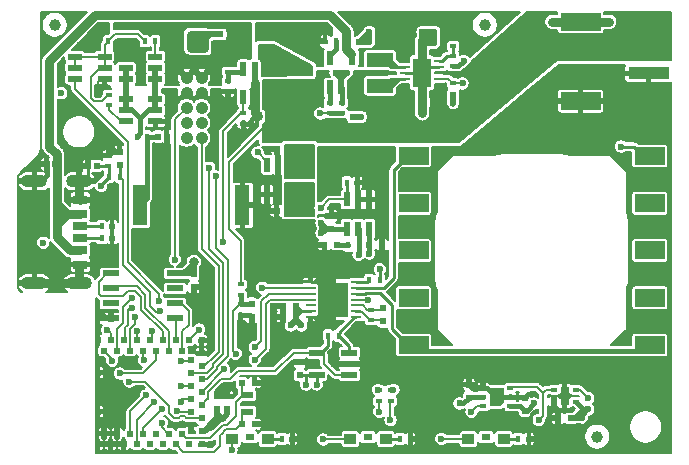
<source format=gbr>
%TF.GenerationSoftware,KiCad,Pcbnew,(5.1.9)-1*%
%TF.CreationDate,2021-03-02T05:03:43-05:00*%
%TF.ProjectId,Canary,43616e61-7279-42e6-9b69-6361645f7063,rev?*%
%TF.SameCoordinates,Original*%
%TF.FileFunction,Copper,L1,Top*%
%TF.FilePolarity,Positive*%
%FSLAX46Y46*%
G04 Gerber Fmt 4.6, Leading zero omitted, Abs format (unit mm)*
G04 Created by KiCad (PCBNEW (5.1.9)-1) date 2021-03-02 05:03:43*
%MOMM*%
%LPD*%
G01*
G04 APERTURE LIST*
%TA.AperFunction,SMDPad,CuDef*%
%ADD10C,1.000000*%
%TD*%
%TA.AperFunction,SMDPad,CuDef*%
%ADD11R,0.590000X1.240000*%
%TD*%
%TA.AperFunction,SMDPad,CuDef*%
%ADD12R,0.810000X0.260000*%
%TD*%
%TA.AperFunction,SMDPad,CuDef*%
%ADD13R,1.630000X2.480000*%
%TD*%
%TA.AperFunction,SMDPad,CuDef*%
%ADD14R,0.400000X0.600000*%
%TD*%
%TA.AperFunction,SMDPad,CuDef*%
%ADD15R,0.470000X0.600000*%
%TD*%
%TA.AperFunction,SMDPad,CuDef*%
%ADD16R,1.100000X0.600000*%
%TD*%
%TA.AperFunction,SMDPad,CuDef*%
%ADD17R,0.550000X0.400000*%
%TD*%
%TA.AperFunction,SMDPad,CuDef*%
%ADD18C,0.100000*%
%TD*%
%TA.AperFunction,SMDPad,CuDef*%
%ADD19R,2.500000X1.500000*%
%TD*%
%TA.AperFunction,SMDPad,CuDef*%
%ADD20R,3.500000X1.000000*%
%TD*%
%TA.AperFunction,SMDPad,CuDef*%
%ADD21R,3.400000X1.500000*%
%TD*%
%TA.AperFunction,SMDPad,CuDef*%
%ADD22R,0.550000X0.350000*%
%TD*%
%TA.AperFunction,SMDPad,CuDef*%
%ADD23R,0.700000X1.600000*%
%TD*%
%TA.AperFunction,SMDPad,CuDef*%
%ADD24R,0.600000X1.220000*%
%TD*%
%TA.AperFunction,ComponentPad*%
%ADD25C,1.050000*%
%TD*%
%TA.AperFunction,SMDPad,CuDef*%
%ADD26R,0.600000X0.400000*%
%TD*%
%TA.AperFunction,SMDPad,CuDef*%
%ADD27R,0.500000X0.600000*%
%TD*%
%TA.AperFunction,SMDPad,CuDef*%
%ADD28R,0.600000X0.500000*%
%TD*%
%TA.AperFunction,SMDPad,CuDef*%
%ADD29R,0.800000X0.750000*%
%TD*%
%TA.AperFunction,SMDPad,CuDef*%
%ADD30R,1.358900X0.457200*%
%TD*%
%TA.AperFunction,SMDPad,CuDef*%
%ADD31R,0.500000X0.500000*%
%TD*%
%TA.AperFunction,SMDPad,CuDef*%
%ADD32R,1.200000X0.800000*%
%TD*%
%TA.AperFunction,SMDPad,CuDef*%
%ADD33R,1.200000X0.760000*%
%TD*%
%TA.AperFunction,SMDPad,CuDef*%
%ADD34R,1.200000X0.700000*%
%TD*%
%TA.AperFunction,ComponentPad*%
%ADD35O,2.200000X1.100000*%
%TD*%
%TA.AperFunction,SMDPad,CuDef*%
%ADD36R,2.220000X1.200000*%
%TD*%
%TA.AperFunction,SMDPad,CuDef*%
%ADD37R,2.700000X0.800000*%
%TD*%
%TA.AperFunction,SMDPad,CuDef*%
%ADD38R,1.300000X3.400000*%
%TD*%
%TA.AperFunction,SMDPad,CuDef*%
%ADD39R,1.220000X0.500000*%
%TD*%
%TA.AperFunction,SMDPad,CuDef*%
%ADD40R,1.447800X0.558800*%
%TD*%
%TA.AperFunction,SMDPad,CuDef*%
%ADD41R,0.860000X0.270000*%
%TD*%
%TA.AperFunction,SMDPad,CuDef*%
%ADD42R,2.600000X3.000000*%
%TD*%
%TA.AperFunction,SMDPad,CuDef*%
%ADD43R,1.320800X0.558800*%
%TD*%
%TA.AperFunction,SMDPad,CuDef*%
%ADD44R,0.590000X1.210000*%
%TD*%
%TA.AperFunction,SMDPad,CuDef*%
%ADD45R,0.800000X0.600000*%
%TD*%
%TA.AperFunction,SMDPad,CuDef*%
%ADD46R,1.000000X0.900000*%
%TD*%
%TA.AperFunction,ViaPad*%
%ADD47C,0.600000*%
%TD*%
%TA.AperFunction,ViaPad*%
%ADD48C,0.800000*%
%TD*%
%TA.AperFunction,Conductor*%
%ADD49C,0.203200*%
%TD*%
%TA.AperFunction,Conductor*%
%ADD50C,0.381000*%
%TD*%
%TA.AperFunction,Conductor*%
%ADD51C,0.254000*%
%TD*%
%TA.AperFunction,Conductor*%
%ADD52C,0.508000*%
%TD*%
%TA.AperFunction,Conductor*%
%ADD53C,0.762000*%
%TD*%
%TA.AperFunction,Conductor*%
%ADD54C,0.100000*%
%TD*%
G04 APERTURE END LIST*
D10*
%TO.P,FID3,~*%
%TO.N,N/C*%
X44470000Y-49450000D03*
%TD*%
%TO.P,FID2,~*%
%TO.N,N/C*%
X90400000Y-84300000D03*
%TD*%
%TO.P,FID1,~*%
%TO.N,N/C*%
X80900000Y-49450000D03*
%TD*%
D11*
%TO.P,U12,1*%
%TO.N,/Power/HVR_SW*%
X62350000Y-53215000D03*
%TO.P,U12,2*%
%TO.N,GND*%
X61400000Y-53215000D03*
%TO.P,U12,3*%
%TO.N,/Power/HVR_FB*%
X60450000Y-53215000D03*
%TO.P,U12,4*%
%TO.N,5V_EN*%
X60450000Y-55585000D03*
%TO.P,U12,5*%
%TO.N,+BATT*%
X62350000Y-55585000D03*
%TD*%
D12*
%TO.P,U9,1*%
%TO.N,+3V3*%
X74105000Y-52500000D03*
%TO.P,U9,2*%
%TO.N,/Power/LVR_LX2*%
X74105000Y-53000000D03*
%TO.P,U9,3*%
%TO.N,GND*%
X74105000Y-53500000D03*
%TO.P,U9,4*%
%TO.N,/Power/LVR_LX1*%
X74105000Y-54000000D03*
%TO.P,U9,5*%
%TO.N,+BATT*%
X74105000Y-54500000D03*
%TO.P,U9,6*%
X76995000Y-54500000D03*
%TO.P,U9,7*%
%TO.N,3V3_PS*%
X76995000Y-54000000D03*
%TO.P,U9,8*%
%TO.N,+BATT*%
X76995000Y-53500000D03*
%TO.P,U9,9*%
%TO.N,GND*%
X76995000Y-53000000D03*
%TO.P,U9,10*%
%TO.N,/Power/LVR_FB*%
X76995000Y-52500000D03*
D13*
%TO.P,U9,11*%
%TO.N,GND*%
X75550000Y-53500000D03*
%TD*%
D14*
%TO.P,R30,1*%
%TO.N,Net-(Q2-Pad1)*%
X51400000Y-58900000D03*
%TO.P,R30,2*%
%TO.N,/PDRIVE_O*%
X52300000Y-58900000D03*
%TD*%
D15*
%TO.P,D7,1*%
%TO.N,VBUS*%
X44515000Y-61250000D03*
%TO.P,D7,2*%
%TO.N,GND*%
X43785000Y-61250000D03*
%TD*%
%TO.P,D6,1*%
%TO.N,/PDRIVE_O*%
X53215000Y-58900000D03*
%TO.P,D6,2*%
%TO.N,GND*%
X53945000Y-58900000D03*
%TD*%
%TO.P,D5,1*%
%TO.N,/RBTN*%
X48015000Y-61380000D03*
%TO.P,D5,2*%
%TO.N,GND*%
X47285000Y-61380000D03*
%TD*%
D16*
%TO.P,Y1,1*%
%TO.N,/XTAL2*%
X60750000Y-80800000D03*
%TO.P,Y1,2*%
%TO.N,/XTAL1*%
X60750000Y-82200000D03*
%TD*%
D17*
%TO.P,U4,1*%
%TO.N,VDD*%
X83050000Y-81750000D03*
%TO.P,U4,2*%
%TO.N,GND*%
X83050000Y-80950000D03*
%TO.P,U4,3*%
%TO.N,I2C_SDA*%
X83050000Y-80150000D03*
%TO.P,U4,4*%
%TO.N,GND*%
X80750000Y-80150000D03*
%TO.P,U4,5*%
%TO.N,VDD*%
X80750000Y-80950000D03*
%TO.P,U4,6*%
%TO.N,I2C_SCL*%
X80750000Y-81750000D03*
%TA.AperFunction,SMDPad,CuDef*%
D18*
%TO.P,U4,7*%
%TO.N,GND*%
G36*
X81300000Y-80150000D02*
G01*
X82500000Y-80150000D01*
X82500000Y-81450000D01*
X82200000Y-81750000D01*
X81300000Y-81750000D01*
X81300000Y-80150000D01*
G37*
%TD.AperFunction*%
%TD*%
D19*
%TO.P,U7,10*%
%TO.N,/Potentiostat/SPEC_WE*%
X94850000Y-76550000D03*
%TO.P,U7,9*%
%TO.N,N/C*%
X94850000Y-72550000D03*
%TO.P,U7,8*%
X94850000Y-68550000D03*
%TO.P,U7,7*%
X94850000Y-64550000D03*
%TO.P,U7,6*%
%TO.N,/Potentiostat/SPEC_CE*%
X94850000Y-60550000D03*
%TO.P,U7,5*%
%TO.N,/Potentiostat/SPEC_RE*%
X74850000Y-60550000D03*
%TO.P,U7,4*%
%TO.N,N/C*%
X74850000Y-64550000D03*
%TO.P,U7,3*%
X74850000Y-68550000D03*
%TO.P,U7,2*%
X74850000Y-72550000D03*
%TO.P,U7,1*%
%TO.N,/Potentiostat/SPEC_WE*%
X74850000Y-76550000D03*
%TD*%
D20*
%TO.P,J4,2*%
%TO.N,GND*%
X94750000Y-53550000D03*
%TO.P,J4,1*%
%TO.N,+BATT*%
X94750000Y-51550000D03*
D21*
%TO.P,J4,S1*%
%TO.N,GND*%
X89000000Y-55900000D03*
X89000000Y-49200000D03*
%TD*%
D22*
%TO.P,U3,1*%
%TO.N,VDD*%
X88575000Y-81350000D03*
%TO.P,U3,2*%
%TO.N,I2C_SCL*%
X88575000Y-80350000D03*
%TO.P,U3,3*%
%TO.N,I2C_SDA*%
X86725000Y-80350000D03*
%TO.P,U3,4*%
%TO.N,GND*%
X86725000Y-81350000D03*
D23*
%TO.P,U3,5*%
X87650000Y-80850000D03*
%TD*%
D24*
%TO.P,U11,1*%
%TO.N,/Power/CST*%
X67775000Y-54745000D03*
%TO.P,U11,2*%
%TO.N,GND*%
X68725000Y-54745000D03*
%TO.P,U11,3*%
%TO.N,+BATT*%
X69675000Y-54745000D03*
%TO.P,U11,4*%
%TO.N,VBUS*%
X69675000Y-52255000D03*
%TO.P,U11,5*%
%TO.N,/Power/CPR*%
X67775000Y-52255000D03*
%TD*%
D25*
%TO.P,J2,2*%
%TO.N,+5V*%
X56900000Y-53940000D03*
%TO.P,J2,1*%
X55630000Y-53940000D03*
%TO.P,J2,4*%
%TO.N,GND*%
X56900000Y-55210000D03*
%TO.P,J2,3*%
X55630000Y-55210000D03*
%TO.P,J2,6*%
%TO.N,N/C*%
X56900000Y-56480000D03*
%TO.P,J2,5*%
%TO.N,~PM_RST~*%
X55630000Y-56480000D03*
%TO.P,J2,8*%
%TO.N,N/C*%
X56900000Y-57750000D03*
%TO.P,J2,7*%
%TO.N,PM_UART_RXD*%
X55630000Y-57750000D03*
%TO.P,J2,10*%
%TO.N,~PM_SLEEP~*%
X56900000Y-59020000D03*
%TO.P,J2,9*%
%TO.N,PM_UART_TXD*%
X55630000Y-59020000D03*
%TD*%
D14*
%TO.P,R5,1*%
%TO.N,/RBTN*%
X49075000Y-62300000D03*
%TO.P,R5,2*%
%TO.N,BUTTON*%
X49975000Y-62300000D03*
%TD*%
D26*
%TO.P,R3,1*%
%TO.N,/RBTN*%
X49025000Y-61400000D03*
%TO.P,R3,2*%
%TO.N,GND*%
X49025000Y-60500000D03*
%TD*%
D27*
%TO.P,C2,1*%
%TO.N,BUTTON*%
X49975000Y-61300000D03*
%TO.P,C2,2*%
%TO.N,GND*%
X49975000Y-60200000D03*
%TD*%
%TO.P,C1,1*%
%TO.N,/BAT_DIV*%
X61150000Y-73050000D03*
%TO.P,C1,2*%
%TO.N,GND*%
X61150000Y-74150000D03*
%TD*%
%TO.P,C3,1*%
%TO.N,+3V3*%
X58200000Y-82000000D03*
%TO.P,C3,2*%
%TO.N,GND*%
X58200000Y-80900000D03*
%TD*%
%TO.P,C4,1*%
%TO.N,+3V3*%
X59100000Y-82000000D03*
%TO.P,C4,2*%
%TO.N,GND*%
X59100000Y-80900000D03*
%TD*%
%TO.P,C5,1*%
%TO.N,+3V3*%
X56250000Y-70550000D03*
%TO.P,C5,2*%
%TO.N,GND*%
X56250000Y-71650000D03*
%TD*%
D28*
%TO.P,C6,1*%
%TO.N,GND*%
X61400000Y-79750000D03*
%TO.P,C6,2*%
%TO.N,/XTAL2*%
X60300000Y-79750000D03*
%TD*%
%TO.P,C7,1*%
%TO.N,/XTAL1*%
X60300000Y-83250000D03*
%TO.P,C7,2*%
%TO.N,GND*%
X61400000Y-83250000D03*
%TD*%
%TO.P,C8,1*%
%TO.N,VDD*%
X88200000Y-82750000D03*
%TO.P,C8,2*%
%TO.N,GND*%
X87100000Y-82750000D03*
%TD*%
D27*
%TO.P,C9,1*%
%TO.N,VDD*%
X84250000Y-82100000D03*
%TO.P,C9,2*%
%TO.N,GND*%
X84250000Y-81000000D03*
%TD*%
%TO.P,C10,1*%
%TO.N,VDD*%
X79550000Y-81000000D03*
%TO.P,C10,2*%
%TO.N,GND*%
X79550000Y-79900000D03*
%TD*%
%TO.P,C11,1*%
%TO.N,VDD*%
X67900000Y-66725000D03*
%TO.P,C11,2*%
%TO.N,GND*%
X67900000Y-65625000D03*
%TD*%
D28*
%TO.P,C12,1*%
%TO.N,VREF*%
X71100000Y-68075000D03*
%TO.P,C12,2*%
%TO.N,GND*%
X72200000Y-68075000D03*
%TD*%
%TO.P,C13,1*%
%TO.N,Net-(C13-Pad1)*%
X68400000Y-68075000D03*
%TO.P,C13,2*%
%TO.N,GND*%
X67300000Y-68075000D03*
%TD*%
%TO.P,C14,1*%
%TO.N,VDD*%
X64895000Y-74150000D03*
%TO.P,C14,2*%
%TO.N,GND*%
X63795000Y-74150000D03*
%TD*%
%TO.P,C15,1*%
%TO.N,VDD*%
X64895000Y-73250000D03*
%TO.P,C15,2*%
%TO.N,GND*%
X63795000Y-73250000D03*
%TD*%
D27*
%TO.P,C16,1*%
%TO.N,/Potentiostat/FILT_C2*%
X72275000Y-74550000D03*
%TO.P,C16,2*%
%TO.N,/Potentiostat/FILT_C1*%
X72275000Y-73450000D03*
%TD*%
%TO.P,C17,1*%
%TO.N,VDD*%
X65200000Y-79100000D03*
%TO.P,C17,2*%
%TO.N,GND*%
X65200000Y-78000000D03*
%TD*%
D29*
%TO.P,C18,2*%
%TO.N,GND*%
X75600000Y-56000000D03*
%TO.P,C18,1*%
%TO.N,+BATT*%
X74100000Y-56000000D03*
%TD*%
D28*
%TO.P,C19,1*%
%TO.N,+3V3*%
X64400000Y-59950000D03*
%TO.P,C19,2*%
%TO.N,GND*%
X63300000Y-59950000D03*
%TD*%
D29*
%TO.P,C20,2*%
%TO.N,GND*%
X75600000Y-51000000D03*
%TO.P,C20,1*%
%TO.N,+3V3*%
X74100000Y-51000000D03*
%TD*%
D28*
%TO.P,C21,1*%
%TO.N,VBUS*%
X69175000Y-50900000D03*
%TO.P,C21,2*%
%TO.N,GND*%
X70275000Y-50900000D03*
%TD*%
D29*
%TO.P,C22,2*%
%TO.N,GND*%
X61650000Y-57200000D03*
%TO.P,C22,1*%
%TO.N,+BATT*%
X63150000Y-57200000D03*
%TD*%
D28*
%TO.P,C23,1*%
%TO.N,VDD*%
X64350000Y-65200000D03*
%TO.P,C23,2*%
%TO.N,GND*%
X63250000Y-65200000D03*
%TD*%
D27*
%TO.P,C24,1*%
%TO.N,+BATT*%
X69725000Y-56150000D03*
%TO.P,C24,2*%
%TO.N,GND*%
X69725000Y-57250000D03*
%TD*%
D29*
%TO.P,C25,2*%
%TO.N,GND*%
X57100000Y-51400000D03*
%TO.P,C25,1*%
%TO.N,+5V*%
X58600000Y-51400000D03*
%TD*%
D28*
%TO.P,C26,1*%
%TO.N,+5V*%
X59600000Y-50250000D03*
%TO.P,C26,2*%
%TO.N,GND*%
X58500000Y-50250000D03*
%TD*%
D30*
%TO.P,D4,1*%
%TO.N,+5V*%
X60327650Y-51300000D03*
%TO.P,D4,2*%
%TO.N,/Power/HVR_SW*%
X62372350Y-51300000D03*
%TD*%
D31*
%TO.P,U1,1*%
%TO.N,GND*%
X48100000Y-84950000D03*
%TO.P,U1,2*%
X48650000Y-84050000D03*
%TO.P,U1,3*%
X49200000Y-84950000D03*
%TO.P,U1,4*%
X49750000Y-84050000D03*
%TO.P,U1,5*%
X50300000Y-84950000D03*
%TO.P,U1,6*%
%TO.N,5V_EN*%
X50850000Y-84050000D03*
%TO.P,U1,7*%
%TO.N,VREF_EN*%
X51400000Y-84950000D03*
%TO.P,U1,8*%
%TO.N,~LMP_EN~*%
X51950000Y-84050000D03*
%TO.P,U1,9*%
%TO.N,N/C*%
X52500000Y-84950000D03*
%TO.P,U1,10*%
X53050000Y-84050000D03*
%TO.P,U1,11*%
X53600000Y-84950000D03*
%TO.P,U1,12*%
%TO.N,PIEZO_PWM*%
X54150000Y-84050000D03*
%TO.P,U1,13*%
%TO.N,/XTAL1*%
X54700000Y-84950000D03*
%TO.P,U1,14*%
%TO.N,/XTAL2*%
X55250000Y-84050000D03*
%TO.P,U1,15*%
%TO.N,N/C*%
X55800000Y-84950000D03*
%TO.P,U1,16*%
%TO.N,GND*%
X56900000Y-84950000D03*
%TO.P,U1,17*%
%TO.N,+3V3*%
X56900000Y-83850000D03*
%TO.P,U1,18*%
%TO.N,GND*%
X56000000Y-83300000D03*
%TO.P,U1,19*%
%TO.N,Net-(TP1-Pad1)*%
X56900000Y-82750000D03*
%TO.P,U1,20*%
%TO.N,/BAT_DIV*%
X56000000Y-82200000D03*
%TO.P,U1,21*%
%TO.N,LMP_VOUT_B*%
X56900000Y-81650000D03*
%TO.P,U1,22*%
%TO.N,LED_RED*%
X56000000Y-81100000D03*
%TO.P,U1,23*%
%TO.N,LED_AMBER*%
X56900000Y-80550000D03*
%TO.P,U1,24*%
%TO.N,LED_GREEN*%
X56000000Y-80000000D03*
%TO.P,U1,25*%
%TO.N,PM_UART_RXD*%
X56900000Y-79450000D03*
%TO.P,U1,26*%
%TO.N,PM_UART_TXD*%
X56000000Y-78900000D03*
%TO.P,U1,27*%
%TO.N,~PM_SLEEP~*%
X56900000Y-78350000D03*
%TO.P,U1,28*%
%TO.N,I2C_SDA*%
X56000000Y-77800000D03*
%TO.P,U1,29*%
%TO.N,GND*%
X56900000Y-77250000D03*
%TO.P,U1,30*%
X56900000Y-76150000D03*
%TO.P,U1,31*%
%TO.N,I2C_SCL*%
X55800000Y-76150000D03*
%TO.P,U1,32*%
%TO.N,SPI_CLK*%
X55250000Y-77050000D03*
%TO.P,U1,33*%
%TO.N,SPI_MOSI*%
X54700000Y-76150000D03*
%TO.P,U1,34*%
%TO.N,SPI_MISO*%
X54150000Y-77050000D03*
%TO.P,U1,35*%
%TO.N,~FLASH_CS~*%
X53600000Y-76150000D03*
%TO.P,U1,36*%
%TO.N,SWO*%
X53050000Y-77050000D03*
%TO.P,U1,37*%
%TO.N,BUTTON*%
X52500000Y-76150000D03*
%TO.P,U1,38*%
%TO.N,~PM_RST~*%
X51950000Y-77050000D03*
%TO.P,U1,39*%
%TO.N,~RESET~*%
X51400000Y-76150000D03*
%TO.P,U1,40*%
%TO.N,CHG_STAT*%
X50850000Y-77050000D03*
%TO.P,U1,41*%
%TO.N,3V3_PS*%
X50300000Y-76150000D03*
%TO.P,U1,42*%
%TO.N,VDD_EN*%
X49750000Y-77050000D03*
%TO.P,U1,43*%
%TO.N,SWDIO*%
X49200000Y-76150000D03*
%TO.P,U1,44*%
%TO.N,SWDCLK*%
X48650000Y-77050000D03*
%TO.P,U1,45*%
%TO.N,GND*%
X48100000Y-76150000D03*
%TO.P,U1,46*%
X48100000Y-78900000D03*
%TO.P,U1,47*%
X48100000Y-82200000D03*
%TD*%
D32*
%TO.P,J3,B12*%
%TO.N,GND*%
X46630000Y-64250000D03*
%TO.P,J3,A12*%
X46630000Y-69750000D03*
D33*
%TO.P,J3,B9*%
%TO.N,VBUS*%
X46630000Y-65480000D03*
%TO.P,J3,A9*%
X46630000Y-68520000D03*
D34*
%TO.P,J3,A5*%
%TO.N,/Power/USB_CC1*%
X46630000Y-66500000D03*
%TO.P,J3,B5*%
%TO.N,/Power/USB_CC2*%
X46630000Y-67500000D03*
D35*
%TO.P,J3,S1*%
%TO.N,GND*%
X46550000Y-62680000D03*
%TO.P,J3,S2*%
X46550000Y-71320000D03*
%TO.P,J3,S3*%
X42750000Y-62680000D03*
%TO.P,J3,S4*%
X42750000Y-71320000D03*
%TD*%
D36*
%TO.P,L1,1*%
%TO.N,/Power/LVR_LX1*%
X72000000Y-54610000D03*
%TO.P,L1,2*%
%TO.N,/Power/LVR_LX2*%
X72000000Y-52390000D03*
%TD*%
D37*
%TO.P,L2,1*%
%TO.N,+BATT*%
X64950000Y-55500000D03*
%TO.P,L2,2*%
%TO.N,/Power/HVR_SW*%
X64950000Y-53300000D03*
%TD*%
D38*
%TO.P,LS1,1*%
%TO.N,/PDRIVE_O*%
X51670000Y-64720000D03*
%TO.P,LS1,2*%
%TO.N,GND*%
X60370000Y-64720000D03*
%TD*%
D39*
%TO.P,Q1,1*%
%TO.N,/PDRIVE*%
X46200000Y-52125000D03*
%TO.P,Q1,2*%
X46200000Y-53075000D03*
%TO.P,Q1,3*%
%TO.N,PIEZO_PWM*%
X46200000Y-54025000D03*
%TO.P,Q1,4*%
%TO.N,GND*%
X48690000Y-54025000D03*
%TO.P,Q1,5*%
%TO.N,/PDRIVE*%
X48690000Y-53075000D03*
%TO.P,Q1,6*%
X48690000Y-52125000D03*
%TD*%
%TO.P,Q2,1*%
%TO.N,Net-(Q2-Pad1)*%
X52995000Y-54025000D03*
%TO.P,Q2,2*%
X52995000Y-53075000D03*
%TO.P,Q2,3*%
%TO.N,/PG*%
X52995000Y-52125000D03*
%TO.P,Q2,4*%
%TO.N,+5V*%
X50505000Y-52125000D03*
%TO.P,Q2,5*%
%TO.N,Net-(Q2-Pad1)*%
X50505000Y-53075000D03*
%TO.P,Q2,6*%
X50505000Y-54025000D03*
%TD*%
%TO.P,Q3,1*%
%TO.N,Net-(Q2-Pad1)*%
X50505000Y-55725000D03*
%TO.P,Q3,2*%
X50505000Y-56675000D03*
%TO.P,Q3,3*%
%TO.N,/NG*%
X50505000Y-57625000D03*
%TO.P,Q3,4*%
%TO.N,GND*%
X52995000Y-57625000D03*
%TO.P,Q3,5*%
%TO.N,Net-(Q2-Pad1)*%
X52995000Y-56675000D03*
%TO.P,Q3,6*%
X52995000Y-55725000D03*
%TD*%
D26*
%TO.P,R1,1*%
%TO.N,/BAT_DIV*%
X60215000Y-72325000D03*
%TO.P,R1,2*%
%TO.N,+BATT*%
X60215000Y-71425000D03*
%TD*%
%TO.P,R2,1*%
%TO.N,/BAT_DIV*%
X60210000Y-73120000D03*
%TO.P,R2,2*%
%TO.N,GND*%
X60210000Y-74020000D03*
%TD*%
%TO.P,R4,1*%
%TO.N,VDD*%
X71950000Y-80400000D03*
%TO.P,R4,2*%
%TO.N,I2C_SCL*%
X71950000Y-81300000D03*
%TD*%
D14*
%TO.P,R6,1*%
%TO.N,+5V*%
X49875000Y-50825000D03*
%TO.P,R6,2*%
%TO.N,/PDRIVE*%
X48975000Y-50825000D03*
%TD*%
D26*
%TO.P,R7,1*%
%TO.N,VDD*%
X72920000Y-80400000D03*
%TO.P,R7,2*%
%TO.N,I2C_SDA*%
X72920000Y-81300000D03*
%TD*%
D14*
%TO.P,R8,1*%
%TO.N,/PDRIVE*%
X52100000Y-50825000D03*
%TO.P,R8,2*%
%TO.N,/PG*%
X53000000Y-50825000D03*
%TD*%
D26*
%TO.P,R9,1*%
%TO.N,/PDRIVE*%
X49075000Y-55350000D03*
%TO.P,R9,2*%
%TO.N,/NG*%
X49075000Y-56250000D03*
%TD*%
D14*
%TO.P,R10,1*%
%TO.N,Net-(D1-Pad1)*%
X63700000Y-84500000D03*
%TO.P,R10,2*%
%TO.N,GND*%
X64600000Y-84500000D03*
%TD*%
%TO.P,R11,1*%
%TO.N,Net-(D2-Pad1)*%
X73700000Y-84500000D03*
%TO.P,R11,2*%
%TO.N,GND*%
X74600000Y-84500000D03*
%TD*%
%TO.P,R12,1*%
%TO.N,Net-(D3-Pad1)*%
X83700000Y-84500000D03*
%TO.P,R12,2*%
%TO.N,GND*%
X84600000Y-84500000D03*
%TD*%
%TO.P,R13,1*%
%TO.N,VREF_EN*%
X69200000Y-62800000D03*
%TO.P,R13,2*%
%TO.N,GND*%
X70100000Y-62800000D03*
%TD*%
%TO.P,R14,1*%
%TO.N,VREF*%
X70200000Y-68125000D03*
%TO.P,R14,2*%
%TO.N,Net-(C13-Pad1)*%
X69300000Y-68125000D03*
%TD*%
D26*
%TO.P,R15,1*%
%TO.N,/Potentiostat/FILT_C2*%
X71275000Y-74450000D03*
%TO.P,R15,2*%
%TO.N,/Potentiostat/FILT_C1*%
X71275000Y-73550000D03*
%TD*%
D14*
%TO.P,R16,1*%
%TO.N,/Potentiostat/SPEC_CE*%
X72000000Y-71050000D03*
%TO.P,R16,2*%
%TO.N,/Potentiostat/CE*%
X71100000Y-71050000D03*
%TD*%
%TO.P,R17,1*%
%TO.N,LMP_VOUT*%
X68500000Y-75750000D03*
%TO.P,R17,2*%
%TO.N,LMP_VOUT_B*%
X67600000Y-75750000D03*
%TD*%
D26*
%TO.P,R18,1*%
%TO.N,3V3_PS*%
X78200000Y-54400000D03*
%TO.P,R18,2*%
%TO.N,GND*%
X78200000Y-55300000D03*
%TD*%
D14*
%TO.P,R19,1*%
%TO.N,/Power/USB_CC2*%
X48450000Y-67500000D03*
%TO.P,R19,2*%
%TO.N,GND*%
X49350000Y-67500000D03*
%TD*%
%TO.P,R20,1*%
%TO.N,/Power/USB_CC1*%
X48450000Y-66500000D03*
%TO.P,R20,2*%
%TO.N,GND*%
X49350000Y-66500000D03*
%TD*%
D26*
%TO.P,R21,1*%
%TO.N,+3V3*%
X78200000Y-50350000D03*
%TO.P,R21,2*%
%TO.N,/Power/LVR_FB*%
X78200000Y-51250000D03*
%TD*%
%TO.P,R22,1*%
%TO.N,/Power/LVR_FB*%
X78200000Y-52050000D03*
%TO.P,R22,2*%
%TO.N,GND*%
X78200000Y-52950000D03*
%TD*%
%TO.P,R23,1*%
%TO.N,CHG_STAT*%
X68775000Y-56950000D03*
%TO.P,R23,2*%
%TO.N,GND*%
X68775000Y-56050000D03*
%TD*%
%TO.P,R24,1*%
%TO.N,CHG_STAT*%
X67775000Y-56950000D03*
%TO.P,R24,2*%
%TO.N,/Power/CST*%
X67775000Y-56050000D03*
%TD*%
%TO.P,R25,1*%
%TO.N,VDD*%
X65650000Y-63000000D03*
%TO.P,R25,2*%
%TO.N,+3V3*%
X65650000Y-62100000D03*
%TD*%
%TO.P,R26,1*%
%TO.N,5V_EN*%
X60450000Y-56900000D03*
%TO.P,R26,2*%
%TO.N,GND*%
X60450000Y-57800000D03*
%TD*%
D14*
%TO.P,R27,1*%
%TO.N,/Power/CPR*%
X68275000Y-50850000D03*
%TO.P,R27,2*%
%TO.N,GND*%
X67375000Y-50850000D03*
%TD*%
D26*
%TO.P,R28,1*%
%TO.N,+5V*%
X59150000Y-52500000D03*
%TO.P,R28,2*%
%TO.N,/Power/HVR_FB*%
X59150000Y-53400000D03*
%TD*%
%TO.P,R29,1*%
%TO.N,/Power/HVR_FB*%
X59150000Y-54200000D03*
%TO.P,R29,2*%
%TO.N,GND*%
X59150000Y-55100000D03*
%TD*%
D40*
%TO.P,U2,1*%
%TO.N,~FLASH_CS~*%
X49219500Y-70495000D03*
%TO.P,U2,2*%
%TO.N,SPI_MISO*%
X49219500Y-71765000D03*
%TO.P,U2,3*%
%TO.N,N/C*%
X49219500Y-73035000D03*
%TO.P,U2,4*%
%TO.N,GND*%
X49219500Y-74305000D03*
%TO.P,U2,5*%
%TO.N,SPI_MOSI*%
X54680500Y-74305000D03*
%TO.P,U2,6*%
%TO.N,SPI_CLK*%
X54680500Y-73035000D03*
%TO.P,U2,7*%
%TO.N,N/C*%
X54680500Y-71765000D03*
%TO.P,U2,8*%
%TO.N,+3V3*%
X54680500Y-70495000D03*
%TD*%
D24*
%TO.P,U5,1*%
%TO.N,GND*%
X71100000Y-64230000D03*
%TO.P,U5,2*%
X70150000Y-64230000D03*
%TO.P,U5,3*%
%TO.N,VREF_EN*%
X69200000Y-64230000D03*
%TO.P,U5,4*%
%TO.N,VDD*%
X69200000Y-66720000D03*
%TO.P,U5,5*%
%TO.N,VREF*%
X70150000Y-66720000D03*
%TO.P,U5,6*%
X71100000Y-66720000D03*
%TD*%
D41*
%TO.P,U6,1*%
%TO.N,GND*%
X66140000Y-71200000D03*
%TO.P,U6,2*%
%TO.N,~LMP_EN~*%
X66140000Y-71700000D03*
%TO.P,U6,3*%
%TO.N,I2C_SCL*%
X66140000Y-72200000D03*
%TO.P,U6,4*%
%TO.N,I2C_SDA*%
X66140000Y-72700000D03*
%TO.P,U6,5*%
%TO.N,N/C*%
X66140000Y-73200000D03*
%TO.P,U6,6*%
%TO.N,VDD*%
X66140000Y-73700000D03*
%TO.P,U6,7*%
%TO.N,GND*%
X66140000Y-74200000D03*
%TO.P,U6,8*%
%TO.N,LMP_VOUT*%
X70010000Y-74200000D03*
%TO.P,U6,9*%
%TO.N,/Potentiostat/FILT_C2*%
X70010000Y-73700000D03*
%TO.P,U6,10*%
%TO.N,/Potentiostat/FILT_C1*%
X70010000Y-73200000D03*
%TO.P,U6,11*%
%TO.N,VREF*%
X70010000Y-72700000D03*
%TO.P,U6,12*%
%TO.N,/Potentiostat/SPEC_WE*%
X70010000Y-72200000D03*
%TO.P,U6,13*%
%TO.N,/Potentiostat/SPEC_RE*%
X70010000Y-71700000D03*
%TO.P,U6,14*%
%TO.N,/Potentiostat/CE*%
X70010000Y-71200000D03*
D42*
%TO.P,U6,15*%
%TO.N,GND*%
X68075000Y-72700000D03*
%TD*%
D43*
%TO.P,U8,1*%
%TO.N,LMP_VOUT_B*%
X69421600Y-79089800D03*
%TO.P,U8,2*%
%TO.N,GND*%
X69421600Y-78150000D03*
%TO.P,U8,3*%
%TO.N,LMP_VOUT*%
X69421600Y-77210200D03*
%TO.P,U8,4*%
%TO.N,LMP_VOUT_B*%
X66678400Y-77210200D03*
%TO.P,U8,5*%
%TO.N,VDD*%
X66678400Y-79089800D03*
%TD*%
D44*
%TO.P,U10,1*%
%TO.N,+3V3*%
X64350000Y-61295000D03*
%TO.P,U10,2*%
%TO.N,GND*%
X63400000Y-61295000D03*
%TO.P,U10,3*%
%TO.N,VDD_EN*%
X62450000Y-61295000D03*
%TO.P,U10,4*%
%TO.N,GND*%
X62450000Y-63805000D03*
%TO.P,U10,5*%
%TO.N,VDD*%
X64350000Y-63805000D03*
%TD*%
D45*
%TO.P,D1,3*%
%TO.N,N/C*%
X61000000Y-84350000D03*
D46*
%TO.P,D1,2*%
%TO.N,LED_GREEN*%
X59500000Y-84500000D03*
%TO.P,D1,1*%
%TO.N,Net-(D1-Pad1)*%
X62500000Y-84500000D03*
%TD*%
D45*
%TO.P,D2,3*%
%TO.N,N/C*%
X71000000Y-84350000D03*
D46*
%TO.P,D2,2*%
%TO.N,LED_AMBER*%
X69500000Y-84500000D03*
%TO.P,D2,1*%
%TO.N,Net-(D2-Pad1)*%
X72500000Y-84500000D03*
%TD*%
D45*
%TO.P,D3,3*%
%TO.N,N/C*%
X81000000Y-84350000D03*
D46*
%TO.P,D3,2*%
%TO.N,LED_RED*%
X79500000Y-84500000D03*
%TO.P,D3,1*%
%TO.N,Net-(D3-Pad1)*%
X82500000Y-84500000D03*
%TD*%
D47*
%TO.N,/BAT_DIV*%
X54800000Y-82100000D03*
X59800000Y-77300000D03*
%TO.N,GND*%
X62500000Y-59950000D03*
X59450000Y-80150000D03*
X66050000Y-78150000D03*
X68150000Y-78150000D03*
X75550000Y-54050000D03*
X48250000Y-77950000D03*
X48250000Y-79800000D03*
X48250000Y-81300000D03*
X48250000Y-83150000D03*
X49200000Y-83150000D03*
X50150000Y-83150000D03*
X55250000Y-83250000D03*
X75600000Y-50050000D03*
X76600000Y-50975000D03*
X76600000Y-50050000D03*
X78200000Y-56050000D03*
X68250000Y-53500000D03*
X69200000Y-53500000D03*
X75550000Y-52900000D03*
X75600000Y-56950000D03*
X71100000Y-50875000D03*
X66700000Y-50850000D03*
X91400000Y-49200000D03*
X86600000Y-49200000D03*
X92200000Y-53600000D03*
X92200000Y-54800000D03*
X93400000Y-54800000D03*
X94600000Y-54800000D03*
X95800000Y-54800000D03*
X90000000Y-54400000D03*
X88950000Y-54400000D03*
X79100000Y-52500000D03*
X56000000Y-51400000D03*
X57100000Y-50300000D03*
X56000000Y-50300000D03*
X71100000Y-50050000D03*
X70400000Y-57250000D03*
X61400000Y-54400000D03*
X61400000Y-55200000D03*
X61400000Y-56000000D03*
X63400000Y-62600000D03*
X62600000Y-62600000D03*
X63400000Y-63400000D03*
X63400000Y-64200000D03*
X57750000Y-76675000D03*
X57750000Y-75825000D03*
X71100000Y-65450000D03*
X70150000Y-65450000D03*
X68600000Y-65450000D03*
X66450000Y-68100000D03*
X64600000Y-85300000D03*
X74600000Y-85300000D03*
X84600000Y-85300000D03*
X58650000Y-80150000D03*
X62400000Y-65200000D03*
X62980000Y-74140000D03*
X62980000Y-73280000D03*
X66900000Y-74700000D03*
X67700000Y-74700000D03*
X66900000Y-70700000D03*
X67700000Y-70700000D03*
X46620000Y-51170000D03*
X48110000Y-55330000D03*
X49200000Y-59750000D03*
D48*
X56250000Y-72650000D03*
D47*
X48150000Y-73650000D03*
X57700000Y-84975000D03*
X61150000Y-75000000D03*
X85050000Y-80700000D03*
X62250000Y-79750000D03*
X62250000Y-83250000D03*
X92600000Y-81600000D03*
X94400000Y-81600000D03*
X92600000Y-83400000D03*
X53870000Y-59800000D03*
X95200000Y-55700000D03*
X94000000Y-55700000D03*
X92800000Y-55700000D03*
X61590000Y-63830000D03*
X61600000Y-65700000D03*
X92600000Y-85200000D03*
X96200000Y-81600000D03*
D48*
%TO.N,+3V3*%
X56250000Y-69550000D03*
D47*
X45020000Y-55230000D03*
X58250000Y-82800000D03*
X57650000Y-83400000D03*
X65300000Y-60000000D03*
X65300000Y-60800000D03*
X66100000Y-60400000D03*
X66100000Y-61200000D03*
X77350000Y-50500000D03*
X73100000Y-51150000D03*
X73100000Y-50350000D03*
X73850000Y-49950000D03*
X74650000Y-49950000D03*
X78200000Y-49600000D03*
X43500000Y-67900000D03*
%TO.N,VDD*%
X89100000Y-82700000D03*
X89650000Y-82000000D03*
X78750000Y-81500000D03*
X71850000Y-80350000D03*
X73150000Y-80350000D03*
X67050000Y-67100000D03*
X67050000Y-66250000D03*
X66100000Y-63900000D03*
X65300000Y-65100000D03*
X66100000Y-64700000D03*
X65300000Y-64300000D03*
X65750000Y-79900000D03*
X66650000Y-79900000D03*
X64450000Y-74900000D03*
X65350000Y-74900000D03*
X85050000Y-81500000D03*
%TO.N,VREF*%
X71000000Y-72730000D03*
X71087500Y-68807500D03*
X70200000Y-68910000D03*
%TO.N,+5V*%
X57170000Y-52580000D03*
X50600000Y-50830000D03*
X51250000Y-51370000D03*
X60500000Y-50500000D03*
%TO.N,LED_GREEN*%
X55200000Y-80000000D03*
X59450000Y-85450000D03*
%TO.N,LED_AMBER*%
X67200000Y-84550000D03*
X58800000Y-78600000D03*
%TO.N,LED_RED*%
X55200000Y-81350000D03*
X77200000Y-84500000D03*
%TO.N,~RESET~*%
X51450000Y-75400000D03*
%TO.N,SWDCLK*%
X49335000Y-77885000D03*
%TO.N,SWO*%
X49990000Y-78960000D03*
%TO.N,SWDIO*%
X48920000Y-75280000D03*
%TO.N,5V_EN*%
X52200000Y-80825000D03*
X58750000Y-67850000D03*
%TO.N,VREF_EN*%
X52875000Y-81400000D03*
X66975000Y-64975000D03*
%TO.N,~LMP_EN~*%
X53525000Y-82000000D03*
X62050000Y-71700000D03*
%TO.N,PIEZO_PWM*%
X53300000Y-72850000D03*
X53525000Y-83125000D03*
%TO.N,PM_UART_RXD*%
X58090000Y-62270000D03*
%TO.N,PM_UART_TXD*%
X57550000Y-61540000D03*
%TO.N,I2C_SDA*%
X55200000Y-77900000D03*
X61400000Y-77800000D03*
X72900000Y-82900000D03*
X85450000Y-82900000D03*
%TO.N,I2C_SCL*%
X56700000Y-75250000D03*
X61400000Y-76750000D03*
X71950000Y-82200000D03*
X79750000Y-82200000D03*
X89650000Y-81050000D03*
%TO.N,CHG_STAT*%
X66950000Y-56950000D03*
X51250000Y-74200000D03*
%TO.N,3V3_PS*%
X79000000Y-54400000D03*
X51000000Y-73400000D03*
%TO.N,VDD_EN*%
X61650000Y-60250000D03*
X51000000Y-72550000D03*
%TO.N,BUTTON*%
X52700000Y-75400000D03*
X53400000Y-73700000D03*
%TO.N,~PM_RST~*%
X52050000Y-77850000D03*
X54650000Y-69330000D03*
%TO.N,/Potentiostat/SPEC_CE*%
X72000000Y-70140000D03*
X92420000Y-59750000D03*
%TO.N,/RBTN*%
X48400000Y-63100000D03*
%TO.N,Net-(TP1-Pad1)*%
X50800000Y-79650000D03*
%TD*%
D49*
%TO.N,/BAT_DIV*%
X56000000Y-82200000D02*
X56000000Y-82200000D01*
X60080000Y-73120000D02*
X60210000Y-73120000D01*
D50*
X61080000Y-73120000D02*
X61150000Y-73050000D01*
X60210000Y-73120000D02*
X61080000Y-73120000D01*
X60210000Y-72330000D02*
X60215000Y-72325000D01*
X60210000Y-73120000D02*
X60210000Y-72330000D01*
D49*
X59550000Y-77050000D02*
X59800000Y-77300000D01*
X60130000Y-73120000D02*
X59550000Y-73700000D01*
X60210000Y-73120000D02*
X60130000Y-73120000D01*
X59550000Y-73700000D02*
X59550000Y-77050000D01*
X54900000Y-82200000D02*
X54800000Y-82100000D01*
X56000000Y-82200000D02*
X54900000Y-82200000D01*
D51*
%TO.N,GND*%
X74105000Y-53500000D02*
X75550000Y-53500000D01*
X76050000Y-53000000D02*
X75575000Y-52900000D01*
X76995000Y-53000000D02*
X76050000Y-53000000D01*
D52*
X78200000Y-56125000D02*
X78200000Y-55375000D01*
X68725000Y-53975000D02*
X68250000Y-53500000D01*
X68725000Y-53975000D02*
X69200000Y-53500000D01*
X68725000Y-54745000D02*
X68725000Y-53975000D01*
X69200000Y-53500000D02*
X68250000Y-53500000D01*
D51*
X75550000Y-53500000D02*
X75550000Y-53500000D01*
X75575000Y-52900000D02*
X75550000Y-53500000D01*
D53*
X75600000Y-56950000D02*
X75600000Y-56000000D01*
X75600000Y-53550000D02*
X75550000Y-53500000D01*
X75600000Y-56000000D02*
X75600000Y-53550000D01*
X89000000Y-49200000D02*
X91400000Y-49200000D01*
X91400000Y-49200000D02*
X91400000Y-49200000D01*
X89000000Y-49200000D02*
X86600000Y-49200000D01*
X86600000Y-49200000D02*
X86600000Y-49200000D01*
D50*
X78650000Y-52950000D02*
X79100000Y-52500000D01*
X78200000Y-52950000D02*
X78650000Y-52950000D01*
D53*
X57100000Y-51400000D02*
X57100000Y-50300000D01*
X57100000Y-50300000D02*
X56000000Y-50300000D01*
X56000000Y-50300000D02*
X56000000Y-51400000D01*
X56000000Y-51400000D02*
X57100000Y-51400000D01*
X57100000Y-51400000D02*
X56000000Y-50300000D01*
D52*
X57150000Y-50250000D02*
X57100000Y-50300000D01*
X58500000Y-50250000D02*
X57150000Y-50250000D01*
X57650000Y-50250000D02*
X57200000Y-50700000D01*
X58500000Y-50250000D02*
X57650000Y-50250000D01*
X70400000Y-57250000D02*
X69725000Y-57250000D01*
X70300000Y-50900000D02*
X71100000Y-50100000D01*
X70275000Y-50900000D02*
X70300000Y-50900000D01*
X71100000Y-50100000D02*
X71100000Y-50875000D01*
X71075000Y-50900000D02*
X71100000Y-50875000D01*
X70275000Y-50900000D02*
X71075000Y-50900000D01*
X66700000Y-50850000D02*
X67300000Y-50850000D01*
X61400000Y-53215000D02*
X61400000Y-54400000D01*
D53*
X61400000Y-56950000D02*
X61400000Y-56000000D01*
X61650000Y-57200000D02*
X61400000Y-56950000D01*
X61400000Y-56000000D02*
X61400000Y-54400000D01*
D52*
X75625000Y-50975000D02*
X75600000Y-51000000D01*
X76600000Y-50975000D02*
X75625000Y-50975000D01*
X75600000Y-51000000D02*
X75600000Y-50050000D01*
X75600000Y-50050000D02*
X76600000Y-50050000D01*
X76600000Y-50050000D02*
X76600000Y-50975000D01*
X76525000Y-50975000D02*
X75600000Y-50050000D01*
X76600000Y-50975000D02*
X76525000Y-50975000D01*
X76550000Y-50050000D02*
X75600000Y-51000000D01*
X76600000Y-50050000D02*
X76550000Y-50050000D01*
D53*
X46550000Y-64170000D02*
X46630000Y-64250000D01*
X46550000Y-62680000D02*
X46550000Y-64170000D01*
X46550000Y-69830000D02*
X46630000Y-69750000D01*
X46550000Y-71320000D02*
X46550000Y-69830000D01*
X46550000Y-71320000D02*
X42750000Y-71320000D01*
D50*
X61650000Y-57200000D02*
X61400000Y-57200000D01*
X60800000Y-57800000D02*
X60450000Y-57800000D01*
X61400000Y-57200000D02*
X60800000Y-57800000D01*
X70150000Y-65450000D02*
X70150000Y-64230000D01*
X71100000Y-65450000D02*
X71100000Y-64230000D01*
X68075000Y-65450000D02*
X67900000Y-65625000D01*
X68600000Y-65450000D02*
X68075000Y-65450000D01*
D51*
X70100000Y-64180000D02*
X70150000Y-64230000D01*
X70100000Y-62800000D02*
X70100000Y-64180000D01*
D50*
X67275000Y-68100000D02*
X67300000Y-68075000D01*
X66450000Y-68100000D02*
X67275000Y-68100000D01*
D51*
X65900000Y-78000000D02*
X66050000Y-78150000D01*
X65200000Y-78000000D02*
X65900000Y-78000000D01*
X69421600Y-78150000D02*
X68150000Y-78150000D01*
X84600000Y-85300000D02*
X84600000Y-84500000D01*
X74600000Y-85300000D02*
X74600000Y-84500000D01*
X64600000Y-85300000D02*
X64600000Y-84500000D01*
D52*
X58200000Y-80550000D02*
X58600000Y-80150000D01*
X58200000Y-80900000D02*
X58200000Y-80550000D01*
X59100000Y-80450000D02*
X59400000Y-80150000D01*
X59100000Y-80900000D02*
X59100000Y-80450000D01*
X58600000Y-80400000D02*
X59100000Y-80900000D01*
X58600000Y-80150000D02*
X58600000Y-80400000D01*
X58250000Y-80900000D02*
X59000000Y-80150000D01*
X58200000Y-80900000D02*
X58250000Y-80900000D01*
X59000000Y-80150000D02*
X58600000Y-80150000D01*
X59400000Y-80150000D02*
X59000000Y-80150000D01*
D51*
X66140000Y-71200000D02*
X66400000Y-71200000D01*
X68075000Y-72375000D02*
X66650000Y-70950000D01*
X68075000Y-72700000D02*
X68075000Y-72375000D01*
X66650000Y-70950000D02*
X66900000Y-70700000D01*
X66400000Y-71200000D02*
X66650000Y-70950000D01*
X66900000Y-71525000D02*
X68075000Y-72700000D01*
X67700000Y-72325000D02*
X68075000Y-72700000D01*
X67700000Y-73075000D02*
X68075000Y-72700000D01*
X67700000Y-74700000D02*
X67700000Y-73075000D01*
X66400000Y-74200000D02*
X66900000Y-74700000D01*
X66140000Y-74200000D02*
X66400000Y-74200000D01*
X66900000Y-73875000D02*
X68075000Y-72700000D01*
X66900000Y-74700000D02*
X66900000Y-73875000D01*
X66707922Y-74200000D02*
X66140000Y-74200000D01*
X68075000Y-72832922D02*
X66707922Y-74200000D01*
X68075000Y-72700000D02*
X68075000Y-72832922D01*
X66707922Y-74507922D02*
X66900000Y-74700000D01*
X66707922Y-74200000D02*
X66707922Y-74507922D01*
X66707922Y-71200000D02*
X66140000Y-71200000D01*
X68075000Y-72567078D02*
X66707922Y-71200000D01*
X68075000Y-72700000D02*
X68075000Y-72567078D01*
X67700000Y-70700000D02*
X67700000Y-72325000D01*
X66900000Y-70700000D02*
X66900000Y-71525000D01*
D52*
X67200000Y-74400000D02*
X67400001Y-74400001D01*
X67400000Y-71000000D02*
X67199999Y-70999999D01*
D50*
X63010000Y-73250000D02*
X62980000Y-73280000D01*
X63795000Y-73250000D02*
X63010000Y-73250000D01*
X62990000Y-74150000D02*
X62980000Y-74140000D01*
X63795000Y-74150000D02*
X62990000Y-74150000D01*
D53*
X67700000Y-70700000D02*
X67400000Y-71000000D01*
X66900000Y-70700000D02*
X67199999Y-70999999D01*
X67700000Y-74700000D02*
X67400001Y-74400001D01*
X66900000Y-74700000D02*
X67200000Y-74400000D01*
D49*
X48110000Y-55330000D02*
X48110000Y-55150000D01*
X48110000Y-54260000D02*
X48330000Y-54040000D01*
X48110000Y-55330000D02*
X48110000Y-54260000D01*
D50*
X68775000Y-54795000D02*
X68725000Y-54745000D01*
X68775000Y-56050000D02*
X68775000Y-54795000D01*
D53*
X75600000Y-53450000D02*
X75550000Y-53500000D01*
X75600000Y-51000000D02*
X75600000Y-53450000D01*
D52*
X56250000Y-71650000D02*
X56250000Y-72650000D01*
D49*
X46630000Y-64250000D02*
X47650000Y-64250000D01*
X49350000Y-65950000D02*
X49350000Y-66500000D01*
X47650000Y-64250000D02*
X49350000Y-65950000D01*
X46630000Y-69750000D02*
X47600000Y-69750000D01*
X49350000Y-68000000D02*
X49350000Y-67500000D01*
X47600000Y-69750000D02*
X49350000Y-68000000D01*
D50*
X48192910Y-73692910D02*
X48192910Y-73650000D01*
X48805000Y-74305000D02*
X48192910Y-73692910D01*
X49219500Y-74305000D02*
X48805000Y-74305000D01*
X56925000Y-84975000D02*
X56900000Y-84950000D01*
X57700000Y-84975000D02*
X56925000Y-84975000D01*
X61020000Y-74020000D02*
X61150000Y-74150000D01*
X60210000Y-74020000D02*
X61020000Y-74020000D01*
D52*
X61150000Y-75000000D02*
X61150000Y-74150000D01*
D50*
X84550000Y-80700000D02*
X84250000Y-81000000D01*
X85050000Y-80700000D02*
X84550000Y-80700000D01*
X84200000Y-80950000D02*
X84250000Y-81000000D01*
X83050000Y-80950000D02*
X84200000Y-80950000D01*
X83050000Y-80950000D02*
X81900000Y-80950000D01*
X81100000Y-80150000D02*
X81900000Y-80950000D01*
X80750000Y-80150000D02*
X81100000Y-80150000D01*
X79800000Y-80150000D02*
X79550000Y-79900000D01*
X80750000Y-80150000D02*
X79800000Y-80150000D01*
X53815000Y-59785000D02*
X53800000Y-59800000D01*
X42750000Y-62680000D02*
X43270000Y-62680000D01*
X43785000Y-62165000D02*
X43785000Y-61250000D01*
X43270000Y-62680000D02*
X43785000Y-62165000D01*
X49650000Y-60200000D02*
X49200000Y-59750000D01*
X49975000Y-60200000D02*
X49650000Y-60200000D01*
X49200000Y-60325000D02*
X49025000Y-60500000D01*
X49200000Y-59750000D02*
X49200000Y-60325000D01*
X49325000Y-60200000D02*
X49025000Y-60500000D01*
X49975000Y-60200000D02*
X49325000Y-60200000D01*
D49*
X55300000Y-83300000D02*
X55250000Y-83250000D01*
X56000000Y-83300000D02*
X55300000Y-83300000D01*
D51*
X47285000Y-62175000D02*
X47285000Y-61380000D01*
X46780000Y-62680000D02*
X47285000Y-62175000D01*
X46550000Y-62680000D02*
X46780000Y-62680000D01*
D50*
X53945000Y-59725000D02*
X53870000Y-59800000D01*
X53945000Y-58900000D02*
X53945000Y-59725000D01*
D52*
%TO.N,+3V3*%
X57200000Y-83850000D02*
X57650000Y-83400000D01*
X56900000Y-83850000D02*
X57200000Y-83850000D01*
D53*
X58200000Y-82850000D02*
X57650000Y-83400000D01*
D52*
X59100000Y-82400000D02*
X59100000Y-82000000D01*
X58700000Y-82800000D02*
X59100000Y-82400000D01*
X58250000Y-82800000D02*
X58700000Y-82800000D01*
X58200000Y-82850000D02*
X58250000Y-82800000D01*
X58700000Y-82800000D02*
X58600000Y-82800000D01*
X58600000Y-82800000D02*
X58200000Y-82400000D01*
X58200000Y-82400000D02*
X58200000Y-82000000D01*
X58200000Y-82850000D02*
X58200000Y-82400000D01*
X56250000Y-70550000D02*
X56250000Y-69550000D01*
X56195000Y-70495000D02*
X56250000Y-70550000D01*
X54680500Y-70495000D02*
X56195000Y-70495000D01*
X54680500Y-70495000D02*
X55455000Y-70495000D01*
X56250000Y-69700000D02*
X56250000Y-69550000D01*
X55455000Y-70495000D02*
X56250000Y-69700000D01*
D49*
%TO.N,/XTAL2*%
X55600000Y-84400000D02*
X55250000Y-84050000D01*
X58741990Y-83308010D02*
X58725000Y-83325000D01*
X58941990Y-83308010D02*
X58741990Y-83308010D01*
X57650000Y-84400000D02*
X57075000Y-84400000D01*
X58741990Y-83308010D02*
X57650000Y-84400000D01*
X57075000Y-84400000D02*
X57600000Y-84400000D01*
X55600000Y-84400000D02*
X57075000Y-84400000D01*
X60750000Y-80800000D02*
X60400000Y-80800000D01*
X60400000Y-80800000D02*
X59800000Y-81400000D01*
X59800000Y-81400000D02*
X59800000Y-82550000D01*
X59041990Y-83308010D02*
X58941990Y-83308010D01*
X59800000Y-82550000D02*
X59041990Y-83308010D01*
X60250000Y-79750000D02*
X60250000Y-79800000D01*
X60250000Y-79800000D02*
X60350000Y-79900000D01*
X60350000Y-79900000D02*
X60350000Y-80650000D01*
X60500000Y-80800000D02*
X60350000Y-80650000D01*
X60750000Y-80800000D02*
X60500000Y-80800000D01*
%TO.N,/XTAL1*%
X60195999Y-83304001D02*
X60250000Y-83250000D01*
X60250000Y-83250000D02*
X60150000Y-83250000D01*
X60250000Y-83250000D02*
X60200000Y-83250000D01*
X57950000Y-85600000D02*
X58450000Y-85100000D01*
X59795999Y-83704001D02*
X60250000Y-83250000D01*
X55350000Y-85600000D02*
X57950000Y-85600000D01*
X54700000Y-84950000D02*
X55350000Y-85600000D01*
X58945999Y-83704001D02*
X58895999Y-83754001D01*
X59795999Y-83704001D02*
X58945999Y-83704001D01*
X58450000Y-84200000D02*
X58600000Y-84050000D01*
X58450000Y-85100000D02*
X58450000Y-84200000D01*
X58600000Y-84050000D02*
X58895999Y-83754001D01*
X58500000Y-84150000D02*
X58600000Y-84050000D01*
X60250000Y-83250000D02*
X60250000Y-83150000D01*
X60350000Y-83050000D02*
X60350000Y-82400000D01*
X60250000Y-83150000D02*
X60350000Y-83050000D01*
X60550000Y-82200000D02*
X60350000Y-82400000D01*
X60750000Y-82200000D02*
X60550000Y-82200000D01*
D50*
%TO.N,VDD*%
X67525000Y-66725000D02*
X67050000Y-66250000D01*
X67900000Y-66725000D02*
X67525000Y-66725000D01*
X67425000Y-66725000D02*
X67050000Y-67100000D01*
X67900000Y-66725000D02*
X67425000Y-66725000D01*
X67050000Y-67100000D02*
X67050000Y-66250000D01*
X69195000Y-66725000D02*
X69200000Y-66720000D01*
X67900000Y-66725000D02*
X69195000Y-66725000D01*
D51*
X65210200Y-79089800D02*
X65200000Y-79100000D01*
X66678400Y-79089800D02*
X66678400Y-79089800D01*
X65260200Y-79089800D02*
X65210200Y-79089800D01*
X66650000Y-79118200D02*
X66678400Y-79089800D01*
X66650000Y-79900000D02*
X66650000Y-79118200D01*
X65750000Y-79150000D02*
X65810200Y-79089800D01*
X65750000Y-79900000D02*
X65750000Y-79150000D01*
X65810200Y-79089800D02*
X65260200Y-79089800D01*
X66678400Y-79089800D02*
X65810200Y-79089800D01*
X65345000Y-73700000D02*
X64895000Y-74150000D01*
X65345000Y-73700000D02*
X66140000Y-73700000D01*
X64895000Y-73250000D02*
X64895000Y-73250000D01*
X64895000Y-73250000D02*
X65345000Y-73700000D01*
X64895000Y-74150000D02*
X64895000Y-74150000D01*
D52*
X64895000Y-74455000D02*
X64450000Y-74900000D01*
X64905000Y-74455000D02*
X64895000Y-74455000D01*
X65350000Y-74900000D02*
X64905000Y-74455000D01*
X64895000Y-73545000D02*
X65050000Y-73700000D01*
X64895000Y-73250000D02*
X64895000Y-73545000D01*
X64895000Y-73545000D02*
X64895000Y-74455000D01*
D50*
X79050000Y-81500000D02*
X79550000Y-81000000D01*
X78750000Y-81500000D02*
X79050000Y-81500000D01*
X79600000Y-80950000D02*
X79575000Y-80975000D01*
X80750000Y-80950000D02*
X79600000Y-80950000D01*
X89225000Y-82000000D02*
X88575000Y-81350000D01*
X89650000Y-82000000D02*
X89225000Y-82000000D01*
X89100000Y-81875000D02*
X88575000Y-81350000D01*
X89100000Y-82700000D02*
X89100000Y-81875000D01*
X88250000Y-82700000D02*
X88200000Y-82750000D01*
X89100000Y-82700000D02*
X88250000Y-82700000D01*
X89650000Y-82000000D02*
X89200000Y-82000000D01*
X88450000Y-82750000D02*
X88200000Y-82750000D01*
X89200000Y-82000000D02*
X88450000Y-82750000D01*
X89650000Y-82000000D02*
X89550000Y-82000000D01*
X89100000Y-82450000D02*
X89100000Y-82700000D01*
X89550000Y-82000000D02*
X89100000Y-82450000D01*
X83900000Y-81750000D02*
X84250000Y-82100000D01*
X83050000Y-81750000D02*
X83900000Y-81750000D01*
X79575000Y-80975000D02*
X79550000Y-81000000D01*
X84450000Y-82100000D02*
X85050000Y-81500000D01*
X84250000Y-82100000D02*
X84450000Y-82100000D01*
%TO.N,VREF*%
X71050000Y-68125000D02*
X71087500Y-68087500D01*
X70200000Y-66770000D02*
X70150000Y-66720000D01*
X70200000Y-68125000D02*
X70200000Y-68125000D01*
X71100000Y-66720000D02*
X71100000Y-68075000D01*
X71100000Y-68075000D02*
X71100000Y-68075000D01*
D49*
X70040000Y-72730000D02*
X70010000Y-72700000D01*
X71000000Y-72700000D02*
X70040000Y-72700000D01*
D50*
X70200000Y-68125000D02*
X70200000Y-66770000D01*
X71087500Y-68087500D02*
X71100000Y-68075000D01*
X71087500Y-68807500D02*
X71087500Y-68087500D01*
X70200000Y-68910000D02*
X70200000Y-68125000D01*
D52*
%TO.N,+BATT*%
X62435000Y-55500000D02*
X62350000Y-55585000D01*
X64950000Y-55500000D02*
X62435000Y-55500000D01*
D53*
X64950000Y-55500000D02*
X62450000Y-55500000D01*
D49*
X63150000Y-57200000D02*
X63100000Y-57200000D01*
X63100000Y-57200000D02*
X59250000Y-61050000D01*
X59250000Y-66750000D02*
X59250000Y-61050000D01*
X60215000Y-67715000D02*
X59800000Y-67300000D01*
X60215000Y-71425000D02*
X60215000Y-67715000D01*
X59800000Y-67300000D02*
X59250000Y-66750000D01*
D53*
%TO.N,VBUS*%
X69175000Y-51500000D02*
X69575000Y-51900000D01*
X69175000Y-50900000D02*
X69175000Y-51500000D01*
X45739878Y-68520000D02*
X44650000Y-67430122D01*
X46630000Y-68520000D02*
X45739878Y-68520000D01*
X44770000Y-65480000D02*
X44650000Y-65600000D01*
X45495000Y-65480000D02*
X44770000Y-65480000D01*
X46630000Y-65480000D02*
X45495000Y-65480000D01*
X44650000Y-66325000D02*
X45495000Y-65480000D01*
X44650000Y-67430122D02*
X44650000Y-66550000D01*
X44650000Y-66550000D02*
X44650000Y-66325000D01*
X44650000Y-66550000D02*
X44650000Y-65600000D01*
X44650000Y-64635000D02*
X45495000Y-65480000D01*
X44650000Y-64450000D02*
X44650000Y-64635000D01*
X44650000Y-65600000D02*
X44650000Y-64450000D01*
X44650000Y-60375000D02*
X44650000Y-64450000D01*
X44025000Y-59750000D02*
X44650000Y-60375000D01*
X69175000Y-50000000D02*
X68175000Y-49000000D01*
X69175000Y-50900000D02*
X69175000Y-50000000D01*
X44025000Y-53765000D02*
X44025000Y-59750000D01*
X67795000Y-48620000D02*
X69175000Y-50000000D01*
X47880000Y-48620000D02*
X67795000Y-48620000D01*
X44025000Y-52475000D02*
X47880000Y-48620000D01*
X44025000Y-53765000D02*
X44025000Y-52475000D01*
D49*
%TO.N,LED_GREEN*%
X55200000Y-80000000D02*
X56000000Y-80000000D01*
X59450000Y-84550000D02*
X59500000Y-84500000D01*
X59450000Y-85450000D02*
X59450000Y-84550000D01*
D50*
%TO.N,Net-(D1-Pad1)*%
X62650000Y-84650000D02*
X62500000Y-84500000D01*
D51*
X63700000Y-84500000D02*
X62500000Y-84500000D01*
D49*
%TO.N,LED_AMBER*%
X69450000Y-84550000D02*
X69500000Y-84500000D01*
X67200000Y-84550000D02*
X69450000Y-84550000D01*
X56900000Y-80550000D02*
X56900000Y-80500000D01*
X56900000Y-80500000D02*
X58800000Y-78600000D01*
X58800000Y-78600000D02*
X58950000Y-78450000D01*
D50*
%TO.N,Net-(D2-Pad1)*%
X72600000Y-84600000D02*
X72500000Y-84500000D01*
D51*
X73700000Y-84500000D02*
X72500000Y-84500000D01*
D49*
%TO.N,LED_RED*%
X55200000Y-81100000D02*
X56000000Y-81100000D01*
X77200000Y-84500000D02*
X79500000Y-84500000D01*
D50*
%TO.N,Net-(D3-Pad1)*%
X82600000Y-84600000D02*
X82500000Y-84500000D01*
D51*
X83700000Y-84500000D02*
X82500000Y-84500000D01*
D52*
%TO.N,/Power/HVR_SW*%
X62435000Y-53300000D02*
X62350000Y-53215000D01*
X64950000Y-53300000D02*
X62435000Y-53300000D01*
D53*
X64950000Y-53300000D02*
X62450000Y-53300000D01*
D52*
X62350000Y-53215000D02*
X62350000Y-51350000D01*
D49*
%TO.N,~RESET~*%
X51400000Y-76050000D02*
X51400000Y-76150000D01*
X51400000Y-75450000D02*
X51450000Y-75400000D01*
X51400000Y-76150000D02*
X51400000Y-75450000D01*
%TO.N,SWDCLK*%
X49335000Y-77735000D02*
X48650000Y-77050000D01*
X49335000Y-77885000D02*
X49335000Y-77735000D01*
%TO.N,SWO*%
X53050000Y-77050000D02*
X53050000Y-77850000D01*
X53050000Y-77850000D02*
X51950000Y-78950000D01*
X51950000Y-78950000D02*
X50000000Y-78950000D01*
%TO.N,SWDIO*%
X49200000Y-75560000D02*
X48920000Y-75280000D01*
X49200000Y-76150000D02*
X49200000Y-75560000D01*
%TO.N,5V_EN*%
X60450000Y-55585000D02*
X60450000Y-56900000D01*
X60450000Y-56900000D02*
X60250000Y-56900000D01*
X60250000Y-56900000D02*
X58700000Y-58450000D01*
X50850000Y-82175000D02*
X52200000Y-80825000D01*
X50850000Y-84050000D02*
X50850000Y-82175000D01*
X58700000Y-67750000D02*
X58700000Y-67750000D01*
X58700000Y-67350000D02*
X58700000Y-67800000D01*
X58700000Y-67800000D02*
X58750000Y-67850000D01*
X58700000Y-58450000D02*
X58700000Y-67350000D01*
X58700000Y-67350000D02*
X58700000Y-67750000D01*
D51*
%TO.N,VREF_EN*%
X69200000Y-62800000D02*
X69200000Y-64230000D01*
D49*
X69200000Y-64230000D02*
X67720000Y-64230000D01*
X67720000Y-64230000D02*
X66975000Y-64975000D01*
X51400000Y-82875000D02*
X52875000Y-81400000D01*
X51400000Y-84950000D02*
X51400000Y-82875000D01*
%TO.N,~LMP_EN~*%
X51950000Y-83575000D02*
X53525000Y-82000000D01*
X51950000Y-84050000D02*
X51950000Y-83575000D01*
X63300000Y-71700000D02*
X62050000Y-71700000D01*
X66140000Y-71700000D02*
X63300000Y-71700000D01*
X63300000Y-71700000D02*
X63150000Y-71700000D01*
X62050000Y-71700000D02*
X62050000Y-71700000D01*
%TO.N,PIEZO_PWM*%
X50650000Y-59350000D02*
X46200000Y-54900000D01*
X46200000Y-54900000D02*
X46200000Y-54025000D01*
X50650000Y-69550000D02*
X50650000Y-59350000D01*
X53300000Y-72200000D02*
X50650000Y-69550000D01*
X53300000Y-72850000D02*
X53300000Y-72200000D01*
X53525000Y-83125000D02*
X53525000Y-83525000D01*
X54050000Y-84050000D02*
X54150000Y-84050000D01*
X53525000Y-83525000D02*
X54050000Y-84050000D01*
D51*
%TO.N,LMP_VOUT_B*%
X66678400Y-77210200D02*
X66989800Y-77210200D01*
X67600000Y-76600000D02*
X67600000Y-76200000D01*
X66989800Y-77210200D02*
X67600000Y-76600000D01*
X67600000Y-76200000D02*
X67600000Y-76288600D01*
X67600000Y-75750000D02*
X67600000Y-76200000D01*
D49*
X69421600Y-79089800D02*
X68189800Y-79089800D01*
X68189800Y-79089800D02*
X67250000Y-78150000D01*
X66678400Y-77210200D02*
X67010200Y-77210200D01*
X66678400Y-77210200D02*
X67110200Y-77210200D01*
X67250000Y-77350000D02*
X67250000Y-78150000D01*
X67110200Y-77210200D02*
X67250000Y-77350000D01*
X56900000Y-81650000D02*
X57400000Y-81150000D01*
X57400000Y-81150000D02*
X57450000Y-81100000D01*
X57450000Y-81100000D02*
X57450000Y-80502908D01*
X57450000Y-80502908D02*
X58552908Y-79400000D01*
X58552908Y-79400000D02*
X58552908Y-79397092D01*
X58552908Y-79400000D02*
X59350000Y-79400000D01*
X59350000Y-79400000D02*
X60000000Y-78750000D01*
X60000000Y-78750000D02*
X63150000Y-78750000D01*
X64689800Y-77210200D02*
X66678400Y-77210200D01*
X63150000Y-78750000D02*
X64689800Y-77210200D01*
%TO.N,PM_UART_RXD*%
X58090000Y-68330000D02*
X58090000Y-62270000D01*
X59130000Y-69370000D02*
X58090000Y-68330000D01*
X59130000Y-77470000D02*
X59130000Y-69370000D01*
X58225000Y-78600000D02*
X58225000Y-78375000D01*
X58225000Y-78375000D02*
X59130000Y-77470000D01*
X57375000Y-79450000D02*
X58225000Y-78600000D01*
X56900000Y-79450000D02*
X57375000Y-79450000D01*
%TO.N,PM_UART_TXD*%
X57535999Y-68445999D02*
X57535999Y-61554001D01*
X58740000Y-69650000D02*
X57535999Y-68445999D01*
X57535999Y-61554001D02*
X57550000Y-61540000D01*
X58740000Y-77310000D02*
X58740000Y-69650000D01*
X57850000Y-78200000D02*
X58740000Y-77310000D01*
X57850000Y-78425000D02*
X57850000Y-78200000D01*
X57375000Y-78900000D02*
X57850000Y-78425000D01*
X56000000Y-78900000D02*
X57375000Y-78900000D01*
%TO.N,~PM_SLEEP~*%
X56900000Y-78350000D02*
X57150000Y-78350000D01*
X58050000Y-77450000D02*
X58350000Y-77150000D01*
X57150000Y-78350000D02*
X58050000Y-77450000D01*
X58350000Y-77150000D02*
X58350000Y-69850000D01*
X56900000Y-68400000D02*
X57510000Y-69010000D01*
X56900000Y-59020000D02*
X56900000Y-68400000D01*
X57510000Y-69010000D02*
X56950000Y-68450000D01*
X58350000Y-69850000D02*
X57510000Y-69010000D01*
%TO.N,I2C_SDA*%
X55900000Y-77900000D02*
X56000000Y-77800000D01*
X55200000Y-77900000D02*
X55900000Y-77900000D01*
X72900000Y-81320000D02*
X72920000Y-81300000D01*
X72900000Y-82900000D02*
X72900000Y-81320000D01*
X86150000Y-80350000D02*
X86725000Y-80350000D01*
X83050000Y-80150000D02*
X83100000Y-80150000D01*
X83100000Y-80150000D02*
X83150000Y-80100000D01*
X83150000Y-80100000D02*
X85300000Y-80100000D01*
X85300000Y-80100000D02*
X85800000Y-80600000D01*
X85800000Y-82550000D02*
X85450000Y-82900000D01*
X85800000Y-80600000D02*
X85800000Y-82550000D01*
X86050000Y-80350000D02*
X85800000Y-80600000D01*
X86725000Y-80350000D02*
X86050000Y-80350000D01*
X62350000Y-76850000D02*
X61400000Y-77800000D01*
X62350000Y-73050000D02*
X62350000Y-76850000D01*
X62700000Y-72700000D02*
X62350000Y-73050000D01*
X66140000Y-72700000D02*
X62700000Y-72700000D01*
%TO.N,I2C_SCL*%
X55800000Y-76150000D02*
X56700000Y-75250000D01*
X71950000Y-82200000D02*
X71950000Y-81300000D01*
X88950000Y-80350000D02*
X89650000Y-81050000D01*
X88575000Y-80350000D02*
X88950000Y-80350000D01*
X80200000Y-81750000D02*
X79750000Y-82200000D01*
X80750000Y-81750000D02*
X80200000Y-81750000D01*
X61950000Y-76200000D02*
X61400000Y-76750000D01*
X61950000Y-72850000D02*
X61950000Y-76200000D01*
X62600000Y-72200000D02*
X61950000Y-72850000D01*
X66140000Y-72200000D02*
X62600000Y-72200000D01*
%TO.N,SPI_CLK*%
X55250000Y-77050000D02*
X55250000Y-75400000D01*
X55250000Y-75400000D02*
X55800000Y-74850000D01*
X55800000Y-74850000D02*
X55800000Y-73700000D01*
X55135000Y-73035000D02*
X54680500Y-73035000D01*
X55800000Y-73700000D02*
X55135000Y-73035000D01*
%TO.N,SPI_MOSI*%
X54700000Y-74324500D02*
X54680500Y-74305000D01*
X54700000Y-76150000D02*
X54700000Y-74324500D01*
%TO.N,SPI_MISO*%
X49434500Y-71550000D02*
X49219500Y-71765000D01*
X51400000Y-71550000D02*
X49434500Y-71550000D01*
X52150000Y-72300000D02*
X51400000Y-71550000D01*
X52150000Y-73400000D02*
X52150000Y-72300000D01*
X54150000Y-75400000D02*
X52150000Y-73400000D01*
X54150000Y-77050000D02*
X54150000Y-75400000D01*
%TO.N,~FLASH_CS~*%
X51750000Y-72450000D02*
X51750000Y-73550000D01*
X51750000Y-73550000D02*
X53600000Y-75400000D01*
X51250000Y-71950000D02*
X51750000Y-72450000D01*
X50700000Y-71950000D02*
X51250000Y-71950000D01*
X50250000Y-72400000D02*
X50700000Y-71950000D01*
X48200000Y-72206002D02*
X48393998Y-72400000D01*
X48200000Y-71200000D02*
X48200000Y-72206002D01*
X48905000Y-70495000D02*
X48200000Y-71200000D01*
X48393998Y-72400000D02*
X50250000Y-72400000D01*
X49219500Y-70495000D02*
X48905000Y-70495000D01*
X53600000Y-75400000D02*
X53600000Y-76150000D01*
D50*
%TO.N,CHG_STAT*%
X68775000Y-56950000D02*
X67775000Y-56950000D01*
X67775000Y-56950000D02*
X67775000Y-56950000D01*
D49*
X67775000Y-56950000D02*
X66950000Y-56950000D01*
X50850000Y-75180078D02*
X51234079Y-74795999D01*
X50850000Y-77050000D02*
X50850000Y-75180078D01*
X51234079Y-74215921D02*
X51250000Y-74200000D01*
X51234079Y-74795999D02*
X51234079Y-74215921D01*
%TO.N,3V3_PS*%
X77800000Y-54000000D02*
X78200000Y-54400000D01*
X78200000Y-54400000D02*
X78200000Y-54400000D01*
X76995000Y-54000000D02*
X77650000Y-54000000D01*
X77650000Y-54000000D02*
X77800000Y-54000000D01*
X79000000Y-54400000D02*
X78200000Y-54400000D01*
X50350000Y-76150000D02*
X50450000Y-76050000D01*
X50300000Y-76150000D02*
X50350000Y-76150000D01*
X50450000Y-76050000D02*
X50450000Y-75050000D01*
X51000000Y-73400000D02*
X51000000Y-73400000D01*
X50800000Y-73400000D02*
X50650000Y-73550000D01*
X51000000Y-73400000D02*
X50800000Y-73400000D01*
X50650000Y-74850000D02*
X50575000Y-74925000D01*
X50650000Y-73550000D02*
X50650000Y-74850000D01*
X50450000Y-75050000D02*
X50575000Y-74925000D01*
%TO.N,VDD_EN*%
X62450000Y-61050000D02*
X61650000Y-60250000D01*
X62450000Y-61295000D02*
X62450000Y-61050000D01*
X49750000Y-77050000D02*
X49750000Y-75200000D01*
X51000000Y-72550000D02*
X51050000Y-72500000D01*
X51000000Y-72550000D02*
X50250000Y-73300000D01*
X50250000Y-74700000D02*
X49750000Y-75200000D01*
X50250000Y-73300000D02*
X50250000Y-74700000D01*
D51*
%TO.N,/Power/USB_CC1*%
X48450000Y-66500000D02*
X46630000Y-66500000D01*
%TO.N,/Power/USB_CC2*%
X48450000Y-67500000D02*
X46630000Y-67500000D01*
%TO.N,/Power/LVR_LX1*%
X73300000Y-54000000D02*
X72800000Y-54500000D01*
X74105000Y-54000000D02*
X73300000Y-54000000D01*
X72000000Y-54610000D02*
X72990000Y-54610000D01*
X73600000Y-54000000D02*
X74105000Y-54000000D01*
X72990000Y-54610000D02*
X73600000Y-54000000D01*
X71950000Y-54610000D02*
X72290000Y-54610000D01*
X72950000Y-54000000D02*
X73300000Y-54000000D01*
X72340000Y-54610000D02*
X72950000Y-54000000D01*
%TO.N,/Power/LVR_LX2*%
X72890000Y-52390000D02*
X72000000Y-52390000D01*
X73500000Y-53000000D02*
X72890000Y-52390000D01*
X74105000Y-53000000D02*
X73500000Y-53000000D01*
X73300000Y-53000000D02*
X73100000Y-52800000D01*
X74105000Y-53000000D02*
X73300000Y-53000000D01*
X71950000Y-52390000D02*
X72290000Y-52390000D01*
X72950000Y-53000000D02*
X73300000Y-53000000D01*
X72340000Y-52390000D02*
X72950000Y-53000000D01*
D52*
%TO.N,/PDRIVE_O*%
X51675000Y-64750000D02*
X51675000Y-63425000D01*
X51675000Y-63425000D02*
X51725000Y-63375000D01*
D50*
X53085000Y-58900000D02*
X52300000Y-58900000D01*
X52300000Y-64090000D02*
X51670000Y-64720000D01*
X52300000Y-58900000D02*
X52300000Y-64090000D01*
X53215000Y-58900000D02*
X52300000Y-58900000D01*
D49*
%TO.N,/PDRIVE*%
X46200000Y-53075000D02*
X46200000Y-52125000D01*
X46200000Y-52125000D02*
X48690000Y-52125000D01*
X48690000Y-52125000D02*
X48690000Y-53075000D01*
X48322798Y-53075000D02*
X47510000Y-53887798D01*
X48690000Y-53075000D02*
X48322798Y-53075000D01*
X47510000Y-53887798D02*
X47510000Y-55610000D01*
X47510000Y-55610000D02*
X47820000Y-55920000D01*
X48450000Y-55920000D02*
X48940000Y-55430000D01*
X47820000Y-55920000D02*
X48450000Y-55920000D01*
X48690000Y-51110000D02*
X48975000Y-50825000D01*
X48690000Y-52125000D02*
X48690000Y-51110000D01*
X48975000Y-50825000D02*
X48975000Y-50705000D01*
X52100000Y-50825000D02*
X51495000Y-50220000D01*
X49580000Y-50220000D02*
X48975000Y-50825000D01*
X51495000Y-50220000D02*
X49580000Y-50220000D01*
D51*
%TO.N,LMP_VOUT*%
X69421600Y-76671600D02*
X68500000Y-75750000D01*
X69421600Y-77210200D02*
X69421600Y-76671600D01*
X68500000Y-75750000D02*
X68500000Y-75550000D01*
X69850000Y-74200000D02*
X70010000Y-74200000D01*
X68500000Y-75550000D02*
X69850000Y-74200000D01*
%TO.N,/Power/LVR_FB*%
X78200000Y-52050000D02*
X77700000Y-52050000D01*
X77250000Y-52500000D02*
X76995000Y-52500000D01*
X77700000Y-52050000D02*
X77250000Y-52500000D01*
X78200000Y-51250000D02*
X78200000Y-52050000D01*
D50*
%TO.N,/Power/CST*%
X67775000Y-54745000D02*
X67775000Y-56050000D01*
%TO.N,/Power/CPR*%
X67775000Y-52255000D02*
X67775000Y-51975000D01*
X68275000Y-51475000D02*
X68275000Y-50850000D01*
X67775000Y-51975000D02*
X68275000Y-51475000D01*
%TO.N,/Power/HVR_FB*%
X59150000Y-54200000D02*
X59150000Y-53400000D01*
X60265000Y-53400000D02*
X60450000Y-53215000D01*
X59150000Y-53400000D02*
X60265000Y-53400000D01*
D51*
%TO.N,BUTTON*%
X49975000Y-62300000D02*
X49975000Y-61300000D01*
D49*
X49975000Y-62300000D02*
X50250000Y-62575000D01*
X50250000Y-68400000D02*
X50250000Y-69800000D01*
X50250000Y-62575000D02*
X50250000Y-68400000D01*
X52700000Y-75950000D02*
X52500000Y-76150000D01*
X52700000Y-75400000D02*
X52700000Y-75950000D01*
X53300000Y-73600000D02*
X53300000Y-73600000D01*
X52550000Y-72100000D02*
X52375000Y-71925000D01*
X52550000Y-73250000D02*
X52550000Y-72100000D01*
X53050000Y-73750000D02*
X52550000Y-73250000D01*
X53400000Y-73750000D02*
X53050000Y-73750000D01*
X50250000Y-69800000D02*
X52375000Y-71925000D01*
%TO.N,~PM_RST~*%
X51950000Y-77750000D02*
X52050000Y-77850000D01*
X51950000Y-77050000D02*
X51950000Y-77750000D01*
X55630000Y-56480000D02*
X54660000Y-57450000D01*
X54660000Y-57450000D02*
X54660000Y-69330000D01*
D51*
%TO.N,/Potentiostat/SPEC_CE*%
X93550000Y-59750000D02*
X93600000Y-59800000D01*
X92420000Y-59750000D02*
X93550000Y-59750000D01*
D49*
X93600000Y-59800000D02*
X94390000Y-60590000D01*
D51*
X94350000Y-60550000D02*
X93550000Y-59750000D01*
X94850000Y-60550000D02*
X94350000Y-60550000D01*
X72000000Y-71050000D02*
X72000000Y-70140000D01*
%TO.N,/Potentiostat/CE*%
X70950000Y-71200000D02*
X71100000Y-71050000D01*
X70010000Y-71200000D02*
X70950000Y-71200000D01*
D49*
%TO.N,/Potentiostat/SPEC_WE*%
X73050000Y-75230000D02*
X74450000Y-76630000D01*
D50*
X75380000Y-77080000D02*
X81620000Y-77080000D01*
X74850000Y-76550000D02*
X75380000Y-77080000D01*
X81620000Y-77080000D02*
X80970000Y-77080000D01*
X94320000Y-77080000D02*
X88220000Y-77080000D01*
X94850000Y-76550000D02*
X94320000Y-77080000D01*
X88220000Y-77080000D02*
X81620000Y-77080000D01*
X88640000Y-77080000D02*
X88220000Y-77080000D01*
D51*
X74370000Y-76550000D02*
X73050000Y-75230000D01*
X74850000Y-76550000D02*
X74370000Y-76550000D01*
X72007922Y-72130000D02*
X70820000Y-72130000D01*
X73050000Y-73172078D02*
X72007922Y-72130000D01*
X73050000Y-75230000D02*
X73050000Y-73172078D01*
X70750000Y-72200000D02*
X70820000Y-72130000D01*
X70010000Y-72200000D02*
X70750000Y-72200000D01*
D49*
%TO.N,/Potentiostat/SPEC_RE*%
X73160000Y-61750000D02*
X74440000Y-60470000D01*
D51*
X73160000Y-70892922D02*
X73160000Y-61750000D01*
X72352922Y-71700000D02*
X73160000Y-70892922D01*
X70010000Y-71700000D02*
X72352922Y-71700000D01*
X74360000Y-60550000D02*
X73160000Y-61750000D01*
X74850000Y-60550000D02*
X74360000Y-60550000D01*
D49*
%TO.N,/Potentiostat/FILT_C2*%
X71275000Y-74450000D02*
X71150000Y-74450000D01*
X70525000Y-73730000D02*
X70010000Y-73730000D01*
X71275000Y-74480000D02*
X70525000Y-73730000D01*
X72175000Y-74450000D02*
X72275000Y-74550000D01*
X71275000Y-74450000D02*
X72175000Y-74450000D01*
%TO.N,/Potentiostat/FILT_C1*%
X71275000Y-73550000D02*
X70900000Y-73550000D01*
X70550000Y-73200000D02*
X70010000Y-73200000D01*
X70900000Y-73550000D02*
X70550000Y-73200000D01*
X72175000Y-73550000D02*
X72275000Y-73450000D01*
X71275000Y-73550000D02*
X72175000Y-73550000D01*
%TO.N,/PG*%
X52995000Y-50830000D02*
X53000000Y-50825000D01*
X52995000Y-52125000D02*
X52995000Y-50830000D01*
%TO.N,/NG*%
X50046800Y-57625000D02*
X50505000Y-57625000D01*
X49075000Y-56653200D02*
X50046800Y-57625000D01*
X49075000Y-56250000D02*
X49075000Y-56653200D01*
D51*
%TO.N,/RBTN*%
X49075000Y-61450000D02*
X49025000Y-61400000D01*
X49075000Y-62300000D02*
X49075000Y-61450000D01*
X48400000Y-63100000D02*
X48400000Y-62975000D01*
X48400000Y-62975000D02*
X49075000Y-62300000D01*
X48165000Y-61400000D02*
X48115000Y-61350000D01*
X48035000Y-61400000D02*
X48015000Y-61380000D01*
X49025000Y-61400000D02*
X48035000Y-61400000D01*
D50*
%TO.N,Net-(C13-Pad1)*%
X69250000Y-68075000D02*
X69300000Y-68125000D01*
X68400000Y-68075000D02*
X69250000Y-68075000D01*
D52*
%TO.N,Net-(Q2-Pad1)*%
X52995000Y-53075000D02*
X52995000Y-54025000D01*
X50505000Y-53075000D02*
X50505000Y-54025000D01*
X50505000Y-54025000D02*
X50505000Y-55725000D01*
X52995000Y-54025000D02*
X52995000Y-55725000D01*
X50505000Y-55725000D02*
X50505000Y-56675000D01*
X52995000Y-55725000D02*
X52995000Y-56675000D01*
D50*
X51400000Y-58900000D02*
X51700000Y-58600000D01*
X50505000Y-56675000D02*
X51025000Y-56675000D01*
X51700000Y-57350000D02*
X51700000Y-58600000D01*
X51025000Y-56675000D02*
X51700000Y-57350000D01*
X52375000Y-56675000D02*
X51700000Y-57350000D01*
X52995000Y-56675000D02*
X52375000Y-56675000D01*
D49*
%TO.N,Net-(TP1-Pad1)*%
X56900000Y-82750000D02*
X55625000Y-82750000D01*
X55625000Y-82750000D02*
X55475000Y-82600000D01*
X55080078Y-82600000D02*
X54955078Y-82725000D01*
X55475000Y-82600000D02*
X55080078Y-82600000D01*
X54955078Y-82725000D02*
X54575000Y-82725000D01*
X54575000Y-82725000D02*
X54175000Y-82325000D01*
X54175000Y-82325000D02*
X54175000Y-81725000D01*
X54175000Y-81725000D02*
X52100000Y-79650000D01*
X52100000Y-79650000D02*
X50800000Y-79650000D01*
X50800000Y-79650000D02*
X50800000Y-79650000D01*
%TD*%
%TO.N,GND*%
X92783431Y-52833431D02*
X92745342Y-52879843D01*
X92717039Y-52932794D01*
X92699610Y-52990249D01*
X92693725Y-53050000D01*
X92695200Y-53321400D01*
X92771400Y-53397600D01*
X94597600Y-53397600D01*
X94597600Y-53377600D01*
X94902400Y-53377600D01*
X94902400Y-53397600D01*
X94922400Y-53397600D01*
X94922400Y-53702400D01*
X94902400Y-53702400D01*
X94902400Y-54278600D01*
X94978600Y-54354800D01*
X96500000Y-54356275D01*
X96559751Y-54350390D01*
X96617206Y-54332961D01*
X96670157Y-54304658D01*
X96670201Y-54304622D01*
X96670200Y-85670200D01*
X60013421Y-85670200D01*
X60031558Y-85626414D01*
X60054800Y-85509568D01*
X60054800Y-85390432D01*
X60031558Y-85273586D01*
X60023431Y-85253966D01*
X60059751Y-85250389D01*
X60117206Y-85232960D01*
X60170157Y-85204658D01*
X60216568Y-85166568D01*
X60254658Y-85120157D01*
X60282960Y-85067206D01*
X60300389Y-85009751D01*
X60306274Y-84950000D01*
X60306274Y-84731716D01*
X60317040Y-84767206D01*
X60345342Y-84820157D01*
X60383432Y-84866568D01*
X60429843Y-84904658D01*
X60482794Y-84932960D01*
X60540249Y-84950389D01*
X60600000Y-84956274D01*
X61400000Y-84956274D01*
X61459751Y-84950389D01*
X61517206Y-84932960D01*
X61570157Y-84904658D01*
X61616568Y-84866568D01*
X61654658Y-84820157D01*
X61682960Y-84767206D01*
X61693726Y-84731716D01*
X61693726Y-84950000D01*
X61699611Y-85009751D01*
X61717040Y-85067206D01*
X61745342Y-85120157D01*
X61783432Y-85166568D01*
X61829843Y-85204658D01*
X61882794Y-85232960D01*
X61940249Y-85250389D01*
X62000000Y-85256274D01*
X63000000Y-85256274D01*
X63059751Y-85250389D01*
X63117206Y-85232960D01*
X63170157Y-85204658D01*
X63216568Y-85166568D01*
X63254658Y-85120157D01*
X63282960Y-85067206D01*
X63295353Y-85026352D01*
X63329843Y-85054658D01*
X63382794Y-85082960D01*
X63440249Y-85100389D01*
X63500000Y-85106274D01*
X63900000Y-85106274D01*
X63959751Y-85100389D01*
X64017206Y-85082960D01*
X64070157Y-85054658D01*
X64116568Y-85016568D01*
X64150000Y-84975833D01*
X64183431Y-85016569D01*
X64229843Y-85054658D01*
X64282794Y-85082961D01*
X64340249Y-85100390D01*
X64400000Y-85106275D01*
X64425400Y-85104800D01*
X64501600Y-85028600D01*
X64501600Y-84652400D01*
X64698400Y-84652400D01*
X64698400Y-85028600D01*
X64774600Y-85104800D01*
X64800000Y-85106275D01*
X64859751Y-85100390D01*
X64917206Y-85082961D01*
X64970157Y-85054658D01*
X65016569Y-85016569D01*
X65054658Y-84970157D01*
X65082961Y-84917206D01*
X65100390Y-84859751D01*
X65106275Y-84800000D01*
X65104800Y-84728600D01*
X65028600Y-84652400D01*
X64698400Y-84652400D01*
X64501600Y-84652400D01*
X64427600Y-84652400D01*
X64427600Y-84490432D01*
X66595200Y-84490432D01*
X66595200Y-84609568D01*
X66618442Y-84726414D01*
X66664034Y-84836480D01*
X66730221Y-84935537D01*
X66814463Y-85019779D01*
X66913520Y-85085966D01*
X67023586Y-85131558D01*
X67140432Y-85154800D01*
X67259568Y-85154800D01*
X67376414Y-85131558D01*
X67486480Y-85085966D01*
X67585537Y-85019779D01*
X67648916Y-84956400D01*
X68694356Y-84956400D01*
X68699611Y-85009751D01*
X68717040Y-85067206D01*
X68745342Y-85120157D01*
X68783432Y-85166568D01*
X68829843Y-85204658D01*
X68882794Y-85232960D01*
X68940249Y-85250389D01*
X69000000Y-85256274D01*
X70000000Y-85256274D01*
X70059751Y-85250389D01*
X70117206Y-85232960D01*
X70170157Y-85204658D01*
X70216568Y-85166568D01*
X70254658Y-85120157D01*
X70282960Y-85067206D01*
X70300389Y-85009751D01*
X70306274Y-84950000D01*
X70306274Y-84731716D01*
X70317040Y-84767206D01*
X70345342Y-84820157D01*
X70383432Y-84866568D01*
X70429843Y-84904658D01*
X70482794Y-84932960D01*
X70540249Y-84950389D01*
X70600000Y-84956274D01*
X71400000Y-84956274D01*
X71459751Y-84950389D01*
X71517206Y-84932960D01*
X71570157Y-84904658D01*
X71616568Y-84866568D01*
X71654658Y-84820157D01*
X71682960Y-84767206D01*
X71693726Y-84731716D01*
X71693726Y-84950000D01*
X71699611Y-85009751D01*
X71717040Y-85067206D01*
X71745342Y-85120157D01*
X71783432Y-85166568D01*
X71829843Y-85204658D01*
X71882794Y-85232960D01*
X71940249Y-85250389D01*
X72000000Y-85256274D01*
X73000000Y-85256274D01*
X73059751Y-85250389D01*
X73117206Y-85232960D01*
X73170157Y-85204658D01*
X73216568Y-85166568D01*
X73254658Y-85120157D01*
X73282960Y-85067206D01*
X73295353Y-85026352D01*
X73329843Y-85054658D01*
X73382794Y-85082960D01*
X73440249Y-85100389D01*
X73500000Y-85106274D01*
X73900000Y-85106274D01*
X73959751Y-85100389D01*
X74017206Y-85082960D01*
X74070157Y-85054658D01*
X74116568Y-85016568D01*
X74150000Y-84975833D01*
X74183431Y-85016569D01*
X74229843Y-85054658D01*
X74282794Y-85082961D01*
X74340249Y-85100390D01*
X74400000Y-85106275D01*
X74425400Y-85104800D01*
X74501600Y-85028600D01*
X74501600Y-84652400D01*
X74698400Y-84652400D01*
X74698400Y-85028600D01*
X74774600Y-85104800D01*
X74800000Y-85106275D01*
X74859751Y-85100390D01*
X74917206Y-85082961D01*
X74970157Y-85054658D01*
X75016569Y-85016569D01*
X75054658Y-84970157D01*
X75082961Y-84917206D01*
X75100390Y-84859751D01*
X75106275Y-84800000D01*
X75104800Y-84728600D01*
X75028600Y-84652400D01*
X74698400Y-84652400D01*
X74501600Y-84652400D01*
X74427600Y-84652400D01*
X74427600Y-84440432D01*
X76595200Y-84440432D01*
X76595200Y-84559568D01*
X76618442Y-84676414D01*
X76664034Y-84786480D01*
X76730221Y-84885537D01*
X76814463Y-84969779D01*
X76913520Y-85035966D01*
X77023586Y-85081558D01*
X77140432Y-85104800D01*
X77259568Y-85104800D01*
X77376414Y-85081558D01*
X77486480Y-85035966D01*
X77585537Y-84969779D01*
X77648916Y-84906400D01*
X78693726Y-84906400D01*
X78693726Y-84950000D01*
X78699611Y-85009751D01*
X78717040Y-85067206D01*
X78745342Y-85120157D01*
X78783432Y-85166568D01*
X78829843Y-85204658D01*
X78882794Y-85232960D01*
X78940249Y-85250389D01*
X79000000Y-85256274D01*
X80000000Y-85256274D01*
X80059751Y-85250389D01*
X80117206Y-85232960D01*
X80170157Y-85204658D01*
X80216568Y-85166568D01*
X80254658Y-85120157D01*
X80282960Y-85067206D01*
X80300389Y-85009751D01*
X80306274Y-84950000D01*
X80306274Y-84731716D01*
X80317040Y-84767206D01*
X80345342Y-84820157D01*
X80383432Y-84866568D01*
X80429843Y-84904658D01*
X80482794Y-84932960D01*
X80540249Y-84950389D01*
X80600000Y-84956274D01*
X81400000Y-84956274D01*
X81459751Y-84950389D01*
X81517206Y-84932960D01*
X81570157Y-84904658D01*
X81616568Y-84866568D01*
X81654658Y-84820157D01*
X81682960Y-84767206D01*
X81693726Y-84731716D01*
X81693726Y-84950000D01*
X81699611Y-85009751D01*
X81717040Y-85067206D01*
X81745342Y-85120157D01*
X81783432Y-85166568D01*
X81829843Y-85204658D01*
X81882794Y-85232960D01*
X81940249Y-85250389D01*
X82000000Y-85256274D01*
X83000000Y-85256274D01*
X83059751Y-85250389D01*
X83117206Y-85232960D01*
X83170157Y-85204658D01*
X83216568Y-85166568D01*
X83254658Y-85120157D01*
X83282960Y-85067206D01*
X83295353Y-85026352D01*
X83329843Y-85054658D01*
X83382794Y-85082960D01*
X83440249Y-85100389D01*
X83500000Y-85106274D01*
X83900000Y-85106274D01*
X83959751Y-85100389D01*
X84017206Y-85082960D01*
X84070157Y-85054658D01*
X84116568Y-85016568D01*
X84150000Y-84975833D01*
X84183431Y-85016569D01*
X84229843Y-85054658D01*
X84282794Y-85082961D01*
X84340249Y-85100390D01*
X84400000Y-85106275D01*
X84425400Y-85104800D01*
X84501600Y-85028600D01*
X84501600Y-84652400D01*
X84698400Y-84652400D01*
X84698400Y-85028600D01*
X84774600Y-85104800D01*
X84800000Y-85106275D01*
X84859751Y-85100390D01*
X84917206Y-85082961D01*
X84970157Y-85054658D01*
X85016569Y-85016569D01*
X85054658Y-84970157D01*
X85082961Y-84917206D01*
X85100390Y-84859751D01*
X85106275Y-84800000D01*
X85104800Y-84728600D01*
X85028600Y-84652400D01*
X84698400Y-84652400D01*
X84501600Y-84652400D01*
X84427600Y-84652400D01*
X84427600Y-84347600D01*
X84501600Y-84347600D01*
X84501600Y-83971400D01*
X84698400Y-83971400D01*
X84698400Y-84347600D01*
X85028600Y-84347600D01*
X85104800Y-84271400D01*
X85106275Y-84200000D01*
X85105439Y-84191502D01*
X89298400Y-84191502D01*
X89298400Y-84408498D01*
X89340734Y-84621325D01*
X89423775Y-84821803D01*
X89544332Y-85002229D01*
X89697771Y-85155668D01*
X89878197Y-85276225D01*
X90078675Y-85359266D01*
X90291502Y-85401600D01*
X90508498Y-85401600D01*
X90721325Y-85359266D01*
X90921803Y-85276225D01*
X91102229Y-85155668D01*
X91255668Y-85002229D01*
X91376225Y-84821803D01*
X91459266Y-84621325D01*
X91501600Y-84408498D01*
X91501600Y-84191502D01*
X91459266Y-83978675D01*
X91376225Y-83778197D01*
X91255668Y-83597771D01*
X91102229Y-83444332D01*
X90978471Y-83361639D01*
X93095200Y-83361639D01*
X93095200Y-83638361D01*
X93149186Y-83909765D01*
X93255083Y-84165422D01*
X93408821Y-84395508D01*
X93604492Y-84591179D01*
X93834578Y-84744917D01*
X94090235Y-84850814D01*
X94361639Y-84904800D01*
X94638361Y-84904800D01*
X94909765Y-84850814D01*
X95165422Y-84744917D01*
X95395508Y-84591179D01*
X95591179Y-84395508D01*
X95744917Y-84165422D01*
X95850814Y-83909765D01*
X95904800Y-83638361D01*
X95904800Y-83361639D01*
X95850814Y-83090235D01*
X95744917Y-82834578D01*
X95591179Y-82604492D01*
X95395508Y-82408821D01*
X95165422Y-82255083D01*
X94909765Y-82149186D01*
X94638361Y-82095200D01*
X94361639Y-82095200D01*
X94090235Y-82149186D01*
X93834578Y-82255083D01*
X93604492Y-82408821D01*
X93408821Y-82604492D01*
X93255083Y-82834578D01*
X93149186Y-83090235D01*
X93095200Y-83361639D01*
X90978471Y-83361639D01*
X90921803Y-83323775D01*
X90721325Y-83240734D01*
X90508498Y-83198400D01*
X90291502Y-83198400D01*
X90078675Y-83240734D01*
X89878197Y-83323775D01*
X89697771Y-83444332D01*
X89544332Y-83597771D01*
X89423775Y-83778197D01*
X89340734Y-83978675D01*
X89298400Y-84191502D01*
X85105439Y-84191502D01*
X85100390Y-84140249D01*
X85082961Y-84082794D01*
X85054658Y-84029843D01*
X85016569Y-83983431D01*
X84970157Y-83945342D01*
X84917206Y-83917039D01*
X84859751Y-83899610D01*
X84800000Y-83893725D01*
X84774600Y-83895200D01*
X84698400Y-83971400D01*
X84501600Y-83971400D01*
X84425400Y-83895200D01*
X84400000Y-83893725D01*
X84340249Y-83899610D01*
X84282794Y-83917039D01*
X84229843Y-83945342D01*
X84183431Y-83983431D01*
X84150000Y-84024167D01*
X84116568Y-83983432D01*
X84070157Y-83945342D01*
X84017206Y-83917040D01*
X83959751Y-83899611D01*
X83900000Y-83893726D01*
X83500000Y-83893726D01*
X83440249Y-83899611D01*
X83382794Y-83917040D01*
X83329843Y-83945342D01*
X83295353Y-83973648D01*
X83282960Y-83932794D01*
X83254658Y-83879843D01*
X83216568Y-83833432D01*
X83170157Y-83795342D01*
X83117206Y-83767040D01*
X83059751Y-83749611D01*
X83000000Y-83743726D01*
X82000000Y-83743726D01*
X81940249Y-83749611D01*
X81882794Y-83767040D01*
X81829843Y-83795342D01*
X81783432Y-83833432D01*
X81745342Y-83879843D01*
X81717040Y-83932794D01*
X81700000Y-83988967D01*
X81682960Y-83932794D01*
X81654658Y-83879843D01*
X81616568Y-83833432D01*
X81570157Y-83795342D01*
X81517206Y-83767040D01*
X81459751Y-83749611D01*
X81400000Y-83743726D01*
X80600000Y-83743726D01*
X80540249Y-83749611D01*
X80482794Y-83767040D01*
X80429843Y-83795342D01*
X80383432Y-83833432D01*
X80345342Y-83879843D01*
X80317040Y-83932794D01*
X80300000Y-83988967D01*
X80282960Y-83932794D01*
X80254658Y-83879843D01*
X80216568Y-83833432D01*
X80170157Y-83795342D01*
X80117206Y-83767040D01*
X80059751Y-83749611D01*
X80000000Y-83743726D01*
X79000000Y-83743726D01*
X78940249Y-83749611D01*
X78882794Y-83767040D01*
X78829843Y-83795342D01*
X78783432Y-83833432D01*
X78745342Y-83879843D01*
X78717040Y-83932794D01*
X78699611Y-83990249D01*
X78693726Y-84050000D01*
X78693726Y-84093600D01*
X77648916Y-84093600D01*
X77585537Y-84030221D01*
X77486480Y-83964034D01*
X77376414Y-83918442D01*
X77259568Y-83895200D01*
X77140432Y-83895200D01*
X77023586Y-83918442D01*
X76913520Y-83964034D01*
X76814463Y-84030221D01*
X76730221Y-84114463D01*
X76664034Y-84213520D01*
X76618442Y-84323586D01*
X76595200Y-84440432D01*
X74427600Y-84440432D01*
X74427600Y-84347600D01*
X74501600Y-84347600D01*
X74501600Y-83971400D01*
X74698400Y-83971400D01*
X74698400Y-84347600D01*
X75028600Y-84347600D01*
X75104800Y-84271400D01*
X75106275Y-84200000D01*
X75100390Y-84140249D01*
X75082961Y-84082794D01*
X75054658Y-84029843D01*
X75016569Y-83983431D01*
X74970157Y-83945342D01*
X74917206Y-83917039D01*
X74859751Y-83899610D01*
X74800000Y-83893725D01*
X74774600Y-83895200D01*
X74698400Y-83971400D01*
X74501600Y-83971400D01*
X74425400Y-83895200D01*
X74400000Y-83893725D01*
X74340249Y-83899610D01*
X74282794Y-83917039D01*
X74229843Y-83945342D01*
X74183431Y-83983431D01*
X74150000Y-84024167D01*
X74116568Y-83983432D01*
X74070157Y-83945342D01*
X74017206Y-83917040D01*
X73959751Y-83899611D01*
X73900000Y-83893726D01*
X73500000Y-83893726D01*
X73440249Y-83899611D01*
X73382794Y-83917040D01*
X73329843Y-83945342D01*
X73295353Y-83973648D01*
X73282960Y-83932794D01*
X73254658Y-83879843D01*
X73216568Y-83833432D01*
X73170157Y-83795342D01*
X73117206Y-83767040D01*
X73059751Y-83749611D01*
X73000000Y-83743726D01*
X72000000Y-83743726D01*
X71940249Y-83749611D01*
X71882794Y-83767040D01*
X71829843Y-83795342D01*
X71783432Y-83833432D01*
X71745342Y-83879843D01*
X71717040Y-83932794D01*
X71700000Y-83988967D01*
X71682960Y-83932794D01*
X71654658Y-83879843D01*
X71616568Y-83833432D01*
X71570157Y-83795342D01*
X71517206Y-83767040D01*
X71459751Y-83749611D01*
X71400000Y-83743726D01*
X70600000Y-83743726D01*
X70540249Y-83749611D01*
X70482794Y-83767040D01*
X70429843Y-83795342D01*
X70383432Y-83833432D01*
X70345342Y-83879843D01*
X70317040Y-83932794D01*
X70300000Y-83988967D01*
X70282960Y-83932794D01*
X70254658Y-83879843D01*
X70216568Y-83833432D01*
X70170157Y-83795342D01*
X70117206Y-83767040D01*
X70059751Y-83749611D01*
X70000000Y-83743726D01*
X69000000Y-83743726D01*
X68940249Y-83749611D01*
X68882794Y-83767040D01*
X68829843Y-83795342D01*
X68783432Y-83833432D01*
X68745342Y-83879843D01*
X68717040Y-83932794D01*
X68699611Y-83990249D01*
X68693726Y-84050000D01*
X68693726Y-84143600D01*
X67648916Y-84143600D01*
X67585537Y-84080221D01*
X67486480Y-84014034D01*
X67376414Y-83968442D01*
X67259568Y-83945200D01*
X67140432Y-83945200D01*
X67023586Y-83968442D01*
X66913520Y-84014034D01*
X66814463Y-84080221D01*
X66730221Y-84164463D01*
X66664034Y-84263520D01*
X66618442Y-84373586D01*
X66595200Y-84490432D01*
X64427600Y-84490432D01*
X64427600Y-84347600D01*
X64501600Y-84347600D01*
X64501600Y-83971400D01*
X64698400Y-83971400D01*
X64698400Y-84347600D01*
X65028600Y-84347600D01*
X65104800Y-84271400D01*
X65106275Y-84200000D01*
X65100390Y-84140249D01*
X65082961Y-84082794D01*
X65054658Y-84029843D01*
X65016569Y-83983431D01*
X64970157Y-83945342D01*
X64917206Y-83917039D01*
X64859751Y-83899610D01*
X64800000Y-83893725D01*
X64774600Y-83895200D01*
X64698400Y-83971400D01*
X64501600Y-83971400D01*
X64425400Y-83895200D01*
X64400000Y-83893725D01*
X64340249Y-83899610D01*
X64282794Y-83917039D01*
X64229843Y-83945342D01*
X64183431Y-83983431D01*
X64150000Y-84024167D01*
X64116568Y-83983432D01*
X64070157Y-83945342D01*
X64017206Y-83917040D01*
X63959751Y-83899611D01*
X63900000Y-83893726D01*
X63500000Y-83893726D01*
X63440249Y-83899611D01*
X63382794Y-83917040D01*
X63329843Y-83945342D01*
X63295353Y-83973648D01*
X63282960Y-83932794D01*
X63254658Y-83879843D01*
X63216568Y-83833432D01*
X63170157Y-83795342D01*
X63117206Y-83767040D01*
X63059751Y-83749611D01*
X63000000Y-83743726D01*
X62000000Y-83743726D01*
X61940249Y-83749611D01*
X61882794Y-83767040D01*
X61829843Y-83795342D01*
X61783432Y-83833432D01*
X61745342Y-83879843D01*
X61717040Y-83932794D01*
X61700000Y-83988967D01*
X61682960Y-83932794D01*
X61654658Y-83879843D01*
X61616568Y-83833432D01*
X61570157Y-83795342D01*
X61552402Y-83785852D01*
X61552402Y-83728602D01*
X61628600Y-83804800D01*
X61700000Y-83806275D01*
X61759751Y-83800390D01*
X61817206Y-83782961D01*
X61870157Y-83754658D01*
X61916569Y-83716569D01*
X61954658Y-83670157D01*
X61982961Y-83617206D01*
X62000390Y-83559751D01*
X62006275Y-83500000D01*
X62004800Y-83474600D01*
X61928600Y-83398400D01*
X61552400Y-83398400D01*
X61552400Y-83422400D01*
X61247600Y-83422400D01*
X61247600Y-83398400D01*
X61227600Y-83398400D01*
X61227600Y-83101600D01*
X61247600Y-83101600D01*
X61247600Y-83077600D01*
X61552400Y-83077600D01*
X61552400Y-83101600D01*
X61928600Y-83101600D01*
X62004800Y-83025400D01*
X62006275Y-83000000D01*
X62000390Y-82940249D01*
X61982961Y-82882794D01*
X61954658Y-82829843D01*
X61916569Y-82783431D01*
X61870157Y-82745342D01*
X61817206Y-82717039D01*
X61759751Y-82699610D01*
X61700000Y-82693725D01*
X61628600Y-82695200D01*
X61552402Y-82771398D01*
X61552402Y-82695200D01*
X61534105Y-82695200D01*
X61554658Y-82670157D01*
X61582960Y-82617206D01*
X61600389Y-82559751D01*
X61606274Y-82500000D01*
X61606274Y-81900000D01*
X61600389Y-81840249D01*
X61582960Y-81782794D01*
X61554658Y-81729843D01*
X61516568Y-81683432D01*
X61470157Y-81645342D01*
X61417206Y-81617040D01*
X61359751Y-81599611D01*
X61300000Y-81593726D01*
X60206400Y-81593726D01*
X60206400Y-81568336D01*
X60368462Y-81406274D01*
X61300000Y-81406274D01*
X61359751Y-81400389D01*
X61417206Y-81382960D01*
X61470157Y-81354658D01*
X61516568Y-81316568D01*
X61554658Y-81270157D01*
X61582960Y-81217206D01*
X61600389Y-81159751D01*
X61606274Y-81100000D01*
X61606274Y-80500000D01*
X61600389Y-80440249D01*
X61582960Y-80382794D01*
X61554658Y-80329843D01*
X61534105Y-80304800D01*
X61552402Y-80304800D01*
X61552402Y-80228602D01*
X61628600Y-80304800D01*
X61700000Y-80306275D01*
X61759751Y-80300390D01*
X61817206Y-80282961D01*
X61870157Y-80254658D01*
X61916569Y-80216569D01*
X61954658Y-80170157D01*
X61982961Y-80117206D01*
X62000390Y-80059751D01*
X62006275Y-80000000D01*
X62004800Y-79974600D01*
X61928600Y-79898400D01*
X61552400Y-79898400D01*
X61552400Y-79922400D01*
X61247600Y-79922400D01*
X61247600Y-79898400D01*
X61227600Y-79898400D01*
X61227600Y-79601600D01*
X61247600Y-79601600D01*
X61247600Y-79271400D01*
X61552400Y-79271400D01*
X61552400Y-79601600D01*
X61928600Y-79601600D01*
X62004800Y-79525400D01*
X62006275Y-79500000D01*
X62000390Y-79440249D01*
X61982961Y-79382794D01*
X61954658Y-79329843D01*
X61916569Y-79283431D01*
X61870157Y-79245342D01*
X61817206Y-79217039D01*
X61759751Y-79199610D01*
X61700000Y-79193725D01*
X61628600Y-79195200D01*
X61552400Y-79271400D01*
X61247600Y-79271400D01*
X61171400Y-79195200D01*
X61100000Y-79193725D01*
X61040249Y-79199610D01*
X60982794Y-79217039D01*
X60929843Y-79245342D01*
X60883431Y-79283431D01*
X60850000Y-79324167D01*
X60816568Y-79283432D01*
X60770157Y-79245342D01*
X60717206Y-79217040D01*
X60659751Y-79199611D01*
X60600000Y-79193726D01*
X60131011Y-79193726D01*
X60168337Y-79156400D01*
X63130047Y-79156400D01*
X63150000Y-79158365D01*
X63169953Y-79156400D01*
X63169960Y-79156400D01*
X63229668Y-79150519D01*
X63306275Y-79127281D01*
X63376876Y-79089544D01*
X63438758Y-79038758D01*
X63451482Y-79023254D01*
X64674268Y-77800468D01*
X64721400Y-77847600D01*
X65051600Y-77847600D01*
X65051600Y-77827600D01*
X65348400Y-77827600D01*
X65348400Y-77847600D01*
X65678600Y-77847600D01*
X65754800Y-77771400D01*
X65756275Y-77700000D01*
X65750390Y-77640249D01*
X65747076Y-77629325D01*
X65763342Y-77659757D01*
X65801432Y-77706168D01*
X65847843Y-77744258D01*
X65900794Y-77772560D01*
X65958249Y-77789989D01*
X66018000Y-77795874D01*
X66843601Y-77795874D01*
X66843601Y-78130038D01*
X66841635Y-78150000D01*
X66849481Y-78229668D01*
X66872719Y-78306274D01*
X66879938Y-78319779D01*
X66910457Y-78376876D01*
X66925612Y-78395342D01*
X66948518Y-78423254D01*
X66948524Y-78423260D01*
X66961243Y-78438758D01*
X66976741Y-78451477D01*
X67029390Y-78504126D01*
X66018000Y-78504126D01*
X65958249Y-78510011D01*
X65900794Y-78527440D01*
X65847843Y-78555742D01*
X65801432Y-78593832D01*
X65763342Y-78640243D01*
X65753851Y-78658000D01*
X65719708Y-78658000D01*
X65704658Y-78629843D01*
X65666568Y-78583432D01*
X65625833Y-78550000D01*
X65666569Y-78516569D01*
X65704658Y-78470157D01*
X65732961Y-78417206D01*
X65750390Y-78359751D01*
X65756275Y-78300000D01*
X65754800Y-78228600D01*
X65678600Y-78152400D01*
X65348400Y-78152400D01*
X65348400Y-78172400D01*
X65051600Y-78172400D01*
X65051600Y-78152400D01*
X64721400Y-78152400D01*
X64645200Y-78228600D01*
X64643725Y-78300000D01*
X64649610Y-78359751D01*
X64667039Y-78417206D01*
X64695342Y-78470157D01*
X64733431Y-78516569D01*
X64774167Y-78550000D01*
X64733432Y-78583432D01*
X64695342Y-78629843D01*
X64667040Y-78682794D01*
X64649611Y-78740249D01*
X64643726Y-78800000D01*
X64643726Y-79400000D01*
X64649611Y-79459751D01*
X64667040Y-79517206D01*
X64695342Y-79570157D01*
X64733432Y-79616568D01*
X64779843Y-79654658D01*
X64832794Y-79682960D01*
X64890249Y-79700389D01*
X64950000Y-79706274D01*
X65175613Y-79706274D01*
X65168442Y-79723586D01*
X65145200Y-79840432D01*
X65145200Y-79959568D01*
X65168442Y-80076414D01*
X65214034Y-80186480D01*
X65280221Y-80285537D01*
X65364463Y-80369779D01*
X65463520Y-80435966D01*
X65573586Y-80481558D01*
X65690432Y-80504800D01*
X65809568Y-80504800D01*
X65926414Y-80481558D01*
X66036480Y-80435966D01*
X66135537Y-80369779D01*
X66200000Y-80305316D01*
X66264463Y-80369779D01*
X66363520Y-80435966D01*
X66473586Y-80481558D01*
X66590432Y-80504800D01*
X66709568Y-80504800D01*
X66826414Y-80481558D01*
X66936480Y-80435966D01*
X67035537Y-80369779D01*
X67114884Y-80290432D01*
X71245200Y-80290432D01*
X71245200Y-80409568D01*
X71268442Y-80526414D01*
X71314034Y-80636480D01*
X71366264Y-80714649D01*
X71367040Y-80717206D01*
X71395342Y-80770157D01*
X71433432Y-80816568D01*
X71474167Y-80850000D01*
X71433432Y-80883432D01*
X71395342Y-80929843D01*
X71367040Y-80982794D01*
X71349611Y-81040249D01*
X71343726Y-81100000D01*
X71343726Y-81500000D01*
X71349611Y-81559751D01*
X71367040Y-81617206D01*
X71395342Y-81670157D01*
X71433432Y-81716568D01*
X71479843Y-81754658D01*
X71519063Y-81775621D01*
X71480221Y-81814463D01*
X71414034Y-81913520D01*
X71368442Y-82023586D01*
X71345200Y-82140432D01*
X71345200Y-82259568D01*
X71368442Y-82376414D01*
X71414034Y-82486480D01*
X71480221Y-82585537D01*
X71564463Y-82669779D01*
X71663520Y-82735966D01*
X71773586Y-82781558D01*
X71890432Y-82804800D01*
X72009568Y-82804800D01*
X72126414Y-82781558D01*
X72236480Y-82735966D01*
X72335537Y-82669779D01*
X72344402Y-82660914D01*
X72318442Y-82723586D01*
X72295200Y-82840432D01*
X72295200Y-82959568D01*
X72318442Y-83076414D01*
X72364034Y-83186480D01*
X72430221Y-83285537D01*
X72514463Y-83369779D01*
X72613520Y-83435966D01*
X72723586Y-83481558D01*
X72840432Y-83504800D01*
X72959568Y-83504800D01*
X73076414Y-83481558D01*
X73186480Y-83435966D01*
X73285537Y-83369779D01*
X73369779Y-83285537D01*
X73435966Y-83186480D01*
X73481558Y-83076414D01*
X73504800Y-82959568D01*
X73504800Y-82840432D01*
X73481558Y-82723586D01*
X73435966Y-82613520D01*
X73369779Y-82514463D01*
X73306400Y-82451084D01*
X73306400Y-81792305D01*
X73337206Y-81782960D01*
X73390157Y-81754658D01*
X73436568Y-81716568D01*
X73474658Y-81670157D01*
X73502960Y-81617206D01*
X73520389Y-81559751D01*
X73526274Y-81500000D01*
X73526274Y-81440432D01*
X78145200Y-81440432D01*
X78145200Y-81559568D01*
X78168442Y-81676414D01*
X78214034Y-81786480D01*
X78280221Y-81885537D01*
X78364463Y-81969779D01*
X78463520Y-82035966D01*
X78573586Y-82081558D01*
X78690432Y-82104800D01*
X78809568Y-82104800D01*
X78926414Y-82081558D01*
X79036480Y-82035966D01*
X79101321Y-81992641D01*
X79147096Y-81988133D01*
X79188306Y-81975632D01*
X79168442Y-82023586D01*
X79145200Y-82140432D01*
X79145200Y-82259568D01*
X79168442Y-82376414D01*
X79214034Y-82486480D01*
X79280221Y-82585537D01*
X79364463Y-82669779D01*
X79463520Y-82735966D01*
X79573586Y-82781558D01*
X79690432Y-82804800D01*
X79809568Y-82804800D01*
X79926414Y-82781558D01*
X80036480Y-82735966D01*
X80135537Y-82669779D01*
X80219779Y-82585537D01*
X80285966Y-82486480D01*
X80331558Y-82376414D01*
X80354800Y-82259568D01*
X80354800Y-82231360D01*
X80357794Y-82232960D01*
X80415249Y-82250389D01*
X80475000Y-82256274D01*
X81025000Y-82256274D01*
X81084751Y-82250389D01*
X81142206Y-82232960D01*
X81195157Y-82204658D01*
X81241568Y-82166568D01*
X81279658Y-82120157D01*
X81307960Y-82067206D01*
X81311276Y-82056275D01*
X82200000Y-82056275D01*
X82259751Y-82050390D01*
X82317206Y-82032961D01*
X82370157Y-82004658D01*
X82416569Y-81966569D01*
X82468726Y-81914412D01*
X82468726Y-81950000D01*
X82474611Y-82009751D01*
X82492040Y-82067206D01*
X82520342Y-82120157D01*
X82558432Y-82166568D01*
X82604843Y-82204658D01*
X82657794Y-82232960D01*
X82715249Y-82250389D01*
X82775000Y-82256274D01*
X83325000Y-82256274D01*
X83384751Y-82250389D01*
X83401527Y-82245300D01*
X83693726Y-82245300D01*
X83693726Y-82400000D01*
X83699611Y-82459751D01*
X83717040Y-82517206D01*
X83745342Y-82570157D01*
X83783432Y-82616568D01*
X83829843Y-82654658D01*
X83882794Y-82682960D01*
X83940249Y-82700389D01*
X84000000Y-82706274D01*
X84500000Y-82706274D01*
X84559751Y-82700389D01*
X84617206Y-82682960D01*
X84670157Y-82654658D01*
X84716568Y-82616568D01*
X84754658Y-82570157D01*
X84782960Y-82517206D01*
X84800389Y-82459751D01*
X84801093Y-82452606D01*
X84801924Y-82451924D01*
X84817434Y-82433025D01*
X85154621Y-82095838D01*
X85226414Y-82081558D01*
X85336480Y-82035966D01*
X85393601Y-81997800D01*
X85393601Y-82295200D01*
X85390432Y-82295200D01*
X85273586Y-82318442D01*
X85163520Y-82364034D01*
X85064463Y-82430221D01*
X84980221Y-82514463D01*
X84914034Y-82613520D01*
X84868442Y-82723586D01*
X84845200Y-82840432D01*
X84845200Y-82959568D01*
X84868442Y-83076414D01*
X84914034Y-83186480D01*
X84980221Y-83285537D01*
X85064463Y-83369779D01*
X85163520Y-83435966D01*
X85273586Y-83481558D01*
X85390432Y-83504800D01*
X85509568Y-83504800D01*
X85626414Y-83481558D01*
X85736480Y-83435966D01*
X85835537Y-83369779D01*
X85919779Y-83285537D01*
X85985966Y-83186480D01*
X86031558Y-83076414D01*
X86046757Y-83000000D01*
X86493725Y-83000000D01*
X86499610Y-83059751D01*
X86517039Y-83117206D01*
X86545342Y-83170157D01*
X86583431Y-83216569D01*
X86629843Y-83254658D01*
X86682794Y-83282961D01*
X86740249Y-83300390D01*
X86800000Y-83306275D01*
X86871400Y-83304800D01*
X86947600Y-83228600D01*
X86947600Y-82898400D01*
X86571400Y-82898400D01*
X86495200Y-82974600D01*
X86493725Y-83000000D01*
X86046757Y-83000000D01*
X86054800Y-82959568D01*
X86054800Y-82869937D01*
X86073259Y-82851478D01*
X86088758Y-82838758D01*
X86101477Y-82823260D01*
X86101482Y-82823255D01*
X86120567Y-82799999D01*
X86139544Y-82776876D01*
X86177281Y-82706275D01*
X86179303Y-82699610D01*
X86200519Y-82629669D01*
X86202086Y-82613758D01*
X86206400Y-82569960D01*
X86206400Y-82569953D01*
X86208365Y-82550000D01*
X86206400Y-82530047D01*
X86206400Y-82500000D01*
X86493725Y-82500000D01*
X86495200Y-82525400D01*
X86571400Y-82601600D01*
X86947600Y-82601600D01*
X86947600Y-82271400D01*
X87252400Y-82271400D01*
X87252400Y-82601600D01*
X87272400Y-82601600D01*
X87272400Y-82898400D01*
X87252400Y-82898400D01*
X87252400Y-83228600D01*
X87328600Y-83304800D01*
X87400000Y-83306275D01*
X87459751Y-83300390D01*
X87517206Y-83282961D01*
X87570157Y-83254658D01*
X87616569Y-83216569D01*
X87650000Y-83175833D01*
X87683432Y-83216568D01*
X87729843Y-83254658D01*
X87782794Y-83282960D01*
X87840249Y-83300389D01*
X87900000Y-83306274D01*
X88500000Y-83306274D01*
X88559751Y-83300389D01*
X88617206Y-83282960D01*
X88670157Y-83254658D01*
X88716568Y-83216568D01*
X88734023Y-83195300D01*
X88752658Y-83195300D01*
X88813520Y-83235966D01*
X88923586Y-83281558D01*
X89040432Y-83304800D01*
X89159568Y-83304800D01*
X89276414Y-83281558D01*
X89386480Y-83235966D01*
X89485537Y-83169779D01*
X89569779Y-83085537D01*
X89635966Y-82986480D01*
X89681558Y-82876414D01*
X89704800Y-82759568D01*
X89704800Y-82640432D01*
X89697712Y-82604800D01*
X89709568Y-82604800D01*
X89826414Y-82581558D01*
X89936480Y-82535966D01*
X90035537Y-82469779D01*
X90119779Y-82385537D01*
X90185966Y-82286480D01*
X90231558Y-82176414D01*
X90254800Y-82059568D01*
X90254800Y-81940432D01*
X90231558Y-81823586D01*
X90185966Y-81713520D01*
X90119779Y-81614463D01*
X90035537Y-81530221D01*
X90027723Y-81525000D01*
X90035537Y-81519779D01*
X90119779Y-81435537D01*
X90185966Y-81336480D01*
X90231558Y-81226414D01*
X90254800Y-81109568D01*
X90254800Y-80990432D01*
X90231558Y-80873586D01*
X90185966Y-80763520D01*
X90119779Y-80664463D01*
X90035537Y-80580221D01*
X89936480Y-80514034D01*
X89826414Y-80468442D01*
X89709568Y-80445200D01*
X89619936Y-80445200D01*
X89251482Y-80076746D01*
X89238758Y-80061242D01*
X89176876Y-80010456D01*
X89106275Y-79972719D01*
X89069018Y-79961418D01*
X89066568Y-79958432D01*
X89020157Y-79920342D01*
X88967206Y-79892040D01*
X88909751Y-79874611D01*
X88850000Y-79868726D01*
X88300000Y-79868726D01*
X88249608Y-79873689D01*
X88216569Y-79833431D01*
X88170157Y-79795342D01*
X88117206Y-79767039D01*
X88059751Y-79749610D01*
X88000000Y-79743725D01*
X87878600Y-79745200D01*
X87802400Y-79821400D01*
X87802400Y-80697600D01*
X88047347Y-80697600D01*
X88083432Y-80741568D01*
X88129843Y-80779658D01*
X88182794Y-80807960D01*
X88240249Y-80825389D01*
X88300000Y-80831274D01*
X88850000Y-80831274D01*
X88855952Y-80830688D01*
X88898796Y-80873532D01*
X88850000Y-80868726D01*
X88694703Y-80868726D01*
X88672095Y-80861868D01*
X88575000Y-80852305D01*
X88477905Y-80861868D01*
X88455297Y-80868726D01*
X88300000Y-80868726D01*
X88240249Y-80874611D01*
X88182794Y-80892040D01*
X88129843Y-80920342D01*
X88083432Y-80958432D01*
X88047347Y-81002400D01*
X87802400Y-81002400D01*
X87802400Y-81878600D01*
X87878600Y-81954800D01*
X88000000Y-81956275D01*
X88059751Y-81950390D01*
X88117206Y-81932961D01*
X88170157Y-81904658D01*
X88216569Y-81866569D01*
X88249608Y-81826311D01*
X88300000Y-81831274D01*
X88355815Y-81831274D01*
X88512040Y-81987500D01*
X88305815Y-82193726D01*
X87900000Y-82193726D01*
X87840249Y-82199611D01*
X87782794Y-82217040D01*
X87729843Y-82245342D01*
X87683432Y-82283432D01*
X87650000Y-82324167D01*
X87616569Y-82283431D01*
X87570157Y-82245342D01*
X87517206Y-82217039D01*
X87459751Y-82199610D01*
X87400000Y-82193725D01*
X87328600Y-82195200D01*
X87252400Y-82271400D01*
X86947600Y-82271400D01*
X86871400Y-82195200D01*
X86800000Y-82193725D01*
X86740249Y-82199610D01*
X86682794Y-82217039D01*
X86629843Y-82245342D01*
X86583431Y-82283431D01*
X86545342Y-82329843D01*
X86517039Y-82382794D01*
X86499610Y-82440249D01*
X86493725Y-82500000D01*
X86206400Y-82500000D01*
X86206400Y-81708631D01*
X86233431Y-81741569D01*
X86279843Y-81779658D01*
X86332794Y-81807961D01*
X86390249Y-81825390D01*
X86450000Y-81831275D01*
X86496400Y-81829800D01*
X86572600Y-81753600D01*
X86572600Y-81423400D01*
X86552600Y-81423400D01*
X86552600Y-81276600D01*
X86572600Y-81276600D01*
X86572600Y-80946400D01*
X86877400Y-80946400D01*
X86877400Y-81276600D01*
X86897400Y-81276600D01*
X86897400Y-81423400D01*
X86877400Y-81423400D01*
X86877400Y-81753600D01*
X86953600Y-81829800D01*
X87000000Y-81831275D01*
X87050393Y-81826312D01*
X87083431Y-81866569D01*
X87129843Y-81904658D01*
X87182794Y-81932961D01*
X87240249Y-81950390D01*
X87300000Y-81956275D01*
X87421400Y-81954800D01*
X87497600Y-81878600D01*
X87497600Y-81002400D01*
X87252653Y-81002400D01*
X87216569Y-80958431D01*
X87170157Y-80920342D01*
X87117206Y-80892039D01*
X87059751Y-80874610D01*
X87000000Y-80868725D01*
X86953600Y-80870200D01*
X86877400Y-80946400D01*
X86572600Y-80946400D01*
X86496400Y-80870200D01*
X86450000Y-80868725D01*
X86390249Y-80874610D01*
X86332794Y-80892039D01*
X86279843Y-80920342D01*
X86233431Y-80958431D01*
X86206400Y-80991369D01*
X86206400Y-80768336D01*
X86218335Y-80756400D01*
X86251504Y-80756400D01*
X86279843Y-80779658D01*
X86332794Y-80807960D01*
X86390249Y-80825389D01*
X86450000Y-80831274D01*
X87000000Y-80831274D01*
X87059751Y-80825389D01*
X87117206Y-80807960D01*
X87170157Y-80779658D01*
X87216568Y-80741568D01*
X87252653Y-80697600D01*
X87497600Y-80697600D01*
X87497600Y-79821400D01*
X87421400Y-79745200D01*
X87300000Y-79743725D01*
X87240249Y-79749610D01*
X87182794Y-79767039D01*
X87129843Y-79795342D01*
X87083431Y-79833431D01*
X87050392Y-79873689D01*
X87000000Y-79868726D01*
X86450000Y-79868726D01*
X86390249Y-79874611D01*
X86332794Y-79892040D01*
X86279843Y-79920342D01*
X86251504Y-79943600D01*
X86069952Y-79943600D01*
X86049999Y-79941635D01*
X86030046Y-79943600D01*
X86030040Y-79943600D01*
X85978335Y-79948693D01*
X85970331Y-79949481D01*
X85953265Y-79954658D01*
X85893725Y-79972719D01*
X85823124Y-80010456D01*
X85802290Y-80027554D01*
X85601482Y-79826746D01*
X85588758Y-79811242D01*
X85526876Y-79760456D01*
X85456275Y-79722719D01*
X85379668Y-79699481D01*
X85319960Y-79693600D01*
X85319953Y-79693600D01*
X85300000Y-79691635D01*
X85280047Y-79693600D01*
X83491898Y-79693600D01*
X83442206Y-79667040D01*
X83384751Y-79649611D01*
X83325000Y-79643726D01*
X82775000Y-79643726D01*
X82715249Y-79649611D01*
X82657794Y-79667040D01*
X82604843Y-79695342D01*
X82558432Y-79733432D01*
X82520342Y-79779843D01*
X82492040Y-79832794D01*
X82488724Y-79843725D01*
X81311277Y-79843725D01*
X81307961Y-79832794D01*
X81279658Y-79779843D01*
X81241569Y-79733431D01*
X81195157Y-79695342D01*
X81142206Y-79667039D01*
X81084751Y-79649610D01*
X81025000Y-79643725D01*
X80978600Y-79645200D01*
X80902400Y-79721400D01*
X80902400Y-80051600D01*
X80922400Y-80051600D01*
X80922400Y-80248400D01*
X80902400Y-80248400D01*
X80902400Y-80322400D01*
X80597600Y-80322400D01*
X80597600Y-80248400D01*
X80246400Y-80248400D01*
X80170200Y-80324600D01*
X80168725Y-80350000D01*
X80174610Y-80409751D01*
X80188245Y-80454700D01*
X79981559Y-80454700D01*
X79975833Y-80450000D01*
X80016569Y-80416569D01*
X80054658Y-80370157D01*
X80082961Y-80317206D01*
X80100390Y-80259751D01*
X80106275Y-80200000D01*
X80104800Y-80128600D01*
X80028600Y-80052400D01*
X79698400Y-80052400D01*
X79698400Y-80072400D01*
X79401600Y-80072400D01*
X79401600Y-80052400D01*
X79071400Y-80052400D01*
X78995200Y-80128600D01*
X78993725Y-80200000D01*
X78999610Y-80259751D01*
X79017039Y-80317206D01*
X79045342Y-80370157D01*
X79083431Y-80416569D01*
X79124167Y-80450000D01*
X79083432Y-80483432D01*
X79045342Y-80529843D01*
X79017040Y-80582794D01*
X78999611Y-80640249D01*
X78993726Y-80700000D01*
X78993726Y-80855814D01*
X78929726Y-80919814D01*
X78926414Y-80918442D01*
X78809568Y-80895200D01*
X78690432Y-80895200D01*
X78573586Y-80918442D01*
X78463520Y-80964034D01*
X78364463Y-81030221D01*
X78280221Y-81114463D01*
X78214034Y-81213520D01*
X78168442Y-81323586D01*
X78145200Y-81440432D01*
X73526274Y-81440432D01*
X73526274Y-81100000D01*
X73520389Y-81040249D01*
X73502960Y-80982794D01*
X73474658Y-80929843D01*
X73437880Y-80885031D01*
X73535537Y-80819779D01*
X73619779Y-80735537D01*
X73685966Y-80636480D01*
X73731558Y-80526414D01*
X73754800Y-80409568D01*
X73754800Y-80290432D01*
X73731558Y-80173586D01*
X73685966Y-80063520D01*
X73619779Y-79964463D01*
X73605316Y-79950000D01*
X80168725Y-79950000D01*
X80170200Y-79975400D01*
X80246400Y-80051600D01*
X80597600Y-80051600D01*
X80597600Y-79721400D01*
X80521400Y-79645200D01*
X80475000Y-79643725D01*
X80415249Y-79649610D01*
X80357794Y-79667039D01*
X80304843Y-79695342D01*
X80258431Y-79733431D01*
X80220342Y-79779843D01*
X80192039Y-79832794D01*
X80174610Y-79890249D01*
X80168725Y-79950000D01*
X73605316Y-79950000D01*
X73535537Y-79880221D01*
X73436480Y-79814034D01*
X73326414Y-79768442D01*
X73209568Y-79745200D01*
X73090432Y-79745200D01*
X72973586Y-79768442D01*
X72863520Y-79814034D01*
X72764463Y-79880221D01*
X72750958Y-79893726D01*
X72620000Y-79893726D01*
X72560249Y-79899611D01*
X72502794Y-79917040D01*
X72449843Y-79945342D01*
X72435000Y-79957524D01*
X72420157Y-79945342D01*
X72367206Y-79917040D01*
X72309751Y-79899611D01*
X72250000Y-79893726D01*
X72249042Y-79893726D01*
X72235537Y-79880221D01*
X72136480Y-79814034D01*
X72026414Y-79768442D01*
X71909568Y-79745200D01*
X71790432Y-79745200D01*
X71673586Y-79768442D01*
X71563520Y-79814034D01*
X71464463Y-79880221D01*
X71380221Y-79964463D01*
X71314034Y-80063520D01*
X71268442Y-80173586D01*
X71245200Y-80290432D01*
X67114884Y-80290432D01*
X67119779Y-80285537D01*
X67185966Y-80186480D01*
X67231558Y-80076414D01*
X67254800Y-79959568D01*
X67254800Y-79840432D01*
X67231558Y-79723586D01*
X67211629Y-79675474D01*
X67338800Y-79675474D01*
X67398551Y-79669589D01*
X67456006Y-79652160D01*
X67508957Y-79623858D01*
X67555368Y-79585768D01*
X67593458Y-79539357D01*
X67621760Y-79486406D01*
X67639189Y-79428951D01*
X67645074Y-79369200D01*
X67645074Y-79119811D01*
X67888322Y-79363059D01*
X67901042Y-79378558D01*
X67916540Y-79391277D01*
X67916545Y-79391282D01*
X67937546Y-79408517D01*
X67962924Y-79429344D01*
X68033448Y-79467040D01*
X68033525Y-79467081D01*
X68110131Y-79490319D01*
X68113604Y-79490661D01*
X68169840Y-79496200D01*
X68169847Y-79496200D01*
X68189800Y-79498165D01*
X68209753Y-79496200D01*
X68483475Y-79496200D01*
X68506542Y-79539357D01*
X68544632Y-79585768D01*
X68591043Y-79623858D01*
X68643994Y-79652160D01*
X68701449Y-79669589D01*
X68761200Y-79675474D01*
X70082000Y-79675474D01*
X70141751Y-79669589D01*
X70199206Y-79652160D01*
X70252157Y-79623858D01*
X70281226Y-79600000D01*
X78993725Y-79600000D01*
X78995200Y-79671400D01*
X79071400Y-79747600D01*
X79401600Y-79747600D01*
X79401600Y-79371400D01*
X79698400Y-79371400D01*
X79698400Y-79747600D01*
X80028600Y-79747600D01*
X80104800Y-79671400D01*
X80106275Y-79600000D01*
X80100390Y-79540249D01*
X80082961Y-79482794D01*
X80054658Y-79429843D01*
X80016569Y-79383431D01*
X79970157Y-79345342D01*
X79917206Y-79317039D01*
X79859751Y-79299610D01*
X79800000Y-79293725D01*
X79774600Y-79295200D01*
X79698400Y-79371400D01*
X79401600Y-79371400D01*
X79325400Y-79295200D01*
X79300000Y-79293725D01*
X79240249Y-79299610D01*
X79182794Y-79317039D01*
X79129843Y-79345342D01*
X79083431Y-79383431D01*
X79045342Y-79429843D01*
X79017039Y-79482794D01*
X78999610Y-79540249D01*
X78993725Y-79600000D01*
X70281226Y-79600000D01*
X70298568Y-79585768D01*
X70336658Y-79539357D01*
X70364960Y-79486406D01*
X70382389Y-79428951D01*
X70388274Y-79369200D01*
X70388274Y-78810400D01*
X70382389Y-78750649D01*
X70364960Y-78693194D01*
X70336658Y-78640243D01*
X70319963Y-78619900D01*
X70336658Y-78599557D01*
X70364961Y-78546606D01*
X70382390Y-78489151D01*
X70388275Y-78429400D01*
X70386800Y-78378600D01*
X70310600Y-78302400D01*
X69574000Y-78302400D01*
X69574000Y-78322400D01*
X69269200Y-78322400D01*
X69269200Y-78302400D01*
X68532600Y-78302400D01*
X68456400Y-78378600D01*
X68454925Y-78429400D01*
X68460810Y-78489151D01*
X68478239Y-78546606D01*
X68506542Y-78599557D01*
X68523237Y-78619900D01*
X68506542Y-78640243D01*
X68483475Y-78683400D01*
X68358137Y-78683400D01*
X67656400Y-77981664D01*
X67656400Y-77369952D01*
X67658365Y-77349999D01*
X67656400Y-77330046D01*
X67656400Y-77330040D01*
X67650519Y-77270332D01*
X67649521Y-77267040D01*
X67645074Y-77252381D01*
X67645074Y-77165583D01*
X67890333Y-76920325D01*
X67906806Y-76906806D01*
X67960766Y-76841056D01*
X68000861Y-76766042D01*
X68025552Y-76684648D01*
X68029177Y-76647840D01*
X68033889Y-76600001D01*
X68031800Y-76578791D01*
X68031800Y-76248008D01*
X68050000Y-76225833D01*
X68083432Y-76266568D01*
X68129843Y-76304658D01*
X68182794Y-76332960D01*
X68240249Y-76350389D01*
X68300000Y-76356274D01*
X68495617Y-76356274D01*
X68763869Y-76624526D01*
X68761200Y-76624526D01*
X68701449Y-76630411D01*
X68643994Y-76647840D01*
X68591043Y-76676142D01*
X68544632Y-76714232D01*
X68506542Y-76760643D01*
X68478240Y-76813594D01*
X68460811Y-76871049D01*
X68454926Y-76930800D01*
X68454926Y-77489600D01*
X68460811Y-77549351D01*
X68478240Y-77606806D01*
X68506542Y-77659757D01*
X68523237Y-77680100D01*
X68506542Y-77700443D01*
X68478239Y-77753394D01*
X68460810Y-77810849D01*
X68454925Y-77870600D01*
X68456400Y-77921400D01*
X68532600Y-77997600D01*
X69269200Y-77997600D01*
X69269200Y-77977600D01*
X69574000Y-77977600D01*
X69574000Y-77997600D01*
X70310600Y-77997600D01*
X70386800Y-77921400D01*
X70388275Y-77870600D01*
X70382390Y-77810849D01*
X70364961Y-77753394D01*
X70336658Y-77700443D01*
X70319963Y-77680100D01*
X70336658Y-77659757D01*
X70364960Y-77606806D01*
X70382389Y-77549351D01*
X70388274Y-77489600D01*
X70388274Y-76930800D01*
X70382389Y-76871049D01*
X70364960Y-76813594D01*
X70336658Y-76760643D01*
X70298568Y-76714232D01*
X70252157Y-76676142D01*
X70199206Y-76647840D01*
X70141751Y-76630411D01*
X70082000Y-76624526D01*
X69850853Y-76624526D01*
X69847152Y-76586952D01*
X69835943Y-76550001D01*
X69822461Y-76505558D01*
X69782366Y-76430544D01*
X69728406Y-76364794D01*
X69711932Y-76351274D01*
X69010656Y-75650000D01*
X70019384Y-74641274D01*
X70440000Y-74641274D01*
X70499751Y-74635389D01*
X70557206Y-74617960D01*
X70610157Y-74589658D01*
X70656568Y-74551568D01*
X70668726Y-74536754D01*
X70668726Y-74650000D01*
X70674611Y-74709751D01*
X70692040Y-74767206D01*
X70720342Y-74820157D01*
X70758432Y-74866568D01*
X70804843Y-74904658D01*
X70857794Y-74932960D01*
X70915249Y-74950389D01*
X70975000Y-74956274D01*
X71575000Y-74956274D01*
X71634751Y-74950389D01*
X71692206Y-74932960D01*
X71726148Y-74914818D01*
X71742040Y-74967206D01*
X71770342Y-75020157D01*
X71808432Y-75066568D01*
X71854843Y-75104658D01*
X71907794Y-75132960D01*
X71965249Y-75150389D01*
X72025000Y-75156274D01*
X72525000Y-75156274D01*
X72584751Y-75150389D01*
X72618200Y-75140242D01*
X72618200Y-75208790D01*
X72616111Y-75230000D01*
X72620728Y-75276875D01*
X72624448Y-75314647D01*
X72649139Y-75396041D01*
X72689234Y-75471055D01*
X72743194Y-75536806D01*
X72759679Y-75550335D01*
X73293726Y-76084382D01*
X73293726Y-77300000D01*
X73299611Y-77359751D01*
X73317040Y-77417206D01*
X73345342Y-77470157D01*
X73383432Y-77516568D01*
X73429843Y-77554658D01*
X73482794Y-77582960D01*
X73540249Y-77600389D01*
X73600000Y-77606274D01*
X76100000Y-77606274D01*
X76159751Y-77600389D01*
X76217206Y-77582960D01*
X76231537Y-77575300D01*
X93468463Y-77575300D01*
X93482794Y-77582960D01*
X93540249Y-77600389D01*
X93600000Y-77606274D01*
X96100000Y-77606274D01*
X96159751Y-77600389D01*
X96217206Y-77582960D01*
X96270157Y-77554658D01*
X96316568Y-77516568D01*
X96354658Y-77470157D01*
X96382960Y-77417206D01*
X96400389Y-77359751D01*
X96406274Y-77300000D01*
X96406274Y-75800000D01*
X96400389Y-75740249D01*
X96382960Y-75682794D01*
X96354658Y-75629843D01*
X96316568Y-75583432D01*
X96270157Y-75545342D01*
X96217206Y-75517040D01*
X96159751Y-75499611D01*
X96100000Y-75493726D01*
X93600000Y-75493726D01*
X93540249Y-75499611D01*
X93482794Y-75517040D01*
X93429843Y-75545342D01*
X93383432Y-75583432D01*
X93345342Y-75629843D01*
X93317040Y-75682794D01*
X93299611Y-75740249D01*
X93293726Y-75800000D01*
X93293726Y-76584700D01*
X91556029Y-76584700D01*
X91556446Y-76584477D01*
X91571842Y-76571842D01*
X92871842Y-75271842D01*
X92884477Y-75256446D01*
X92893866Y-75238881D01*
X92899648Y-75219821D01*
X92901600Y-75200000D01*
X92901600Y-71845182D01*
X92909773Y-71829811D01*
X92922059Y-71800000D01*
X93293726Y-71800000D01*
X93293726Y-73300000D01*
X93299611Y-73359751D01*
X93317040Y-73417206D01*
X93345342Y-73470157D01*
X93383432Y-73516568D01*
X93429843Y-73554658D01*
X93482794Y-73582960D01*
X93540249Y-73600389D01*
X93600000Y-73606274D01*
X96100000Y-73606274D01*
X96159751Y-73600389D01*
X96217206Y-73582960D01*
X96270157Y-73554658D01*
X96316568Y-73516568D01*
X96354658Y-73470157D01*
X96382960Y-73417206D01*
X96400389Y-73359751D01*
X96406274Y-73300000D01*
X96406274Y-71800000D01*
X96400389Y-71740249D01*
X96382960Y-71682794D01*
X96354658Y-71629843D01*
X96316568Y-71583432D01*
X96270157Y-71545342D01*
X96217206Y-71517040D01*
X96159751Y-71499611D01*
X96100000Y-71493726D01*
X93600000Y-71493726D01*
X93540249Y-71499611D01*
X93482794Y-71517040D01*
X93429843Y-71545342D01*
X93383432Y-71583432D01*
X93345342Y-71629843D01*
X93317040Y-71682794D01*
X93299611Y-71740249D01*
X93293726Y-71800000D01*
X92922059Y-71800000D01*
X92922364Y-71799262D01*
X92935398Y-71768852D01*
X92936904Y-71763986D01*
X93039568Y-71423945D01*
X93045989Y-71391516D01*
X93052864Y-71359171D01*
X93053397Y-71354106D01*
X93088059Y-71000599D01*
X93089800Y-70982921D01*
X93089800Y-67800000D01*
X93293726Y-67800000D01*
X93293726Y-69300000D01*
X93299611Y-69359751D01*
X93317040Y-69417206D01*
X93345342Y-69470157D01*
X93383432Y-69516568D01*
X93429843Y-69554658D01*
X93482794Y-69582960D01*
X93540249Y-69600389D01*
X93600000Y-69606274D01*
X96100000Y-69606274D01*
X96159751Y-69600389D01*
X96217206Y-69582960D01*
X96270157Y-69554658D01*
X96316568Y-69516568D01*
X96354658Y-69470157D01*
X96382960Y-69417206D01*
X96400389Y-69359751D01*
X96406274Y-69300000D01*
X96406274Y-67800000D01*
X96400389Y-67740249D01*
X96382960Y-67682794D01*
X96354658Y-67629843D01*
X96316568Y-67583432D01*
X96270157Y-67545342D01*
X96217206Y-67517040D01*
X96159751Y-67499611D01*
X96100000Y-67493726D01*
X93600000Y-67493726D01*
X93540249Y-67499611D01*
X93482794Y-67517040D01*
X93429843Y-67545342D01*
X93383432Y-67583432D01*
X93345342Y-67629843D01*
X93317040Y-67682794D01*
X93299611Y-67740249D01*
X93293726Y-67800000D01*
X93089800Y-67800000D01*
X93089800Y-66117079D01*
X93088175Y-66100577D01*
X93088254Y-66089231D01*
X93087758Y-66084162D01*
X93050629Y-65730906D01*
X93043972Y-65698475D01*
X93037784Y-65666039D01*
X93036312Y-65661163D01*
X92931277Y-65321848D01*
X92918451Y-65291338D01*
X92906077Y-65260711D01*
X92903687Y-65256214D01*
X92901600Y-65252354D01*
X92901600Y-63800000D01*
X93293726Y-63800000D01*
X93293726Y-65300000D01*
X93299611Y-65359751D01*
X93317040Y-65417206D01*
X93345342Y-65470157D01*
X93383432Y-65516568D01*
X93429843Y-65554658D01*
X93482794Y-65582960D01*
X93540249Y-65600389D01*
X93600000Y-65606274D01*
X96100000Y-65606274D01*
X96159751Y-65600389D01*
X96217206Y-65582960D01*
X96270157Y-65554658D01*
X96316568Y-65516568D01*
X96354658Y-65470157D01*
X96382960Y-65417206D01*
X96400389Y-65359751D01*
X96406274Y-65300000D01*
X96406274Y-63800000D01*
X96400389Y-63740249D01*
X96382960Y-63682794D01*
X96354658Y-63629843D01*
X96316568Y-63583432D01*
X96270157Y-63545342D01*
X96217206Y-63517040D01*
X96159751Y-63499611D01*
X96100000Y-63493726D01*
X93600000Y-63493726D01*
X93540249Y-63499611D01*
X93482794Y-63517040D01*
X93429843Y-63545342D01*
X93383432Y-63583432D01*
X93345342Y-63629843D01*
X93317040Y-63682794D01*
X93299611Y-63740249D01*
X93293726Y-63800000D01*
X92901600Y-63800000D01*
X92901600Y-61900000D01*
X92899648Y-61880179D01*
X92893866Y-61861119D01*
X92884477Y-61843554D01*
X92871842Y-61828158D01*
X91571842Y-60528158D01*
X91556446Y-60515523D01*
X91538881Y-60506134D01*
X91519821Y-60500352D01*
X91500000Y-60498400D01*
X88145182Y-60498400D01*
X88129811Y-60490227D01*
X88099262Y-60477636D01*
X88068852Y-60464602D01*
X88063986Y-60463096D01*
X87723945Y-60360432D01*
X87691501Y-60354008D01*
X87659170Y-60347136D01*
X87654105Y-60346603D01*
X87300599Y-60311941D01*
X87282921Y-60310200D01*
X82417079Y-60310200D01*
X82400577Y-60311825D01*
X82389231Y-60311746D01*
X82384162Y-60312242D01*
X82030906Y-60349371D01*
X81998475Y-60356028D01*
X81966039Y-60362216D01*
X81961163Y-60363688D01*
X81621848Y-60468723D01*
X81591338Y-60481549D01*
X81560711Y-60493923D01*
X81556214Y-60496313D01*
X81552354Y-60498400D01*
X78200000Y-60498400D01*
X78180179Y-60500352D01*
X78161119Y-60506134D01*
X78143554Y-60515523D01*
X78128158Y-60528158D01*
X76828158Y-61828158D01*
X76815523Y-61843554D01*
X76806134Y-61861119D01*
X76800352Y-61880179D01*
X76798400Y-61900000D01*
X76798400Y-65254818D01*
X76790227Y-65270189D01*
X76777646Y-65300714D01*
X76764602Y-65331148D01*
X76763096Y-65336014D01*
X76660432Y-65676055D01*
X76654008Y-65708499D01*
X76647136Y-65740830D01*
X76646603Y-65745895D01*
X76611967Y-66099139D01*
X76610200Y-66117080D01*
X76610201Y-68532070D01*
X76610200Y-68532080D01*
X76610201Y-70982921D01*
X76611825Y-70999414D01*
X76611746Y-71010769D01*
X76612242Y-71015838D01*
X76649371Y-71369094D01*
X76656028Y-71401525D01*
X76662216Y-71433961D01*
X76663687Y-71438836D01*
X76768723Y-71778152D01*
X76781554Y-71808674D01*
X76793923Y-71839289D01*
X76796313Y-71843786D01*
X76798400Y-71847646D01*
X76798400Y-75200000D01*
X76800352Y-75219821D01*
X76806134Y-75238881D01*
X76815523Y-75256446D01*
X76828158Y-75271842D01*
X78128158Y-76571842D01*
X78143554Y-76584477D01*
X78143971Y-76584700D01*
X76406274Y-76584700D01*
X76406274Y-75800000D01*
X76400389Y-75740249D01*
X76382960Y-75682794D01*
X76354658Y-75629843D01*
X76316568Y-75583432D01*
X76270157Y-75545342D01*
X76217206Y-75517040D01*
X76159751Y-75499611D01*
X76100000Y-75493726D01*
X73924382Y-75493726D01*
X73481800Y-75051144D01*
X73481800Y-73582429D01*
X73482794Y-73582960D01*
X73540249Y-73600389D01*
X73600000Y-73606274D01*
X76100000Y-73606274D01*
X76159751Y-73600389D01*
X76217206Y-73582960D01*
X76270157Y-73554658D01*
X76316568Y-73516568D01*
X76354658Y-73470157D01*
X76382960Y-73417206D01*
X76400389Y-73359751D01*
X76406274Y-73300000D01*
X76406274Y-71800000D01*
X76400389Y-71740249D01*
X76382960Y-71682794D01*
X76354658Y-71629843D01*
X76316568Y-71583432D01*
X76270157Y-71545342D01*
X76217206Y-71517040D01*
X76159751Y-71499611D01*
X76100000Y-71493726D01*
X73600000Y-71493726D01*
X73540249Y-71499611D01*
X73482794Y-71517040D01*
X73429843Y-71545342D01*
X73383432Y-71583432D01*
X73345342Y-71629843D01*
X73317040Y-71682794D01*
X73299611Y-71740249D01*
X73293726Y-71800000D01*
X73293726Y-72805147D01*
X72564891Y-72076313D01*
X72593978Y-72060766D01*
X72659728Y-72006806D01*
X72673257Y-71990321D01*
X73450328Y-71213251D01*
X73466806Y-71199728D01*
X73520766Y-71133978D01*
X73560861Y-71058964D01*
X73585552Y-70977570D01*
X73591800Y-70914132D01*
X73591800Y-70914131D01*
X73593889Y-70892922D01*
X73591800Y-70871712D01*
X73591800Y-69605466D01*
X73600000Y-69606274D01*
X76100000Y-69606274D01*
X76159751Y-69600389D01*
X76217206Y-69582960D01*
X76270157Y-69554658D01*
X76316568Y-69516568D01*
X76354658Y-69470157D01*
X76382960Y-69417206D01*
X76400389Y-69359751D01*
X76406274Y-69300000D01*
X76406274Y-67800000D01*
X76400389Y-67740249D01*
X76382960Y-67682794D01*
X76354658Y-67629843D01*
X76316568Y-67583432D01*
X76270157Y-67545342D01*
X76217206Y-67517040D01*
X76159751Y-67499611D01*
X76100000Y-67493726D01*
X73600000Y-67493726D01*
X73591800Y-67494534D01*
X73591800Y-65605466D01*
X73600000Y-65606274D01*
X76100000Y-65606274D01*
X76159751Y-65600389D01*
X76217206Y-65582960D01*
X76270157Y-65554658D01*
X76316568Y-65516568D01*
X76354658Y-65470157D01*
X76382960Y-65417206D01*
X76400389Y-65359751D01*
X76406274Y-65300000D01*
X76406274Y-63800000D01*
X76400389Y-63740249D01*
X76382960Y-63682794D01*
X76354658Y-63629843D01*
X76316568Y-63583432D01*
X76270157Y-63545342D01*
X76217206Y-63517040D01*
X76159751Y-63499611D01*
X76100000Y-63493726D01*
X73600000Y-63493726D01*
X73591800Y-63494534D01*
X73591800Y-61928856D01*
X73914383Y-61606274D01*
X76100000Y-61606274D01*
X76159751Y-61600389D01*
X76217206Y-61582960D01*
X76270157Y-61554658D01*
X76316568Y-61516568D01*
X76354658Y-61470157D01*
X76382960Y-61417206D01*
X76400389Y-61359751D01*
X76406274Y-61300000D01*
X76406274Y-59804800D01*
X78700000Y-59804800D01*
X78732511Y-59803061D01*
X78791011Y-59790895D01*
X78846013Y-59767551D01*
X78895404Y-59733924D01*
X78947469Y-59690432D01*
X91815200Y-59690432D01*
X91815200Y-59809568D01*
X91838442Y-59926414D01*
X91884034Y-60036480D01*
X91950221Y-60135537D01*
X92034463Y-60219779D01*
X92133520Y-60285966D01*
X92243586Y-60331558D01*
X92360432Y-60354800D01*
X92479568Y-60354800D01*
X92596414Y-60331558D01*
X92706480Y-60285966D01*
X92805537Y-60219779D01*
X92843516Y-60181800D01*
X93293726Y-60181800D01*
X93293726Y-61300000D01*
X93299611Y-61359751D01*
X93317040Y-61417206D01*
X93345342Y-61470157D01*
X93383432Y-61516568D01*
X93429843Y-61554658D01*
X93482794Y-61582960D01*
X93540249Y-61600389D01*
X93600000Y-61606274D01*
X96100000Y-61606274D01*
X96159751Y-61600389D01*
X96217206Y-61582960D01*
X96270157Y-61554658D01*
X96316568Y-61516568D01*
X96354658Y-61470157D01*
X96382960Y-61417206D01*
X96400389Y-61359751D01*
X96406274Y-61300000D01*
X96406274Y-59800000D01*
X96400389Y-59740249D01*
X96382960Y-59682794D01*
X96354658Y-59629843D01*
X96316568Y-59583432D01*
X96270157Y-59545342D01*
X96217206Y-59517040D01*
X96159751Y-59499611D01*
X96100000Y-59493726D01*
X93904382Y-59493726D01*
X93870335Y-59459679D01*
X93856806Y-59443194D01*
X93791056Y-59389234D01*
X93716042Y-59349139D01*
X93634648Y-59324448D01*
X93571210Y-59318200D01*
X93550000Y-59316111D01*
X93528790Y-59318200D01*
X92843516Y-59318200D01*
X92805537Y-59280221D01*
X92706480Y-59214034D01*
X92596414Y-59168442D01*
X92479568Y-59145200D01*
X92360432Y-59145200D01*
X92243586Y-59168442D01*
X92133520Y-59214034D01*
X92034463Y-59280221D01*
X91950221Y-59364463D01*
X91884034Y-59463520D01*
X91838442Y-59573586D01*
X91815200Y-59690432D01*
X78947469Y-59690432D01*
X82587269Y-56650000D01*
X86993725Y-56650000D01*
X86999610Y-56709751D01*
X87017039Y-56767206D01*
X87045342Y-56820157D01*
X87083431Y-56866569D01*
X87129843Y-56904658D01*
X87182794Y-56932961D01*
X87240249Y-56950390D01*
X87300000Y-56956275D01*
X88771400Y-56954800D01*
X88847600Y-56878600D01*
X88847600Y-56052400D01*
X89152400Y-56052400D01*
X89152400Y-56878600D01*
X89228600Y-56954800D01*
X90700000Y-56956275D01*
X90759751Y-56950390D01*
X90817206Y-56932961D01*
X90870157Y-56904658D01*
X90916569Y-56866569D01*
X90954658Y-56820157D01*
X90982961Y-56767206D01*
X91000390Y-56709751D01*
X91006275Y-56650000D01*
X91004800Y-56128600D01*
X90928600Y-56052400D01*
X89152400Y-56052400D01*
X88847600Y-56052400D01*
X87071400Y-56052400D01*
X86995200Y-56128600D01*
X86993725Y-56650000D01*
X82587269Y-56650000D01*
X84382968Y-55150000D01*
X86993725Y-55150000D01*
X86995200Y-55671400D01*
X87071400Y-55747600D01*
X88847600Y-55747600D01*
X88847600Y-54921400D01*
X89152400Y-54921400D01*
X89152400Y-55747600D01*
X90928600Y-55747600D01*
X91004800Y-55671400D01*
X91006275Y-55150000D01*
X91000390Y-55090249D01*
X90982961Y-55032794D01*
X90954658Y-54979843D01*
X90916569Y-54933431D01*
X90870157Y-54895342D01*
X90817206Y-54867039D01*
X90759751Y-54849610D01*
X90700000Y-54843725D01*
X89228600Y-54845200D01*
X89152400Y-54921400D01*
X88847600Y-54921400D01*
X88771400Y-54845200D01*
X87300000Y-54843725D01*
X87240249Y-54849610D01*
X87182794Y-54867039D01*
X87129843Y-54895342D01*
X87083431Y-54933431D01*
X87045342Y-54979843D01*
X87017039Y-55032794D01*
X86999610Y-55090249D01*
X86993725Y-55150000D01*
X84382968Y-55150000D01*
X85699814Y-54050000D01*
X92693725Y-54050000D01*
X92699610Y-54109751D01*
X92717039Y-54167206D01*
X92745342Y-54220157D01*
X92783431Y-54266569D01*
X92829843Y-54304658D01*
X92882794Y-54332961D01*
X92940249Y-54350390D01*
X93000000Y-54356275D01*
X94521400Y-54354800D01*
X94597600Y-54278600D01*
X94597600Y-53702400D01*
X92771400Y-53702400D01*
X92695200Y-53778600D01*
X92693725Y-54050000D01*
X85699814Y-54050000D01*
X87160556Y-52829800D01*
X92787855Y-52829800D01*
X92783431Y-52833431D01*
%TA.AperFunction,Conductor*%
D54*
G36*
X92783431Y-52833431D02*
G01*
X92745342Y-52879843D01*
X92717039Y-52932794D01*
X92699610Y-52990249D01*
X92693725Y-53050000D01*
X92695200Y-53321400D01*
X92771400Y-53397600D01*
X94597600Y-53397600D01*
X94597600Y-53377600D01*
X94902400Y-53377600D01*
X94902400Y-53397600D01*
X94922400Y-53397600D01*
X94922400Y-53702400D01*
X94902400Y-53702400D01*
X94902400Y-54278600D01*
X94978600Y-54354800D01*
X96500000Y-54356275D01*
X96559751Y-54350390D01*
X96617206Y-54332961D01*
X96670157Y-54304658D01*
X96670201Y-54304622D01*
X96670200Y-85670200D01*
X60013421Y-85670200D01*
X60031558Y-85626414D01*
X60054800Y-85509568D01*
X60054800Y-85390432D01*
X60031558Y-85273586D01*
X60023431Y-85253966D01*
X60059751Y-85250389D01*
X60117206Y-85232960D01*
X60170157Y-85204658D01*
X60216568Y-85166568D01*
X60254658Y-85120157D01*
X60282960Y-85067206D01*
X60300389Y-85009751D01*
X60306274Y-84950000D01*
X60306274Y-84731716D01*
X60317040Y-84767206D01*
X60345342Y-84820157D01*
X60383432Y-84866568D01*
X60429843Y-84904658D01*
X60482794Y-84932960D01*
X60540249Y-84950389D01*
X60600000Y-84956274D01*
X61400000Y-84956274D01*
X61459751Y-84950389D01*
X61517206Y-84932960D01*
X61570157Y-84904658D01*
X61616568Y-84866568D01*
X61654658Y-84820157D01*
X61682960Y-84767206D01*
X61693726Y-84731716D01*
X61693726Y-84950000D01*
X61699611Y-85009751D01*
X61717040Y-85067206D01*
X61745342Y-85120157D01*
X61783432Y-85166568D01*
X61829843Y-85204658D01*
X61882794Y-85232960D01*
X61940249Y-85250389D01*
X62000000Y-85256274D01*
X63000000Y-85256274D01*
X63059751Y-85250389D01*
X63117206Y-85232960D01*
X63170157Y-85204658D01*
X63216568Y-85166568D01*
X63254658Y-85120157D01*
X63282960Y-85067206D01*
X63295353Y-85026352D01*
X63329843Y-85054658D01*
X63382794Y-85082960D01*
X63440249Y-85100389D01*
X63500000Y-85106274D01*
X63900000Y-85106274D01*
X63959751Y-85100389D01*
X64017206Y-85082960D01*
X64070157Y-85054658D01*
X64116568Y-85016568D01*
X64150000Y-84975833D01*
X64183431Y-85016569D01*
X64229843Y-85054658D01*
X64282794Y-85082961D01*
X64340249Y-85100390D01*
X64400000Y-85106275D01*
X64425400Y-85104800D01*
X64501600Y-85028600D01*
X64501600Y-84652400D01*
X64698400Y-84652400D01*
X64698400Y-85028600D01*
X64774600Y-85104800D01*
X64800000Y-85106275D01*
X64859751Y-85100390D01*
X64917206Y-85082961D01*
X64970157Y-85054658D01*
X65016569Y-85016569D01*
X65054658Y-84970157D01*
X65082961Y-84917206D01*
X65100390Y-84859751D01*
X65106275Y-84800000D01*
X65104800Y-84728600D01*
X65028600Y-84652400D01*
X64698400Y-84652400D01*
X64501600Y-84652400D01*
X64427600Y-84652400D01*
X64427600Y-84490432D01*
X66595200Y-84490432D01*
X66595200Y-84609568D01*
X66618442Y-84726414D01*
X66664034Y-84836480D01*
X66730221Y-84935537D01*
X66814463Y-85019779D01*
X66913520Y-85085966D01*
X67023586Y-85131558D01*
X67140432Y-85154800D01*
X67259568Y-85154800D01*
X67376414Y-85131558D01*
X67486480Y-85085966D01*
X67585537Y-85019779D01*
X67648916Y-84956400D01*
X68694356Y-84956400D01*
X68699611Y-85009751D01*
X68717040Y-85067206D01*
X68745342Y-85120157D01*
X68783432Y-85166568D01*
X68829843Y-85204658D01*
X68882794Y-85232960D01*
X68940249Y-85250389D01*
X69000000Y-85256274D01*
X70000000Y-85256274D01*
X70059751Y-85250389D01*
X70117206Y-85232960D01*
X70170157Y-85204658D01*
X70216568Y-85166568D01*
X70254658Y-85120157D01*
X70282960Y-85067206D01*
X70300389Y-85009751D01*
X70306274Y-84950000D01*
X70306274Y-84731716D01*
X70317040Y-84767206D01*
X70345342Y-84820157D01*
X70383432Y-84866568D01*
X70429843Y-84904658D01*
X70482794Y-84932960D01*
X70540249Y-84950389D01*
X70600000Y-84956274D01*
X71400000Y-84956274D01*
X71459751Y-84950389D01*
X71517206Y-84932960D01*
X71570157Y-84904658D01*
X71616568Y-84866568D01*
X71654658Y-84820157D01*
X71682960Y-84767206D01*
X71693726Y-84731716D01*
X71693726Y-84950000D01*
X71699611Y-85009751D01*
X71717040Y-85067206D01*
X71745342Y-85120157D01*
X71783432Y-85166568D01*
X71829843Y-85204658D01*
X71882794Y-85232960D01*
X71940249Y-85250389D01*
X72000000Y-85256274D01*
X73000000Y-85256274D01*
X73059751Y-85250389D01*
X73117206Y-85232960D01*
X73170157Y-85204658D01*
X73216568Y-85166568D01*
X73254658Y-85120157D01*
X73282960Y-85067206D01*
X73295353Y-85026352D01*
X73329843Y-85054658D01*
X73382794Y-85082960D01*
X73440249Y-85100389D01*
X73500000Y-85106274D01*
X73900000Y-85106274D01*
X73959751Y-85100389D01*
X74017206Y-85082960D01*
X74070157Y-85054658D01*
X74116568Y-85016568D01*
X74150000Y-84975833D01*
X74183431Y-85016569D01*
X74229843Y-85054658D01*
X74282794Y-85082961D01*
X74340249Y-85100390D01*
X74400000Y-85106275D01*
X74425400Y-85104800D01*
X74501600Y-85028600D01*
X74501600Y-84652400D01*
X74698400Y-84652400D01*
X74698400Y-85028600D01*
X74774600Y-85104800D01*
X74800000Y-85106275D01*
X74859751Y-85100390D01*
X74917206Y-85082961D01*
X74970157Y-85054658D01*
X75016569Y-85016569D01*
X75054658Y-84970157D01*
X75082961Y-84917206D01*
X75100390Y-84859751D01*
X75106275Y-84800000D01*
X75104800Y-84728600D01*
X75028600Y-84652400D01*
X74698400Y-84652400D01*
X74501600Y-84652400D01*
X74427600Y-84652400D01*
X74427600Y-84440432D01*
X76595200Y-84440432D01*
X76595200Y-84559568D01*
X76618442Y-84676414D01*
X76664034Y-84786480D01*
X76730221Y-84885537D01*
X76814463Y-84969779D01*
X76913520Y-85035966D01*
X77023586Y-85081558D01*
X77140432Y-85104800D01*
X77259568Y-85104800D01*
X77376414Y-85081558D01*
X77486480Y-85035966D01*
X77585537Y-84969779D01*
X77648916Y-84906400D01*
X78693726Y-84906400D01*
X78693726Y-84950000D01*
X78699611Y-85009751D01*
X78717040Y-85067206D01*
X78745342Y-85120157D01*
X78783432Y-85166568D01*
X78829843Y-85204658D01*
X78882794Y-85232960D01*
X78940249Y-85250389D01*
X79000000Y-85256274D01*
X80000000Y-85256274D01*
X80059751Y-85250389D01*
X80117206Y-85232960D01*
X80170157Y-85204658D01*
X80216568Y-85166568D01*
X80254658Y-85120157D01*
X80282960Y-85067206D01*
X80300389Y-85009751D01*
X80306274Y-84950000D01*
X80306274Y-84731716D01*
X80317040Y-84767206D01*
X80345342Y-84820157D01*
X80383432Y-84866568D01*
X80429843Y-84904658D01*
X80482794Y-84932960D01*
X80540249Y-84950389D01*
X80600000Y-84956274D01*
X81400000Y-84956274D01*
X81459751Y-84950389D01*
X81517206Y-84932960D01*
X81570157Y-84904658D01*
X81616568Y-84866568D01*
X81654658Y-84820157D01*
X81682960Y-84767206D01*
X81693726Y-84731716D01*
X81693726Y-84950000D01*
X81699611Y-85009751D01*
X81717040Y-85067206D01*
X81745342Y-85120157D01*
X81783432Y-85166568D01*
X81829843Y-85204658D01*
X81882794Y-85232960D01*
X81940249Y-85250389D01*
X82000000Y-85256274D01*
X83000000Y-85256274D01*
X83059751Y-85250389D01*
X83117206Y-85232960D01*
X83170157Y-85204658D01*
X83216568Y-85166568D01*
X83254658Y-85120157D01*
X83282960Y-85067206D01*
X83295353Y-85026352D01*
X83329843Y-85054658D01*
X83382794Y-85082960D01*
X83440249Y-85100389D01*
X83500000Y-85106274D01*
X83900000Y-85106274D01*
X83959751Y-85100389D01*
X84017206Y-85082960D01*
X84070157Y-85054658D01*
X84116568Y-85016568D01*
X84150000Y-84975833D01*
X84183431Y-85016569D01*
X84229843Y-85054658D01*
X84282794Y-85082961D01*
X84340249Y-85100390D01*
X84400000Y-85106275D01*
X84425400Y-85104800D01*
X84501600Y-85028600D01*
X84501600Y-84652400D01*
X84698400Y-84652400D01*
X84698400Y-85028600D01*
X84774600Y-85104800D01*
X84800000Y-85106275D01*
X84859751Y-85100390D01*
X84917206Y-85082961D01*
X84970157Y-85054658D01*
X85016569Y-85016569D01*
X85054658Y-84970157D01*
X85082961Y-84917206D01*
X85100390Y-84859751D01*
X85106275Y-84800000D01*
X85104800Y-84728600D01*
X85028600Y-84652400D01*
X84698400Y-84652400D01*
X84501600Y-84652400D01*
X84427600Y-84652400D01*
X84427600Y-84347600D01*
X84501600Y-84347600D01*
X84501600Y-83971400D01*
X84698400Y-83971400D01*
X84698400Y-84347600D01*
X85028600Y-84347600D01*
X85104800Y-84271400D01*
X85106275Y-84200000D01*
X85105439Y-84191502D01*
X89298400Y-84191502D01*
X89298400Y-84408498D01*
X89340734Y-84621325D01*
X89423775Y-84821803D01*
X89544332Y-85002229D01*
X89697771Y-85155668D01*
X89878197Y-85276225D01*
X90078675Y-85359266D01*
X90291502Y-85401600D01*
X90508498Y-85401600D01*
X90721325Y-85359266D01*
X90921803Y-85276225D01*
X91102229Y-85155668D01*
X91255668Y-85002229D01*
X91376225Y-84821803D01*
X91459266Y-84621325D01*
X91501600Y-84408498D01*
X91501600Y-84191502D01*
X91459266Y-83978675D01*
X91376225Y-83778197D01*
X91255668Y-83597771D01*
X91102229Y-83444332D01*
X90978471Y-83361639D01*
X93095200Y-83361639D01*
X93095200Y-83638361D01*
X93149186Y-83909765D01*
X93255083Y-84165422D01*
X93408821Y-84395508D01*
X93604492Y-84591179D01*
X93834578Y-84744917D01*
X94090235Y-84850814D01*
X94361639Y-84904800D01*
X94638361Y-84904800D01*
X94909765Y-84850814D01*
X95165422Y-84744917D01*
X95395508Y-84591179D01*
X95591179Y-84395508D01*
X95744917Y-84165422D01*
X95850814Y-83909765D01*
X95904800Y-83638361D01*
X95904800Y-83361639D01*
X95850814Y-83090235D01*
X95744917Y-82834578D01*
X95591179Y-82604492D01*
X95395508Y-82408821D01*
X95165422Y-82255083D01*
X94909765Y-82149186D01*
X94638361Y-82095200D01*
X94361639Y-82095200D01*
X94090235Y-82149186D01*
X93834578Y-82255083D01*
X93604492Y-82408821D01*
X93408821Y-82604492D01*
X93255083Y-82834578D01*
X93149186Y-83090235D01*
X93095200Y-83361639D01*
X90978471Y-83361639D01*
X90921803Y-83323775D01*
X90721325Y-83240734D01*
X90508498Y-83198400D01*
X90291502Y-83198400D01*
X90078675Y-83240734D01*
X89878197Y-83323775D01*
X89697771Y-83444332D01*
X89544332Y-83597771D01*
X89423775Y-83778197D01*
X89340734Y-83978675D01*
X89298400Y-84191502D01*
X85105439Y-84191502D01*
X85100390Y-84140249D01*
X85082961Y-84082794D01*
X85054658Y-84029843D01*
X85016569Y-83983431D01*
X84970157Y-83945342D01*
X84917206Y-83917039D01*
X84859751Y-83899610D01*
X84800000Y-83893725D01*
X84774600Y-83895200D01*
X84698400Y-83971400D01*
X84501600Y-83971400D01*
X84425400Y-83895200D01*
X84400000Y-83893725D01*
X84340249Y-83899610D01*
X84282794Y-83917039D01*
X84229843Y-83945342D01*
X84183431Y-83983431D01*
X84150000Y-84024167D01*
X84116568Y-83983432D01*
X84070157Y-83945342D01*
X84017206Y-83917040D01*
X83959751Y-83899611D01*
X83900000Y-83893726D01*
X83500000Y-83893726D01*
X83440249Y-83899611D01*
X83382794Y-83917040D01*
X83329843Y-83945342D01*
X83295353Y-83973648D01*
X83282960Y-83932794D01*
X83254658Y-83879843D01*
X83216568Y-83833432D01*
X83170157Y-83795342D01*
X83117206Y-83767040D01*
X83059751Y-83749611D01*
X83000000Y-83743726D01*
X82000000Y-83743726D01*
X81940249Y-83749611D01*
X81882794Y-83767040D01*
X81829843Y-83795342D01*
X81783432Y-83833432D01*
X81745342Y-83879843D01*
X81717040Y-83932794D01*
X81700000Y-83988967D01*
X81682960Y-83932794D01*
X81654658Y-83879843D01*
X81616568Y-83833432D01*
X81570157Y-83795342D01*
X81517206Y-83767040D01*
X81459751Y-83749611D01*
X81400000Y-83743726D01*
X80600000Y-83743726D01*
X80540249Y-83749611D01*
X80482794Y-83767040D01*
X80429843Y-83795342D01*
X80383432Y-83833432D01*
X80345342Y-83879843D01*
X80317040Y-83932794D01*
X80300000Y-83988967D01*
X80282960Y-83932794D01*
X80254658Y-83879843D01*
X80216568Y-83833432D01*
X80170157Y-83795342D01*
X80117206Y-83767040D01*
X80059751Y-83749611D01*
X80000000Y-83743726D01*
X79000000Y-83743726D01*
X78940249Y-83749611D01*
X78882794Y-83767040D01*
X78829843Y-83795342D01*
X78783432Y-83833432D01*
X78745342Y-83879843D01*
X78717040Y-83932794D01*
X78699611Y-83990249D01*
X78693726Y-84050000D01*
X78693726Y-84093600D01*
X77648916Y-84093600D01*
X77585537Y-84030221D01*
X77486480Y-83964034D01*
X77376414Y-83918442D01*
X77259568Y-83895200D01*
X77140432Y-83895200D01*
X77023586Y-83918442D01*
X76913520Y-83964034D01*
X76814463Y-84030221D01*
X76730221Y-84114463D01*
X76664034Y-84213520D01*
X76618442Y-84323586D01*
X76595200Y-84440432D01*
X74427600Y-84440432D01*
X74427600Y-84347600D01*
X74501600Y-84347600D01*
X74501600Y-83971400D01*
X74698400Y-83971400D01*
X74698400Y-84347600D01*
X75028600Y-84347600D01*
X75104800Y-84271400D01*
X75106275Y-84200000D01*
X75100390Y-84140249D01*
X75082961Y-84082794D01*
X75054658Y-84029843D01*
X75016569Y-83983431D01*
X74970157Y-83945342D01*
X74917206Y-83917039D01*
X74859751Y-83899610D01*
X74800000Y-83893725D01*
X74774600Y-83895200D01*
X74698400Y-83971400D01*
X74501600Y-83971400D01*
X74425400Y-83895200D01*
X74400000Y-83893725D01*
X74340249Y-83899610D01*
X74282794Y-83917039D01*
X74229843Y-83945342D01*
X74183431Y-83983431D01*
X74150000Y-84024167D01*
X74116568Y-83983432D01*
X74070157Y-83945342D01*
X74017206Y-83917040D01*
X73959751Y-83899611D01*
X73900000Y-83893726D01*
X73500000Y-83893726D01*
X73440249Y-83899611D01*
X73382794Y-83917040D01*
X73329843Y-83945342D01*
X73295353Y-83973648D01*
X73282960Y-83932794D01*
X73254658Y-83879843D01*
X73216568Y-83833432D01*
X73170157Y-83795342D01*
X73117206Y-83767040D01*
X73059751Y-83749611D01*
X73000000Y-83743726D01*
X72000000Y-83743726D01*
X71940249Y-83749611D01*
X71882794Y-83767040D01*
X71829843Y-83795342D01*
X71783432Y-83833432D01*
X71745342Y-83879843D01*
X71717040Y-83932794D01*
X71700000Y-83988967D01*
X71682960Y-83932794D01*
X71654658Y-83879843D01*
X71616568Y-83833432D01*
X71570157Y-83795342D01*
X71517206Y-83767040D01*
X71459751Y-83749611D01*
X71400000Y-83743726D01*
X70600000Y-83743726D01*
X70540249Y-83749611D01*
X70482794Y-83767040D01*
X70429843Y-83795342D01*
X70383432Y-83833432D01*
X70345342Y-83879843D01*
X70317040Y-83932794D01*
X70300000Y-83988967D01*
X70282960Y-83932794D01*
X70254658Y-83879843D01*
X70216568Y-83833432D01*
X70170157Y-83795342D01*
X70117206Y-83767040D01*
X70059751Y-83749611D01*
X70000000Y-83743726D01*
X69000000Y-83743726D01*
X68940249Y-83749611D01*
X68882794Y-83767040D01*
X68829843Y-83795342D01*
X68783432Y-83833432D01*
X68745342Y-83879843D01*
X68717040Y-83932794D01*
X68699611Y-83990249D01*
X68693726Y-84050000D01*
X68693726Y-84143600D01*
X67648916Y-84143600D01*
X67585537Y-84080221D01*
X67486480Y-84014034D01*
X67376414Y-83968442D01*
X67259568Y-83945200D01*
X67140432Y-83945200D01*
X67023586Y-83968442D01*
X66913520Y-84014034D01*
X66814463Y-84080221D01*
X66730221Y-84164463D01*
X66664034Y-84263520D01*
X66618442Y-84373586D01*
X66595200Y-84490432D01*
X64427600Y-84490432D01*
X64427600Y-84347600D01*
X64501600Y-84347600D01*
X64501600Y-83971400D01*
X64698400Y-83971400D01*
X64698400Y-84347600D01*
X65028600Y-84347600D01*
X65104800Y-84271400D01*
X65106275Y-84200000D01*
X65100390Y-84140249D01*
X65082961Y-84082794D01*
X65054658Y-84029843D01*
X65016569Y-83983431D01*
X64970157Y-83945342D01*
X64917206Y-83917039D01*
X64859751Y-83899610D01*
X64800000Y-83893725D01*
X64774600Y-83895200D01*
X64698400Y-83971400D01*
X64501600Y-83971400D01*
X64425400Y-83895200D01*
X64400000Y-83893725D01*
X64340249Y-83899610D01*
X64282794Y-83917039D01*
X64229843Y-83945342D01*
X64183431Y-83983431D01*
X64150000Y-84024167D01*
X64116568Y-83983432D01*
X64070157Y-83945342D01*
X64017206Y-83917040D01*
X63959751Y-83899611D01*
X63900000Y-83893726D01*
X63500000Y-83893726D01*
X63440249Y-83899611D01*
X63382794Y-83917040D01*
X63329843Y-83945342D01*
X63295353Y-83973648D01*
X63282960Y-83932794D01*
X63254658Y-83879843D01*
X63216568Y-83833432D01*
X63170157Y-83795342D01*
X63117206Y-83767040D01*
X63059751Y-83749611D01*
X63000000Y-83743726D01*
X62000000Y-83743726D01*
X61940249Y-83749611D01*
X61882794Y-83767040D01*
X61829843Y-83795342D01*
X61783432Y-83833432D01*
X61745342Y-83879843D01*
X61717040Y-83932794D01*
X61700000Y-83988967D01*
X61682960Y-83932794D01*
X61654658Y-83879843D01*
X61616568Y-83833432D01*
X61570157Y-83795342D01*
X61552402Y-83785852D01*
X61552402Y-83728602D01*
X61628600Y-83804800D01*
X61700000Y-83806275D01*
X61759751Y-83800390D01*
X61817206Y-83782961D01*
X61870157Y-83754658D01*
X61916569Y-83716569D01*
X61954658Y-83670157D01*
X61982961Y-83617206D01*
X62000390Y-83559751D01*
X62006275Y-83500000D01*
X62004800Y-83474600D01*
X61928600Y-83398400D01*
X61552400Y-83398400D01*
X61552400Y-83422400D01*
X61247600Y-83422400D01*
X61247600Y-83398400D01*
X61227600Y-83398400D01*
X61227600Y-83101600D01*
X61247600Y-83101600D01*
X61247600Y-83077600D01*
X61552400Y-83077600D01*
X61552400Y-83101600D01*
X61928600Y-83101600D01*
X62004800Y-83025400D01*
X62006275Y-83000000D01*
X62000390Y-82940249D01*
X61982961Y-82882794D01*
X61954658Y-82829843D01*
X61916569Y-82783431D01*
X61870157Y-82745342D01*
X61817206Y-82717039D01*
X61759751Y-82699610D01*
X61700000Y-82693725D01*
X61628600Y-82695200D01*
X61552402Y-82771398D01*
X61552402Y-82695200D01*
X61534105Y-82695200D01*
X61554658Y-82670157D01*
X61582960Y-82617206D01*
X61600389Y-82559751D01*
X61606274Y-82500000D01*
X61606274Y-81900000D01*
X61600389Y-81840249D01*
X61582960Y-81782794D01*
X61554658Y-81729843D01*
X61516568Y-81683432D01*
X61470157Y-81645342D01*
X61417206Y-81617040D01*
X61359751Y-81599611D01*
X61300000Y-81593726D01*
X60206400Y-81593726D01*
X60206400Y-81568336D01*
X60368462Y-81406274D01*
X61300000Y-81406274D01*
X61359751Y-81400389D01*
X61417206Y-81382960D01*
X61470157Y-81354658D01*
X61516568Y-81316568D01*
X61554658Y-81270157D01*
X61582960Y-81217206D01*
X61600389Y-81159751D01*
X61606274Y-81100000D01*
X61606274Y-80500000D01*
X61600389Y-80440249D01*
X61582960Y-80382794D01*
X61554658Y-80329843D01*
X61534105Y-80304800D01*
X61552402Y-80304800D01*
X61552402Y-80228602D01*
X61628600Y-80304800D01*
X61700000Y-80306275D01*
X61759751Y-80300390D01*
X61817206Y-80282961D01*
X61870157Y-80254658D01*
X61916569Y-80216569D01*
X61954658Y-80170157D01*
X61982961Y-80117206D01*
X62000390Y-80059751D01*
X62006275Y-80000000D01*
X62004800Y-79974600D01*
X61928600Y-79898400D01*
X61552400Y-79898400D01*
X61552400Y-79922400D01*
X61247600Y-79922400D01*
X61247600Y-79898400D01*
X61227600Y-79898400D01*
X61227600Y-79601600D01*
X61247600Y-79601600D01*
X61247600Y-79271400D01*
X61552400Y-79271400D01*
X61552400Y-79601600D01*
X61928600Y-79601600D01*
X62004800Y-79525400D01*
X62006275Y-79500000D01*
X62000390Y-79440249D01*
X61982961Y-79382794D01*
X61954658Y-79329843D01*
X61916569Y-79283431D01*
X61870157Y-79245342D01*
X61817206Y-79217039D01*
X61759751Y-79199610D01*
X61700000Y-79193725D01*
X61628600Y-79195200D01*
X61552400Y-79271400D01*
X61247600Y-79271400D01*
X61171400Y-79195200D01*
X61100000Y-79193725D01*
X61040249Y-79199610D01*
X60982794Y-79217039D01*
X60929843Y-79245342D01*
X60883431Y-79283431D01*
X60850000Y-79324167D01*
X60816568Y-79283432D01*
X60770157Y-79245342D01*
X60717206Y-79217040D01*
X60659751Y-79199611D01*
X60600000Y-79193726D01*
X60131011Y-79193726D01*
X60168337Y-79156400D01*
X63130047Y-79156400D01*
X63150000Y-79158365D01*
X63169953Y-79156400D01*
X63169960Y-79156400D01*
X63229668Y-79150519D01*
X63306275Y-79127281D01*
X63376876Y-79089544D01*
X63438758Y-79038758D01*
X63451482Y-79023254D01*
X64674268Y-77800468D01*
X64721400Y-77847600D01*
X65051600Y-77847600D01*
X65051600Y-77827600D01*
X65348400Y-77827600D01*
X65348400Y-77847600D01*
X65678600Y-77847600D01*
X65754800Y-77771400D01*
X65756275Y-77700000D01*
X65750390Y-77640249D01*
X65747076Y-77629325D01*
X65763342Y-77659757D01*
X65801432Y-77706168D01*
X65847843Y-77744258D01*
X65900794Y-77772560D01*
X65958249Y-77789989D01*
X66018000Y-77795874D01*
X66843601Y-77795874D01*
X66843601Y-78130038D01*
X66841635Y-78150000D01*
X66849481Y-78229668D01*
X66872719Y-78306274D01*
X66879938Y-78319779D01*
X66910457Y-78376876D01*
X66925612Y-78395342D01*
X66948518Y-78423254D01*
X66948524Y-78423260D01*
X66961243Y-78438758D01*
X66976741Y-78451477D01*
X67029390Y-78504126D01*
X66018000Y-78504126D01*
X65958249Y-78510011D01*
X65900794Y-78527440D01*
X65847843Y-78555742D01*
X65801432Y-78593832D01*
X65763342Y-78640243D01*
X65753851Y-78658000D01*
X65719708Y-78658000D01*
X65704658Y-78629843D01*
X65666568Y-78583432D01*
X65625833Y-78550000D01*
X65666569Y-78516569D01*
X65704658Y-78470157D01*
X65732961Y-78417206D01*
X65750390Y-78359751D01*
X65756275Y-78300000D01*
X65754800Y-78228600D01*
X65678600Y-78152400D01*
X65348400Y-78152400D01*
X65348400Y-78172400D01*
X65051600Y-78172400D01*
X65051600Y-78152400D01*
X64721400Y-78152400D01*
X64645200Y-78228600D01*
X64643725Y-78300000D01*
X64649610Y-78359751D01*
X64667039Y-78417206D01*
X64695342Y-78470157D01*
X64733431Y-78516569D01*
X64774167Y-78550000D01*
X64733432Y-78583432D01*
X64695342Y-78629843D01*
X64667040Y-78682794D01*
X64649611Y-78740249D01*
X64643726Y-78800000D01*
X64643726Y-79400000D01*
X64649611Y-79459751D01*
X64667040Y-79517206D01*
X64695342Y-79570157D01*
X64733432Y-79616568D01*
X64779843Y-79654658D01*
X64832794Y-79682960D01*
X64890249Y-79700389D01*
X64950000Y-79706274D01*
X65175613Y-79706274D01*
X65168442Y-79723586D01*
X65145200Y-79840432D01*
X65145200Y-79959568D01*
X65168442Y-80076414D01*
X65214034Y-80186480D01*
X65280221Y-80285537D01*
X65364463Y-80369779D01*
X65463520Y-80435966D01*
X65573586Y-80481558D01*
X65690432Y-80504800D01*
X65809568Y-80504800D01*
X65926414Y-80481558D01*
X66036480Y-80435966D01*
X66135537Y-80369779D01*
X66200000Y-80305316D01*
X66264463Y-80369779D01*
X66363520Y-80435966D01*
X66473586Y-80481558D01*
X66590432Y-80504800D01*
X66709568Y-80504800D01*
X66826414Y-80481558D01*
X66936480Y-80435966D01*
X67035537Y-80369779D01*
X67114884Y-80290432D01*
X71245200Y-80290432D01*
X71245200Y-80409568D01*
X71268442Y-80526414D01*
X71314034Y-80636480D01*
X71366264Y-80714649D01*
X71367040Y-80717206D01*
X71395342Y-80770157D01*
X71433432Y-80816568D01*
X71474167Y-80850000D01*
X71433432Y-80883432D01*
X71395342Y-80929843D01*
X71367040Y-80982794D01*
X71349611Y-81040249D01*
X71343726Y-81100000D01*
X71343726Y-81500000D01*
X71349611Y-81559751D01*
X71367040Y-81617206D01*
X71395342Y-81670157D01*
X71433432Y-81716568D01*
X71479843Y-81754658D01*
X71519063Y-81775621D01*
X71480221Y-81814463D01*
X71414034Y-81913520D01*
X71368442Y-82023586D01*
X71345200Y-82140432D01*
X71345200Y-82259568D01*
X71368442Y-82376414D01*
X71414034Y-82486480D01*
X71480221Y-82585537D01*
X71564463Y-82669779D01*
X71663520Y-82735966D01*
X71773586Y-82781558D01*
X71890432Y-82804800D01*
X72009568Y-82804800D01*
X72126414Y-82781558D01*
X72236480Y-82735966D01*
X72335537Y-82669779D01*
X72344402Y-82660914D01*
X72318442Y-82723586D01*
X72295200Y-82840432D01*
X72295200Y-82959568D01*
X72318442Y-83076414D01*
X72364034Y-83186480D01*
X72430221Y-83285537D01*
X72514463Y-83369779D01*
X72613520Y-83435966D01*
X72723586Y-83481558D01*
X72840432Y-83504800D01*
X72959568Y-83504800D01*
X73076414Y-83481558D01*
X73186480Y-83435966D01*
X73285537Y-83369779D01*
X73369779Y-83285537D01*
X73435966Y-83186480D01*
X73481558Y-83076414D01*
X73504800Y-82959568D01*
X73504800Y-82840432D01*
X73481558Y-82723586D01*
X73435966Y-82613520D01*
X73369779Y-82514463D01*
X73306400Y-82451084D01*
X73306400Y-81792305D01*
X73337206Y-81782960D01*
X73390157Y-81754658D01*
X73436568Y-81716568D01*
X73474658Y-81670157D01*
X73502960Y-81617206D01*
X73520389Y-81559751D01*
X73526274Y-81500000D01*
X73526274Y-81440432D01*
X78145200Y-81440432D01*
X78145200Y-81559568D01*
X78168442Y-81676414D01*
X78214034Y-81786480D01*
X78280221Y-81885537D01*
X78364463Y-81969779D01*
X78463520Y-82035966D01*
X78573586Y-82081558D01*
X78690432Y-82104800D01*
X78809568Y-82104800D01*
X78926414Y-82081558D01*
X79036480Y-82035966D01*
X79101321Y-81992641D01*
X79147096Y-81988133D01*
X79188306Y-81975632D01*
X79168442Y-82023586D01*
X79145200Y-82140432D01*
X79145200Y-82259568D01*
X79168442Y-82376414D01*
X79214034Y-82486480D01*
X79280221Y-82585537D01*
X79364463Y-82669779D01*
X79463520Y-82735966D01*
X79573586Y-82781558D01*
X79690432Y-82804800D01*
X79809568Y-82804800D01*
X79926414Y-82781558D01*
X80036480Y-82735966D01*
X80135537Y-82669779D01*
X80219779Y-82585537D01*
X80285966Y-82486480D01*
X80331558Y-82376414D01*
X80354800Y-82259568D01*
X80354800Y-82231360D01*
X80357794Y-82232960D01*
X80415249Y-82250389D01*
X80475000Y-82256274D01*
X81025000Y-82256274D01*
X81084751Y-82250389D01*
X81142206Y-82232960D01*
X81195157Y-82204658D01*
X81241568Y-82166568D01*
X81279658Y-82120157D01*
X81307960Y-82067206D01*
X81311276Y-82056275D01*
X82200000Y-82056275D01*
X82259751Y-82050390D01*
X82317206Y-82032961D01*
X82370157Y-82004658D01*
X82416569Y-81966569D01*
X82468726Y-81914412D01*
X82468726Y-81950000D01*
X82474611Y-82009751D01*
X82492040Y-82067206D01*
X82520342Y-82120157D01*
X82558432Y-82166568D01*
X82604843Y-82204658D01*
X82657794Y-82232960D01*
X82715249Y-82250389D01*
X82775000Y-82256274D01*
X83325000Y-82256274D01*
X83384751Y-82250389D01*
X83401527Y-82245300D01*
X83693726Y-82245300D01*
X83693726Y-82400000D01*
X83699611Y-82459751D01*
X83717040Y-82517206D01*
X83745342Y-82570157D01*
X83783432Y-82616568D01*
X83829843Y-82654658D01*
X83882794Y-82682960D01*
X83940249Y-82700389D01*
X84000000Y-82706274D01*
X84500000Y-82706274D01*
X84559751Y-82700389D01*
X84617206Y-82682960D01*
X84670157Y-82654658D01*
X84716568Y-82616568D01*
X84754658Y-82570157D01*
X84782960Y-82517206D01*
X84800389Y-82459751D01*
X84801093Y-82452606D01*
X84801924Y-82451924D01*
X84817434Y-82433025D01*
X85154621Y-82095838D01*
X85226414Y-82081558D01*
X85336480Y-82035966D01*
X85393601Y-81997800D01*
X85393601Y-82295200D01*
X85390432Y-82295200D01*
X85273586Y-82318442D01*
X85163520Y-82364034D01*
X85064463Y-82430221D01*
X84980221Y-82514463D01*
X84914034Y-82613520D01*
X84868442Y-82723586D01*
X84845200Y-82840432D01*
X84845200Y-82959568D01*
X84868442Y-83076414D01*
X84914034Y-83186480D01*
X84980221Y-83285537D01*
X85064463Y-83369779D01*
X85163520Y-83435966D01*
X85273586Y-83481558D01*
X85390432Y-83504800D01*
X85509568Y-83504800D01*
X85626414Y-83481558D01*
X85736480Y-83435966D01*
X85835537Y-83369779D01*
X85919779Y-83285537D01*
X85985966Y-83186480D01*
X86031558Y-83076414D01*
X86046757Y-83000000D01*
X86493725Y-83000000D01*
X86499610Y-83059751D01*
X86517039Y-83117206D01*
X86545342Y-83170157D01*
X86583431Y-83216569D01*
X86629843Y-83254658D01*
X86682794Y-83282961D01*
X86740249Y-83300390D01*
X86800000Y-83306275D01*
X86871400Y-83304800D01*
X86947600Y-83228600D01*
X86947600Y-82898400D01*
X86571400Y-82898400D01*
X86495200Y-82974600D01*
X86493725Y-83000000D01*
X86046757Y-83000000D01*
X86054800Y-82959568D01*
X86054800Y-82869937D01*
X86073259Y-82851478D01*
X86088758Y-82838758D01*
X86101477Y-82823260D01*
X86101482Y-82823255D01*
X86120567Y-82799999D01*
X86139544Y-82776876D01*
X86177281Y-82706275D01*
X86179303Y-82699610D01*
X86200519Y-82629669D01*
X86202086Y-82613758D01*
X86206400Y-82569960D01*
X86206400Y-82569953D01*
X86208365Y-82550000D01*
X86206400Y-82530047D01*
X86206400Y-82500000D01*
X86493725Y-82500000D01*
X86495200Y-82525400D01*
X86571400Y-82601600D01*
X86947600Y-82601600D01*
X86947600Y-82271400D01*
X87252400Y-82271400D01*
X87252400Y-82601600D01*
X87272400Y-82601600D01*
X87272400Y-82898400D01*
X87252400Y-82898400D01*
X87252400Y-83228600D01*
X87328600Y-83304800D01*
X87400000Y-83306275D01*
X87459751Y-83300390D01*
X87517206Y-83282961D01*
X87570157Y-83254658D01*
X87616569Y-83216569D01*
X87650000Y-83175833D01*
X87683432Y-83216568D01*
X87729843Y-83254658D01*
X87782794Y-83282960D01*
X87840249Y-83300389D01*
X87900000Y-83306274D01*
X88500000Y-83306274D01*
X88559751Y-83300389D01*
X88617206Y-83282960D01*
X88670157Y-83254658D01*
X88716568Y-83216568D01*
X88734023Y-83195300D01*
X88752658Y-83195300D01*
X88813520Y-83235966D01*
X88923586Y-83281558D01*
X89040432Y-83304800D01*
X89159568Y-83304800D01*
X89276414Y-83281558D01*
X89386480Y-83235966D01*
X89485537Y-83169779D01*
X89569779Y-83085537D01*
X89635966Y-82986480D01*
X89681558Y-82876414D01*
X89704800Y-82759568D01*
X89704800Y-82640432D01*
X89697712Y-82604800D01*
X89709568Y-82604800D01*
X89826414Y-82581558D01*
X89936480Y-82535966D01*
X90035537Y-82469779D01*
X90119779Y-82385537D01*
X90185966Y-82286480D01*
X90231558Y-82176414D01*
X90254800Y-82059568D01*
X90254800Y-81940432D01*
X90231558Y-81823586D01*
X90185966Y-81713520D01*
X90119779Y-81614463D01*
X90035537Y-81530221D01*
X90027723Y-81525000D01*
X90035537Y-81519779D01*
X90119779Y-81435537D01*
X90185966Y-81336480D01*
X90231558Y-81226414D01*
X90254800Y-81109568D01*
X90254800Y-80990432D01*
X90231558Y-80873586D01*
X90185966Y-80763520D01*
X90119779Y-80664463D01*
X90035537Y-80580221D01*
X89936480Y-80514034D01*
X89826414Y-80468442D01*
X89709568Y-80445200D01*
X89619936Y-80445200D01*
X89251482Y-80076746D01*
X89238758Y-80061242D01*
X89176876Y-80010456D01*
X89106275Y-79972719D01*
X89069018Y-79961418D01*
X89066568Y-79958432D01*
X89020157Y-79920342D01*
X88967206Y-79892040D01*
X88909751Y-79874611D01*
X88850000Y-79868726D01*
X88300000Y-79868726D01*
X88249608Y-79873689D01*
X88216569Y-79833431D01*
X88170157Y-79795342D01*
X88117206Y-79767039D01*
X88059751Y-79749610D01*
X88000000Y-79743725D01*
X87878600Y-79745200D01*
X87802400Y-79821400D01*
X87802400Y-80697600D01*
X88047347Y-80697600D01*
X88083432Y-80741568D01*
X88129843Y-80779658D01*
X88182794Y-80807960D01*
X88240249Y-80825389D01*
X88300000Y-80831274D01*
X88850000Y-80831274D01*
X88855952Y-80830688D01*
X88898796Y-80873532D01*
X88850000Y-80868726D01*
X88694703Y-80868726D01*
X88672095Y-80861868D01*
X88575000Y-80852305D01*
X88477905Y-80861868D01*
X88455297Y-80868726D01*
X88300000Y-80868726D01*
X88240249Y-80874611D01*
X88182794Y-80892040D01*
X88129843Y-80920342D01*
X88083432Y-80958432D01*
X88047347Y-81002400D01*
X87802400Y-81002400D01*
X87802400Y-81878600D01*
X87878600Y-81954800D01*
X88000000Y-81956275D01*
X88059751Y-81950390D01*
X88117206Y-81932961D01*
X88170157Y-81904658D01*
X88216569Y-81866569D01*
X88249608Y-81826311D01*
X88300000Y-81831274D01*
X88355815Y-81831274D01*
X88512040Y-81987500D01*
X88305815Y-82193726D01*
X87900000Y-82193726D01*
X87840249Y-82199611D01*
X87782794Y-82217040D01*
X87729843Y-82245342D01*
X87683432Y-82283432D01*
X87650000Y-82324167D01*
X87616569Y-82283431D01*
X87570157Y-82245342D01*
X87517206Y-82217039D01*
X87459751Y-82199610D01*
X87400000Y-82193725D01*
X87328600Y-82195200D01*
X87252400Y-82271400D01*
X86947600Y-82271400D01*
X86871400Y-82195200D01*
X86800000Y-82193725D01*
X86740249Y-82199610D01*
X86682794Y-82217039D01*
X86629843Y-82245342D01*
X86583431Y-82283431D01*
X86545342Y-82329843D01*
X86517039Y-82382794D01*
X86499610Y-82440249D01*
X86493725Y-82500000D01*
X86206400Y-82500000D01*
X86206400Y-81708631D01*
X86233431Y-81741569D01*
X86279843Y-81779658D01*
X86332794Y-81807961D01*
X86390249Y-81825390D01*
X86450000Y-81831275D01*
X86496400Y-81829800D01*
X86572600Y-81753600D01*
X86572600Y-81423400D01*
X86552600Y-81423400D01*
X86552600Y-81276600D01*
X86572600Y-81276600D01*
X86572600Y-80946400D01*
X86877400Y-80946400D01*
X86877400Y-81276600D01*
X86897400Y-81276600D01*
X86897400Y-81423400D01*
X86877400Y-81423400D01*
X86877400Y-81753600D01*
X86953600Y-81829800D01*
X87000000Y-81831275D01*
X87050393Y-81826312D01*
X87083431Y-81866569D01*
X87129843Y-81904658D01*
X87182794Y-81932961D01*
X87240249Y-81950390D01*
X87300000Y-81956275D01*
X87421400Y-81954800D01*
X87497600Y-81878600D01*
X87497600Y-81002400D01*
X87252653Y-81002400D01*
X87216569Y-80958431D01*
X87170157Y-80920342D01*
X87117206Y-80892039D01*
X87059751Y-80874610D01*
X87000000Y-80868725D01*
X86953600Y-80870200D01*
X86877400Y-80946400D01*
X86572600Y-80946400D01*
X86496400Y-80870200D01*
X86450000Y-80868725D01*
X86390249Y-80874610D01*
X86332794Y-80892039D01*
X86279843Y-80920342D01*
X86233431Y-80958431D01*
X86206400Y-80991369D01*
X86206400Y-80768336D01*
X86218335Y-80756400D01*
X86251504Y-80756400D01*
X86279843Y-80779658D01*
X86332794Y-80807960D01*
X86390249Y-80825389D01*
X86450000Y-80831274D01*
X87000000Y-80831274D01*
X87059751Y-80825389D01*
X87117206Y-80807960D01*
X87170157Y-80779658D01*
X87216568Y-80741568D01*
X87252653Y-80697600D01*
X87497600Y-80697600D01*
X87497600Y-79821400D01*
X87421400Y-79745200D01*
X87300000Y-79743725D01*
X87240249Y-79749610D01*
X87182794Y-79767039D01*
X87129843Y-79795342D01*
X87083431Y-79833431D01*
X87050392Y-79873689D01*
X87000000Y-79868726D01*
X86450000Y-79868726D01*
X86390249Y-79874611D01*
X86332794Y-79892040D01*
X86279843Y-79920342D01*
X86251504Y-79943600D01*
X86069952Y-79943600D01*
X86049999Y-79941635D01*
X86030046Y-79943600D01*
X86030040Y-79943600D01*
X85978335Y-79948693D01*
X85970331Y-79949481D01*
X85953265Y-79954658D01*
X85893725Y-79972719D01*
X85823124Y-80010456D01*
X85802290Y-80027554D01*
X85601482Y-79826746D01*
X85588758Y-79811242D01*
X85526876Y-79760456D01*
X85456275Y-79722719D01*
X85379668Y-79699481D01*
X85319960Y-79693600D01*
X85319953Y-79693600D01*
X85300000Y-79691635D01*
X85280047Y-79693600D01*
X83491898Y-79693600D01*
X83442206Y-79667040D01*
X83384751Y-79649611D01*
X83325000Y-79643726D01*
X82775000Y-79643726D01*
X82715249Y-79649611D01*
X82657794Y-79667040D01*
X82604843Y-79695342D01*
X82558432Y-79733432D01*
X82520342Y-79779843D01*
X82492040Y-79832794D01*
X82488724Y-79843725D01*
X81311277Y-79843725D01*
X81307961Y-79832794D01*
X81279658Y-79779843D01*
X81241569Y-79733431D01*
X81195157Y-79695342D01*
X81142206Y-79667039D01*
X81084751Y-79649610D01*
X81025000Y-79643725D01*
X80978600Y-79645200D01*
X80902400Y-79721400D01*
X80902400Y-80051600D01*
X80922400Y-80051600D01*
X80922400Y-80248400D01*
X80902400Y-80248400D01*
X80902400Y-80322400D01*
X80597600Y-80322400D01*
X80597600Y-80248400D01*
X80246400Y-80248400D01*
X80170200Y-80324600D01*
X80168725Y-80350000D01*
X80174610Y-80409751D01*
X80188245Y-80454700D01*
X79981559Y-80454700D01*
X79975833Y-80450000D01*
X80016569Y-80416569D01*
X80054658Y-80370157D01*
X80082961Y-80317206D01*
X80100390Y-80259751D01*
X80106275Y-80200000D01*
X80104800Y-80128600D01*
X80028600Y-80052400D01*
X79698400Y-80052400D01*
X79698400Y-80072400D01*
X79401600Y-80072400D01*
X79401600Y-80052400D01*
X79071400Y-80052400D01*
X78995200Y-80128600D01*
X78993725Y-80200000D01*
X78999610Y-80259751D01*
X79017039Y-80317206D01*
X79045342Y-80370157D01*
X79083431Y-80416569D01*
X79124167Y-80450000D01*
X79083432Y-80483432D01*
X79045342Y-80529843D01*
X79017040Y-80582794D01*
X78999611Y-80640249D01*
X78993726Y-80700000D01*
X78993726Y-80855814D01*
X78929726Y-80919814D01*
X78926414Y-80918442D01*
X78809568Y-80895200D01*
X78690432Y-80895200D01*
X78573586Y-80918442D01*
X78463520Y-80964034D01*
X78364463Y-81030221D01*
X78280221Y-81114463D01*
X78214034Y-81213520D01*
X78168442Y-81323586D01*
X78145200Y-81440432D01*
X73526274Y-81440432D01*
X73526274Y-81100000D01*
X73520389Y-81040249D01*
X73502960Y-80982794D01*
X73474658Y-80929843D01*
X73437880Y-80885031D01*
X73535537Y-80819779D01*
X73619779Y-80735537D01*
X73685966Y-80636480D01*
X73731558Y-80526414D01*
X73754800Y-80409568D01*
X73754800Y-80290432D01*
X73731558Y-80173586D01*
X73685966Y-80063520D01*
X73619779Y-79964463D01*
X73605316Y-79950000D01*
X80168725Y-79950000D01*
X80170200Y-79975400D01*
X80246400Y-80051600D01*
X80597600Y-80051600D01*
X80597600Y-79721400D01*
X80521400Y-79645200D01*
X80475000Y-79643725D01*
X80415249Y-79649610D01*
X80357794Y-79667039D01*
X80304843Y-79695342D01*
X80258431Y-79733431D01*
X80220342Y-79779843D01*
X80192039Y-79832794D01*
X80174610Y-79890249D01*
X80168725Y-79950000D01*
X73605316Y-79950000D01*
X73535537Y-79880221D01*
X73436480Y-79814034D01*
X73326414Y-79768442D01*
X73209568Y-79745200D01*
X73090432Y-79745200D01*
X72973586Y-79768442D01*
X72863520Y-79814034D01*
X72764463Y-79880221D01*
X72750958Y-79893726D01*
X72620000Y-79893726D01*
X72560249Y-79899611D01*
X72502794Y-79917040D01*
X72449843Y-79945342D01*
X72435000Y-79957524D01*
X72420157Y-79945342D01*
X72367206Y-79917040D01*
X72309751Y-79899611D01*
X72250000Y-79893726D01*
X72249042Y-79893726D01*
X72235537Y-79880221D01*
X72136480Y-79814034D01*
X72026414Y-79768442D01*
X71909568Y-79745200D01*
X71790432Y-79745200D01*
X71673586Y-79768442D01*
X71563520Y-79814034D01*
X71464463Y-79880221D01*
X71380221Y-79964463D01*
X71314034Y-80063520D01*
X71268442Y-80173586D01*
X71245200Y-80290432D01*
X67114884Y-80290432D01*
X67119779Y-80285537D01*
X67185966Y-80186480D01*
X67231558Y-80076414D01*
X67254800Y-79959568D01*
X67254800Y-79840432D01*
X67231558Y-79723586D01*
X67211629Y-79675474D01*
X67338800Y-79675474D01*
X67398551Y-79669589D01*
X67456006Y-79652160D01*
X67508957Y-79623858D01*
X67555368Y-79585768D01*
X67593458Y-79539357D01*
X67621760Y-79486406D01*
X67639189Y-79428951D01*
X67645074Y-79369200D01*
X67645074Y-79119811D01*
X67888322Y-79363059D01*
X67901042Y-79378558D01*
X67916540Y-79391277D01*
X67916545Y-79391282D01*
X67937546Y-79408517D01*
X67962924Y-79429344D01*
X68033448Y-79467040D01*
X68033525Y-79467081D01*
X68110131Y-79490319D01*
X68113604Y-79490661D01*
X68169840Y-79496200D01*
X68169847Y-79496200D01*
X68189800Y-79498165D01*
X68209753Y-79496200D01*
X68483475Y-79496200D01*
X68506542Y-79539357D01*
X68544632Y-79585768D01*
X68591043Y-79623858D01*
X68643994Y-79652160D01*
X68701449Y-79669589D01*
X68761200Y-79675474D01*
X70082000Y-79675474D01*
X70141751Y-79669589D01*
X70199206Y-79652160D01*
X70252157Y-79623858D01*
X70281226Y-79600000D01*
X78993725Y-79600000D01*
X78995200Y-79671400D01*
X79071400Y-79747600D01*
X79401600Y-79747600D01*
X79401600Y-79371400D01*
X79698400Y-79371400D01*
X79698400Y-79747600D01*
X80028600Y-79747600D01*
X80104800Y-79671400D01*
X80106275Y-79600000D01*
X80100390Y-79540249D01*
X80082961Y-79482794D01*
X80054658Y-79429843D01*
X80016569Y-79383431D01*
X79970157Y-79345342D01*
X79917206Y-79317039D01*
X79859751Y-79299610D01*
X79800000Y-79293725D01*
X79774600Y-79295200D01*
X79698400Y-79371400D01*
X79401600Y-79371400D01*
X79325400Y-79295200D01*
X79300000Y-79293725D01*
X79240249Y-79299610D01*
X79182794Y-79317039D01*
X79129843Y-79345342D01*
X79083431Y-79383431D01*
X79045342Y-79429843D01*
X79017039Y-79482794D01*
X78999610Y-79540249D01*
X78993725Y-79600000D01*
X70281226Y-79600000D01*
X70298568Y-79585768D01*
X70336658Y-79539357D01*
X70364960Y-79486406D01*
X70382389Y-79428951D01*
X70388274Y-79369200D01*
X70388274Y-78810400D01*
X70382389Y-78750649D01*
X70364960Y-78693194D01*
X70336658Y-78640243D01*
X70319963Y-78619900D01*
X70336658Y-78599557D01*
X70364961Y-78546606D01*
X70382390Y-78489151D01*
X70388275Y-78429400D01*
X70386800Y-78378600D01*
X70310600Y-78302400D01*
X69574000Y-78302400D01*
X69574000Y-78322400D01*
X69269200Y-78322400D01*
X69269200Y-78302400D01*
X68532600Y-78302400D01*
X68456400Y-78378600D01*
X68454925Y-78429400D01*
X68460810Y-78489151D01*
X68478239Y-78546606D01*
X68506542Y-78599557D01*
X68523237Y-78619900D01*
X68506542Y-78640243D01*
X68483475Y-78683400D01*
X68358137Y-78683400D01*
X67656400Y-77981664D01*
X67656400Y-77369952D01*
X67658365Y-77349999D01*
X67656400Y-77330046D01*
X67656400Y-77330040D01*
X67650519Y-77270332D01*
X67649521Y-77267040D01*
X67645074Y-77252381D01*
X67645074Y-77165583D01*
X67890333Y-76920325D01*
X67906806Y-76906806D01*
X67960766Y-76841056D01*
X68000861Y-76766042D01*
X68025552Y-76684648D01*
X68029177Y-76647840D01*
X68033889Y-76600001D01*
X68031800Y-76578791D01*
X68031800Y-76248008D01*
X68050000Y-76225833D01*
X68083432Y-76266568D01*
X68129843Y-76304658D01*
X68182794Y-76332960D01*
X68240249Y-76350389D01*
X68300000Y-76356274D01*
X68495617Y-76356274D01*
X68763869Y-76624526D01*
X68761200Y-76624526D01*
X68701449Y-76630411D01*
X68643994Y-76647840D01*
X68591043Y-76676142D01*
X68544632Y-76714232D01*
X68506542Y-76760643D01*
X68478240Y-76813594D01*
X68460811Y-76871049D01*
X68454926Y-76930800D01*
X68454926Y-77489600D01*
X68460811Y-77549351D01*
X68478240Y-77606806D01*
X68506542Y-77659757D01*
X68523237Y-77680100D01*
X68506542Y-77700443D01*
X68478239Y-77753394D01*
X68460810Y-77810849D01*
X68454925Y-77870600D01*
X68456400Y-77921400D01*
X68532600Y-77997600D01*
X69269200Y-77997600D01*
X69269200Y-77977600D01*
X69574000Y-77977600D01*
X69574000Y-77997600D01*
X70310600Y-77997600D01*
X70386800Y-77921400D01*
X70388275Y-77870600D01*
X70382390Y-77810849D01*
X70364961Y-77753394D01*
X70336658Y-77700443D01*
X70319963Y-77680100D01*
X70336658Y-77659757D01*
X70364960Y-77606806D01*
X70382389Y-77549351D01*
X70388274Y-77489600D01*
X70388274Y-76930800D01*
X70382389Y-76871049D01*
X70364960Y-76813594D01*
X70336658Y-76760643D01*
X70298568Y-76714232D01*
X70252157Y-76676142D01*
X70199206Y-76647840D01*
X70141751Y-76630411D01*
X70082000Y-76624526D01*
X69850853Y-76624526D01*
X69847152Y-76586952D01*
X69835943Y-76550001D01*
X69822461Y-76505558D01*
X69782366Y-76430544D01*
X69728406Y-76364794D01*
X69711932Y-76351274D01*
X69010656Y-75650000D01*
X70019384Y-74641274D01*
X70440000Y-74641274D01*
X70499751Y-74635389D01*
X70557206Y-74617960D01*
X70610157Y-74589658D01*
X70656568Y-74551568D01*
X70668726Y-74536754D01*
X70668726Y-74650000D01*
X70674611Y-74709751D01*
X70692040Y-74767206D01*
X70720342Y-74820157D01*
X70758432Y-74866568D01*
X70804843Y-74904658D01*
X70857794Y-74932960D01*
X70915249Y-74950389D01*
X70975000Y-74956274D01*
X71575000Y-74956274D01*
X71634751Y-74950389D01*
X71692206Y-74932960D01*
X71726148Y-74914818D01*
X71742040Y-74967206D01*
X71770342Y-75020157D01*
X71808432Y-75066568D01*
X71854843Y-75104658D01*
X71907794Y-75132960D01*
X71965249Y-75150389D01*
X72025000Y-75156274D01*
X72525000Y-75156274D01*
X72584751Y-75150389D01*
X72618200Y-75140242D01*
X72618200Y-75208790D01*
X72616111Y-75230000D01*
X72620728Y-75276875D01*
X72624448Y-75314647D01*
X72649139Y-75396041D01*
X72689234Y-75471055D01*
X72743194Y-75536806D01*
X72759679Y-75550335D01*
X73293726Y-76084382D01*
X73293726Y-77300000D01*
X73299611Y-77359751D01*
X73317040Y-77417206D01*
X73345342Y-77470157D01*
X73383432Y-77516568D01*
X73429843Y-77554658D01*
X73482794Y-77582960D01*
X73540249Y-77600389D01*
X73600000Y-77606274D01*
X76100000Y-77606274D01*
X76159751Y-77600389D01*
X76217206Y-77582960D01*
X76231537Y-77575300D01*
X93468463Y-77575300D01*
X93482794Y-77582960D01*
X93540249Y-77600389D01*
X93600000Y-77606274D01*
X96100000Y-77606274D01*
X96159751Y-77600389D01*
X96217206Y-77582960D01*
X96270157Y-77554658D01*
X96316568Y-77516568D01*
X96354658Y-77470157D01*
X96382960Y-77417206D01*
X96400389Y-77359751D01*
X96406274Y-77300000D01*
X96406274Y-75800000D01*
X96400389Y-75740249D01*
X96382960Y-75682794D01*
X96354658Y-75629843D01*
X96316568Y-75583432D01*
X96270157Y-75545342D01*
X96217206Y-75517040D01*
X96159751Y-75499611D01*
X96100000Y-75493726D01*
X93600000Y-75493726D01*
X93540249Y-75499611D01*
X93482794Y-75517040D01*
X93429843Y-75545342D01*
X93383432Y-75583432D01*
X93345342Y-75629843D01*
X93317040Y-75682794D01*
X93299611Y-75740249D01*
X93293726Y-75800000D01*
X93293726Y-76584700D01*
X91556029Y-76584700D01*
X91556446Y-76584477D01*
X91571842Y-76571842D01*
X92871842Y-75271842D01*
X92884477Y-75256446D01*
X92893866Y-75238881D01*
X92899648Y-75219821D01*
X92901600Y-75200000D01*
X92901600Y-71845182D01*
X92909773Y-71829811D01*
X92922059Y-71800000D01*
X93293726Y-71800000D01*
X93293726Y-73300000D01*
X93299611Y-73359751D01*
X93317040Y-73417206D01*
X93345342Y-73470157D01*
X93383432Y-73516568D01*
X93429843Y-73554658D01*
X93482794Y-73582960D01*
X93540249Y-73600389D01*
X93600000Y-73606274D01*
X96100000Y-73606274D01*
X96159751Y-73600389D01*
X96217206Y-73582960D01*
X96270157Y-73554658D01*
X96316568Y-73516568D01*
X96354658Y-73470157D01*
X96382960Y-73417206D01*
X96400389Y-73359751D01*
X96406274Y-73300000D01*
X96406274Y-71800000D01*
X96400389Y-71740249D01*
X96382960Y-71682794D01*
X96354658Y-71629843D01*
X96316568Y-71583432D01*
X96270157Y-71545342D01*
X96217206Y-71517040D01*
X96159751Y-71499611D01*
X96100000Y-71493726D01*
X93600000Y-71493726D01*
X93540249Y-71499611D01*
X93482794Y-71517040D01*
X93429843Y-71545342D01*
X93383432Y-71583432D01*
X93345342Y-71629843D01*
X93317040Y-71682794D01*
X93299611Y-71740249D01*
X93293726Y-71800000D01*
X92922059Y-71800000D01*
X92922364Y-71799262D01*
X92935398Y-71768852D01*
X92936904Y-71763986D01*
X93039568Y-71423945D01*
X93045989Y-71391516D01*
X93052864Y-71359171D01*
X93053397Y-71354106D01*
X93088059Y-71000599D01*
X93089800Y-70982921D01*
X93089800Y-67800000D01*
X93293726Y-67800000D01*
X93293726Y-69300000D01*
X93299611Y-69359751D01*
X93317040Y-69417206D01*
X93345342Y-69470157D01*
X93383432Y-69516568D01*
X93429843Y-69554658D01*
X93482794Y-69582960D01*
X93540249Y-69600389D01*
X93600000Y-69606274D01*
X96100000Y-69606274D01*
X96159751Y-69600389D01*
X96217206Y-69582960D01*
X96270157Y-69554658D01*
X96316568Y-69516568D01*
X96354658Y-69470157D01*
X96382960Y-69417206D01*
X96400389Y-69359751D01*
X96406274Y-69300000D01*
X96406274Y-67800000D01*
X96400389Y-67740249D01*
X96382960Y-67682794D01*
X96354658Y-67629843D01*
X96316568Y-67583432D01*
X96270157Y-67545342D01*
X96217206Y-67517040D01*
X96159751Y-67499611D01*
X96100000Y-67493726D01*
X93600000Y-67493726D01*
X93540249Y-67499611D01*
X93482794Y-67517040D01*
X93429843Y-67545342D01*
X93383432Y-67583432D01*
X93345342Y-67629843D01*
X93317040Y-67682794D01*
X93299611Y-67740249D01*
X93293726Y-67800000D01*
X93089800Y-67800000D01*
X93089800Y-66117079D01*
X93088175Y-66100577D01*
X93088254Y-66089231D01*
X93087758Y-66084162D01*
X93050629Y-65730906D01*
X93043972Y-65698475D01*
X93037784Y-65666039D01*
X93036312Y-65661163D01*
X92931277Y-65321848D01*
X92918451Y-65291338D01*
X92906077Y-65260711D01*
X92903687Y-65256214D01*
X92901600Y-65252354D01*
X92901600Y-63800000D01*
X93293726Y-63800000D01*
X93293726Y-65300000D01*
X93299611Y-65359751D01*
X93317040Y-65417206D01*
X93345342Y-65470157D01*
X93383432Y-65516568D01*
X93429843Y-65554658D01*
X93482794Y-65582960D01*
X93540249Y-65600389D01*
X93600000Y-65606274D01*
X96100000Y-65606274D01*
X96159751Y-65600389D01*
X96217206Y-65582960D01*
X96270157Y-65554658D01*
X96316568Y-65516568D01*
X96354658Y-65470157D01*
X96382960Y-65417206D01*
X96400389Y-65359751D01*
X96406274Y-65300000D01*
X96406274Y-63800000D01*
X96400389Y-63740249D01*
X96382960Y-63682794D01*
X96354658Y-63629843D01*
X96316568Y-63583432D01*
X96270157Y-63545342D01*
X96217206Y-63517040D01*
X96159751Y-63499611D01*
X96100000Y-63493726D01*
X93600000Y-63493726D01*
X93540249Y-63499611D01*
X93482794Y-63517040D01*
X93429843Y-63545342D01*
X93383432Y-63583432D01*
X93345342Y-63629843D01*
X93317040Y-63682794D01*
X93299611Y-63740249D01*
X93293726Y-63800000D01*
X92901600Y-63800000D01*
X92901600Y-61900000D01*
X92899648Y-61880179D01*
X92893866Y-61861119D01*
X92884477Y-61843554D01*
X92871842Y-61828158D01*
X91571842Y-60528158D01*
X91556446Y-60515523D01*
X91538881Y-60506134D01*
X91519821Y-60500352D01*
X91500000Y-60498400D01*
X88145182Y-60498400D01*
X88129811Y-60490227D01*
X88099262Y-60477636D01*
X88068852Y-60464602D01*
X88063986Y-60463096D01*
X87723945Y-60360432D01*
X87691501Y-60354008D01*
X87659170Y-60347136D01*
X87654105Y-60346603D01*
X87300599Y-60311941D01*
X87282921Y-60310200D01*
X82417079Y-60310200D01*
X82400577Y-60311825D01*
X82389231Y-60311746D01*
X82384162Y-60312242D01*
X82030906Y-60349371D01*
X81998475Y-60356028D01*
X81966039Y-60362216D01*
X81961163Y-60363688D01*
X81621848Y-60468723D01*
X81591338Y-60481549D01*
X81560711Y-60493923D01*
X81556214Y-60496313D01*
X81552354Y-60498400D01*
X78200000Y-60498400D01*
X78180179Y-60500352D01*
X78161119Y-60506134D01*
X78143554Y-60515523D01*
X78128158Y-60528158D01*
X76828158Y-61828158D01*
X76815523Y-61843554D01*
X76806134Y-61861119D01*
X76800352Y-61880179D01*
X76798400Y-61900000D01*
X76798400Y-65254818D01*
X76790227Y-65270189D01*
X76777646Y-65300714D01*
X76764602Y-65331148D01*
X76763096Y-65336014D01*
X76660432Y-65676055D01*
X76654008Y-65708499D01*
X76647136Y-65740830D01*
X76646603Y-65745895D01*
X76611967Y-66099139D01*
X76610200Y-66117080D01*
X76610201Y-68532070D01*
X76610200Y-68532080D01*
X76610201Y-70982921D01*
X76611825Y-70999414D01*
X76611746Y-71010769D01*
X76612242Y-71015838D01*
X76649371Y-71369094D01*
X76656028Y-71401525D01*
X76662216Y-71433961D01*
X76663687Y-71438836D01*
X76768723Y-71778152D01*
X76781554Y-71808674D01*
X76793923Y-71839289D01*
X76796313Y-71843786D01*
X76798400Y-71847646D01*
X76798400Y-75200000D01*
X76800352Y-75219821D01*
X76806134Y-75238881D01*
X76815523Y-75256446D01*
X76828158Y-75271842D01*
X78128158Y-76571842D01*
X78143554Y-76584477D01*
X78143971Y-76584700D01*
X76406274Y-76584700D01*
X76406274Y-75800000D01*
X76400389Y-75740249D01*
X76382960Y-75682794D01*
X76354658Y-75629843D01*
X76316568Y-75583432D01*
X76270157Y-75545342D01*
X76217206Y-75517040D01*
X76159751Y-75499611D01*
X76100000Y-75493726D01*
X73924382Y-75493726D01*
X73481800Y-75051144D01*
X73481800Y-73582429D01*
X73482794Y-73582960D01*
X73540249Y-73600389D01*
X73600000Y-73606274D01*
X76100000Y-73606274D01*
X76159751Y-73600389D01*
X76217206Y-73582960D01*
X76270157Y-73554658D01*
X76316568Y-73516568D01*
X76354658Y-73470157D01*
X76382960Y-73417206D01*
X76400389Y-73359751D01*
X76406274Y-73300000D01*
X76406274Y-71800000D01*
X76400389Y-71740249D01*
X76382960Y-71682794D01*
X76354658Y-71629843D01*
X76316568Y-71583432D01*
X76270157Y-71545342D01*
X76217206Y-71517040D01*
X76159751Y-71499611D01*
X76100000Y-71493726D01*
X73600000Y-71493726D01*
X73540249Y-71499611D01*
X73482794Y-71517040D01*
X73429843Y-71545342D01*
X73383432Y-71583432D01*
X73345342Y-71629843D01*
X73317040Y-71682794D01*
X73299611Y-71740249D01*
X73293726Y-71800000D01*
X73293726Y-72805147D01*
X72564891Y-72076313D01*
X72593978Y-72060766D01*
X72659728Y-72006806D01*
X72673257Y-71990321D01*
X73450328Y-71213251D01*
X73466806Y-71199728D01*
X73520766Y-71133978D01*
X73560861Y-71058964D01*
X73585552Y-70977570D01*
X73591800Y-70914132D01*
X73591800Y-70914131D01*
X73593889Y-70892922D01*
X73591800Y-70871712D01*
X73591800Y-69605466D01*
X73600000Y-69606274D01*
X76100000Y-69606274D01*
X76159751Y-69600389D01*
X76217206Y-69582960D01*
X76270157Y-69554658D01*
X76316568Y-69516568D01*
X76354658Y-69470157D01*
X76382960Y-69417206D01*
X76400389Y-69359751D01*
X76406274Y-69300000D01*
X76406274Y-67800000D01*
X76400389Y-67740249D01*
X76382960Y-67682794D01*
X76354658Y-67629843D01*
X76316568Y-67583432D01*
X76270157Y-67545342D01*
X76217206Y-67517040D01*
X76159751Y-67499611D01*
X76100000Y-67493726D01*
X73600000Y-67493726D01*
X73591800Y-67494534D01*
X73591800Y-65605466D01*
X73600000Y-65606274D01*
X76100000Y-65606274D01*
X76159751Y-65600389D01*
X76217206Y-65582960D01*
X76270157Y-65554658D01*
X76316568Y-65516568D01*
X76354658Y-65470157D01*
X76382960Y-65417206D01*
X76400389Y-65359751D01*
X76406274Y-65300000D01*
X76406274Y-63800000D01*
X76400389Y-63740249D01*
X76382960Y-63682794D01*
X76354658Y-63629843D01*
X76316568Y-63583432D01*
X76270157Y-63545342D01*
X76217206Y-63517040D01*
X76159751Y-63499611D01*
X76100000Y-63493726D01*
X73600000Y-63493726D01*
X73591800Y-63494534D01*
X73591800Y-61928856D01*
X73914383Y-61606274D01*
X76100000Y-61606274D01*
X76159751Y-61600389D01*
X76217206Y-61582960D01*
X76270157Y-61554658D01*
X76316568Y-61516568D01*
X76354658Y-61470157D01*
X76382960Y-61417206D01*
X76400389Y-61359751D01*
X76406274Y-61300000D01*
X76406274Y-59804800D01*
X78700000Y-59804800D01*
X78732511Y-59803061D01*
X78791011Y-59790895D01*
X78846013Y-59767551D01*
X78895404Y-59733924D01*
X78947469Y-59690432D01*
X91815200Y-59690432D01*
X91815200Y-59809568D01*
X91838442Y-59926414D01*
X91884034Y-60036480D01*
X91950221Y-60135537D01*
X92034463Y-60219779D01*
X92133520Y-60285966D01*
X92243586Y-60331558D01*
X92360432Y-60354800D01*
X92479568Y-60354800D01*
X92596414Y-60331558D01*
X92706480Y-60285966D01*
X92805537Y-60219779D01*
X92843516Y-60181800D01*
X93293726Y-60181800D01*
X93293726Y-61300000D01*
X93299611Y-61359751D01*
X93317040Y-61417206D01*
X93345342Y-61470157D01*
X93383432Y-61516568D01*
X93429843Y-61554658D01*
X93482794Y-61582960D01*
X93540249Y-61600389D01*
X93600000Y-61606274D01*
X96100000Y-61606274D01*
X96159751Y-61600389D01*
X96217206Y-61582960D01*
X96270157Y-61554658D01*
X96316568Y-61516568D01*
X96354658Y-61470157D01*
X96382960Y-61417206D01*
X96400389Y-61359751D01*
X96406274Y-61300000D01*
X96406274Y-59800000D01*
X96400389Y-59740249D01*
X96382960Y-59682794D01*
X96354658Y-59629843D01*
X96316568Y-59583432D01*
X96270157Y-59545342D01*
X96217206Y-59517040D01*
X96159751Y-59499611D01*
X96100000Y-59493726D01*
X93904382Y-59493726D01*
X93870335Y-59459679D01*
X93856806Y-59443194D01*
X93791056Y-59389234D01*
X93716042Y-59349139D01*
X93634648Y-59324448D01*
X93571210Y-59318200D01*
X93550000Y-59316111D01*
X93528790Y-59318200D01*
X92843516Y-59318200D01*
X92805537Y-59280221D01*
X92706480Y-59214034D01*
X92596414Y-59168442D01*
X92479568Y-59145200D01*
X92360432Y-59145200D01*
X92243586Y-59168442D01*
X92133520Y-59214034D01*
X92034463Y-59280221D01*
X91950221Y-59364463D01*
X91884034Y-59463520D01*
X91838442Y-59573586D01*
X91815200Y-59690432D01*
X78947469Y-59690432D01*
X82587269Y-56650000D01*
X86993725Y-56650000D01*
X86999610Y-56709751D01*
X87017039Y-56767206D01*
X87045342Y-56820157D01*
X87083431Y-56866569D01*
X87129843Y-56904658D01*
X87182794Y-56932961D01*
X87240249Y-56950390D01*
X87300000Y-56956275D01*
X88771400Y-56954800D01*
X88847600Y-56878600D01*
X88847600Y-56052400D01*
X89152400Y-56052400D01*
X89152400Y-56878600D01*
X89228600Y-56954800D01*
X90700000Y-56956275D01*
X90759751Y-56950390D01*
X90817206Y-56932961D01*
X90870157Y-56904658D01*
X90916569Y-56866569D01*
X90954658Y-56820157D01*
X90982961Y-56767206D01*
X91000390Y-56709751D01*
X91006275Y-56650000D01*
X91004800Y-56128600D01*
X90928600Y-56052400D01*
X89152400Y-56052400D01*
X88847600Y-56052400D01*
X87071400Y-56052400D01*
X86995200Y-56128600D01*
X86993725Y-56650000D01*
X82587269Y-56650000D01*
X84382968Y-55150000D01*
X86993725Y-55150000D01*
X86995200Y-55671400D01*
X87071400Y-55747600D01*
X88847600Y-55747600D01*
X88847600Y-54921400D01*
X89152400Y-54921400D01*
X89152400Y-55747600D01*
X90928600Y-55747600D01*
X91004800Y-55671400D01*
X91006275Y-55150000D01*
X91000390Y-55090249D01*
X90982961Y-55032794D01*
X90954658Y-54979843D01*
X90916569Y-54933431D01*
X90870157Y-54895342D01*
X90817206Y-54867039D01*
X90759751Y-54849610D01*
X90700000Y-54843725D01*
X89228600Y-54845200D01*
X89152400Y-54921400D01*
X88847600Y-54921400D01*
X88771400Y-54845200D01*
X87300000Y-54843725D01*
X87240249Y-54849610D01*
X87182794Y-54867039D01*
X87129843Y-54895342D01*
X87083431Y-54933431D01*
X87045342Y-54979843D01*
X87017039Y-55032794D01*
X86999610Y-55090249D01*
X86993725Y-55150000D01*
X84382968Y-55150000D01*
X85699814Y-54050000D01*
X92693725Y-54050000D01*
X92699610Y-54109751D01*
X92717039Y-54167206D01*
X92745342Y-54220157D01*
X92783431Y-54266569D01*
X92829843Y-54304658D01*
X92882794Y-54332961D01*
X92940249Y-54350390D01*
X93000000Y-54356275D01*
X94521400Y-54354800D01*
X94597600Y-54278600D01*
X94597600Y-53702400D01*
X92771400Y-53702400D01*
X92695200Y-53778600D01*
X92693725Y-54050000D01*
X85699814Y-54050000D01*
X87160556Y-52829800D01*
X92787855Y-52829800D01*
X92783431Y-52833431D01*
G37*
%TD.AperFunction*%
D49*
X83745342Y-80529843D02*
X83717039Y-80582794D01*
X83699610Y-80640249D01*
X83693725Y-80700000D01*
X83695200Y-80771400D01*
X83771400Y-80847600D01*
X84101600Y-80847600D01*
X84101600Y-80827600D01*
X84398400Y-80827600D01*
X84398400Y-80847600D01*
X84422400Y-80847600D01*
X84422400Y-81152400D01*
X84398400Y-81152400D01*
X84398400Y-81172400D01*
X84101600Y-81172400D01*
X84101600Y-81152400D01*
X83771400Y-81152400D01*
X83695200Y-81228600D01*
X83694661Y-81254700D01*
X83611755Y-81254700D01*
X83625390Y-81209751D01*
X83631275Y-81150000D01*
X83629800Y-81124600D01*
X83553600Y-81048400D01*
X83202400Y-81048400D01*
X83202400Y-81122400D01*
X82897600Y-81122400D01*
X82897600Y-81048400D01*
X82877600Y-81048400D01*
X82877600Y-80851600D01*
X82897600Y-80851600D01*
X82897600Y-80777600D01*
X83202400Y-80777600D01*
X83202400Y-80851600D01*
X83553600Y-80851600D01*
X83629800Y-80775400D01*
X83631275Y-80750000D01*
X83625390Y-80690249D01*
X83607961Y-80632794D01*
X83579658Y-80579843D01*
X83555166Y-80549999D01*
X83579658Y-80520157D01*
X83587011Y-80506400D01*
X83764581Y-80506400D01*
X83745342Y-80529843D01*
%TA.AperFunction,Conductor*%
D54*
G36*
X83745342Y-80529843D02*
G01*
X83717039Y-80582794D01*
X83699610Y-80640249D01*
X83693725Y-80700000D01*
X83695200Y-80771400D01*
X83771400Y-80847600D01*
X84101600Y-80847600D01*
X84101600Y-80827600D01*
X84398400Y-80827600D01*
X84398400Y-80847600D01*
X84422400Y-80847600D01*
X84422400Y-81152400D01*
X84398400Y-81152400D01*
X84398400Y-81172400D01*
X84101600Y-81172400D01*
X84101600Y-81152400D01*
X83771400Y-81152400D01*
X83695200Y-81228600D01*
X83694661Y-81254700D01*
X83611755Y-81254700D01*
X83625390Y-81209751D01*
X83631275Y-81150000D01*
X83629800Y-81124600D01*
X83553600Y-81048400D01*
X83202400Y-81048400D01*
X83202400Y-81122400D01*
X82897600Y-81122400D01*
X82897600Y-81048400D01*
X82877600Y-81048400D01*
X82877600Y-80851600D01*
X82897600Y-80851600D01*
X82897600Y-80777600D01*
X83202400Y-80777600D01*
X83202400Y-80851600D01*
X83553600Y-80851600D01*
X83629800Y-80775400D01*
X83631275Y-80750000D01*
X83625390Y-80690249D01*
X83607961Y-80632794D01*
X83579658Y-80579843D01*
X83555166Y-80549999D01*
X83579658Y-80520157D01*
X83587011Y-80506400D01*
X83764581Y-80506400D01*
X83745342Y-80529843D01*
G37*
%TD.AperFunction*%
D49*
X85393600Y-80768337D02*
X85393600Y-81002200D01*
X85336480Y-80964034D01*
X85226414Y-80918442D01*
X85109568Y-80895200D01*
X84990432Y-80895200D01*
X84873586Y-80918442D01*
X84804800Y-80946935D01*
X84804800Y-80847598D01*
X84728602Y-80847598D01*
X84804800Y-80771400D01*
X84806275Y-80700000D01*
X84800390Y-80640249D01*
X84782961Y-80582794D01*
X84754658Y-80529843D01*
X84735419Y-80506400D01*
X85131664Y-80506400D01*
X85393600Y-80768337D01*
%TA.AperFunction,Conductor*%
D54*
G36*
X85393600Y-80768337D02*
G01*
X85393600Y-81002200D01*
X85336480Y-80964034D01*
X85226414Y-80918442D01*
X85109568Y-80895200D01*
X84990432Y-80895200D01*
X84873586Y-80918442D01*
X84804800Y-80946935D01*
X84804800Y-80847598D01*
X84728602Y-80847598D01*
X84804800Y-80771400D01*
X84806275Y-80700000D01*
X84800390Y-80640249D01*
X84782961Y-80582794D01*
X84754658Y-80529843D01*
X84735419Y-80506400D01*
X85131664Y-80506400D01*
X85393600Y-80768337D01*
G37*
%TD.AperFunction*%
D49*
X48092516Y-72673254D02*
X48105240Y-72688758D01*
X48167122Y-72739544D01*
X48189718Y-72751622D01*
X48189326Y-72755600D01*
X48189326Y-73314400D01*
X48195211Y-73374151D01*
X48212640Y-73431606D01*
X48240942Y-73484557D01*
X48279032Y-73530968D01*
X48325443Y-73569058D01*
X48378394Y-73597360D01*
X48435849Y-73614789D01*
X48495600Y-73620674D01*
X49843600Y-73620674D01*
X49843600Y-73719622D01*
X49448100Y-73720800D01*
X49371900Y-73797000D01*
X49371900Y-74152600D01*
X49391900Y-74152600D01*
X49391900Y-74457400D01*
X49371900Y-74457400D01*
X49371900Y-74477400D01*
X49067100Y-74477400D01*
X49067100Y-74457400D01*
X48267000Y-74457400D01*
X48190800Y-74533600D01*
X48189325Y-74584400D01*
X48195210Y-74644151D01*
X48212639Y-74701606D01*
X48240942Y-74754557D01*
X48279031Y-74800969D01*
X48325443Y-74839058D01*
X48378394Y-74867361D01*
X48435849Y-74884790D01*
X48457738Y-74886946D01*
X48450221Y-74894463D01*
X48384034Y-74993520D01*
X48338442Y-75103586D01*
X48315200Y-75220432D01*
X48315200Y-75339568D01*
X48338442Y-75456414D01*
X48384034Y-75566480D01*
X48405918Y-75599233D01*
X48350000Y-75593725D01*
X48324600Y-75595200D01*
X48248400Y-75671400D01*
X48248400Y-76001600D01*
X48272400Y-76001600D01*
X48272400Y-76298400D01*
X48248400Y-76298400D01*
X48248400Y-76535423D01*
X48229843Y-76545342D01*
X48183432Y-76583432D01*
X48145342Y-76629843D01*
X48117040Y-76682794D01*
X48099611Y-76740249D01*
X48093726Y-76800000D01*
X48093726Y-77300000D01*
X48099611Y-77359751D01*
X48117040Y-77417206D01*
X48145342Y-77470157D01*
X48183432Y-77516568D01*
X48229843Y-77554658D01*
X48282794Y-77582960D01*
X48340249Y-77600389D01*
X48400000Y-77606274D01*
X48631538Y-77606274D01*
X48750191Y-77724927D01*
X48730200Y-77825432D01*
X48730200Y-77944568D01*
X48753442Y-78061414D01*
X48799034Y-78171480D01*
X48865221Y-78270537D01*
X48949463Y-78354779D01*
X49048520Y-78420966D01*
X49158586Y-78466558D01*
X49275432Y-78489800D01*
X49394568Y-78489800D01*
X49511414Y-78466558D01*
X49621480Y-78420966D01*
X49720537Y-78354779D01*
X49804779Y-78270537D01*
X49870966Y-78171480D01*
X49916558Y-78061414D01*
X49939800Y-77944568D01*
X49939800Y-77825432D01*
X49916558Y-77708586D01*
X49874178Y-77606274D01*
X50000000Y-77606274D01*
X50059751Y-77600389D01*
X50117206Y-77582960D01*
X50170157Y-77554658D01*
X50216568Y-77516568D01*
X50254658Y-77470157D01*
X50282960Y-77417206D01*
X50300000Y-77361033D01*
X50317040Y-77417206D01*
X50345342Y-77470157D01*
X50383432Y-77516568D01*
X50429843Y-77554658D01*
X50482794Y-77582960D01*
X50540249Y-77600389D01*
X50600000Y-77606274D01*
X51100000Y-77606274D01*
X51159751Y-77600389D01*
X51217206Y-77582960D01*
X51270157Y-77554658D01*
X51316568Y-77516568D01*
X51354658Y-77470157D01*
X51382960Y-77417206D01*
X51400000Y-77361033D01*
X51417040Y-77417206D01*
X51445342Y-77470157D01*
X51483432Y-77516568D01*
X51523457Y-77549417D01*
X51514034Y-77563520D01*
X51468442Y-77673586D01*
X51445200Y-77790432D01*
X51445200Y-77909568D01*
X51468442Y-78026414D01*
X51514034Y-78136480D01*
X51580221Y-78235537D01*
X51664463Y-78319779D01*
X51763520Y-78385966D01*
X51873586Y-78431558D01*
X51890368Y-78434896D01*
X51781664Y-78543600D01*
X50428916Y-78543600D01*
X50375537Y-78490221D01*
X50276480Y-78424034D01*
X50166414Y-78378442D01*
X50049568Y-78355200D01*
X49930432Y-78355200D01*
X49813586Y-78378442D01*
X49703520Y-78424034D01*
X49604463Y-78490221D01*
X49520221Y-78574463D01*
X49454034Y-78673520D01*
X49408442Y-78783586D01*
X49385200Y-78900432D01*
X49385200Y-79019568D01*
X49408442Y-79136414D01*
X49454034Y-79246480D01*
X49520221Y-79345537D01*
X49604463Y-79429779D01*
X49703520Y-79495966D01*
X49813586Y-79541558D01*
X49930432Y-79564800D01*
X50049568Y-79564800D01*
X50166414Y-79541558D01*
X50208379Y-79524175D01*
X50195200Y-79590432D01*
X50195200Y-79709568D01*
X50218442Y-79826414D01*
X50264034Y-79936480D01*
X50330221Y-80035537D01*
X50414463Y-80119779D01*
X50513520Y-80185966D01*
X50623586Y-80231558D01*
X50740432Y-80254800D01*
X50859568Y-80254800D01*
X50976414Y-80231558D01*
X51086480Y-80185966D01*
X51185537Y-80119779D01*
X51248916Y-80056400D01*
X51931664Y-80056400D01*
X52102925Y-80227661D01*
X52023586Y-80243442D01*
X51913520Y-80289034D01*
X51814463Y-80355221D01*
X51730221Y-80439463D01*
X51664034Y-80538520D01*
X51618442Y-80648586D01*
X51595200Y-80765432D01*
X51595200Y-80855064D01*
X50576741Y-81873523D01*
X50561243Y-81886242D01*
X50548524Y-81901740D01*
X50548518Y-81901746D01*
X50528002Y-81926746D01*
X50510457Y-81948124D01*
X50500598Y-81966569D01*
X50472719Y-82018726D01*
X50449481Y-82095332D01*
X50441635Y-82175000D01*
X50443601Y-82194962D01*
X50443600Y-83537989D01*
X50429843Y-83545342D01*
X50383432Y-83583432D01*
X50345342Y-83629843D01*
X50317040Y-83682794D01*
X50300001Y-83738965D01*
X50282961Y-83682794D01*
X50254658Y-83629843D01*
X50216569Y-83583431D01*
X50170157Y-83545342D01*
X50117206Y-83517039D01*
X50059751Y-83499610D01*
X50000000Y-83493725D01*
X49974600Y-83495200D01*
X49898400Y-83571400D01*
X49898400Y-83901600D01*
X49922400Y-83901600D01*
X49922400Y-84198400D01*
X49898400Y-84198400D01*
X49898400Y-84435423D01*
X49879843Y-84445342D01*
X49833431Y-84483431D01*
X49795342Y-84529843D01*
X49767039Y-84582794D01*
X49750000Y-84638963D01*
X49732961Y-84582794D01*
X49704658Y-84529843D01*
X49666569Y-84483431D01*
X49620157Y-84445342D01*
X49601600Y-84435423D01*
X49601600Y-84198400D01*
X49271400Y-84198400D01*
X49200000Y-84269800D01*
X49128600Y-84198400D01*
X48798400Y-84198400D01*
X48798400Y-84435423D01*
X48779843Y-84445342D01*
X48733431Y-84483431D01*
X48695342Y-84529843D01*
X48667039Y-84582794D01*
X48650000Y-84638963D01*
X48632961Y-84582794D01*
X48604658Y-84529843D01*
X48566569Y-84483431D01*
X48520157Y-84445342D01*
X48501600Y-84435423D01*
X48501600Y-84198400D01*
X48171400Y-84198400D01*
X48095200Y-84274600D01*
X48093725Y-84300000D01*
X48099610Y-84359751D01*
X48117039Y-84417206D01*
X48145342Y-84470157D01*
X48183431Y-84516569D01*
X48229843Y-84554658D01*
X48248400Y-84564577D01*
X48248400Y-84801600D01*
X48578600Y-84801600D01*
X48650000Y-84730200D01*
X48721400Y-84801600D01*
X49051600Y-84801600D01*
X49051600Y-84564577D01*
X49070157Y-84554658D01*
X49116569Y-84516569D01*
X49154658Y-84470157D01*
X49182961Y-84417206D01*
X49200000Y-84361037D01*
X49217039Y-84417206D01*
X49245342Y-84470157D01*
X49283431Y-84516569D01*
X49329843Y-84554658D01*
X49348400Y-84564577D01*
X49348400Y-84801600D01*
X49678600Y-84801600D01*
X49750000Y-84730200D01*
X49821400Y-84801600D01*
X50151600Y-84801600D01*
X50151600Y-84564577D01*
X50170157Y-84554658D01*
X50216569Y-84516569D01*
X50254658Y-84470157D01*
X50282961Y-84417206D01*
X50300001Y-84361035D01*
X50317040Y-84417206D01*
X50345342Y-84470157D01*
X50383432Y-84516568D01*
X50429843Y-84554658D01*
X50448400Y-84564577D01*
X50448400Y-84801600D01*
X50472400Y-84801600D01*
X50472400Y-85098400D01*
X50448400Y-85098400D01*
X50448400Y-85428600D01*
X50524600Y-85504800D01*
X50550000Y-85506275D01*
X50609751Y-85500390D01*
X50667206Y-85482961D01*
X50720157Y-85454658D01*
X50766569Y-85416569D01*
X50804658Y-85370157D01*
X50832961Y-85317206D01*
X50850001Y-85261035D01*
X50867040Y-85317206D01*
X50895342Y-85370157D01*
X50933432Y-85416568D01*
X50979843Y-85454658D01*
X51032794Y-85482960D01*
X51090249Y-85500389D01*
X51150000Y-85506274D01*
X51650000Y-85506274D01*
X51709751Y-85500389D01*
X51767206Y-85482960D01*
X51820157Y-85454658D01*
X51866568Y-85416568D01*
X51904658Y-85370157D01*
X51932960Y-85317206D01*
X51950000Y-85261033D01*
X51967040Y-85317206D01*
X51995342Y-85370157D01*
X52033432Y-85416568D01*
X52079843Y-85454658D01*
X52132794Y-85482960D01*
X52190249Y-85500389D01*
X52250000Y-85506274D01*
X52750000Y-85506274D01*
X52809751Y-85500389D01*
X52867206Y-85482960D01*
X52920157Y-85454658D01*
X52966568Y-85416568D01*
X53004658Y-85370157D01*
X53032960Y-85317206D01*
X53050000Y-85261033D01*
X53067040Y-85317206D01*
X53095342Y-85370157D01*
X53133432Y-85416568D01*
X53179843Y-85454658D01*
X53232794Y-85482960D01*
X53290249Y-85500389D01*
X53350000Y-85506274D01*
X53850000Y-85506274D01*
X53909751Y-85500389D01*
X53967206Y-85482960D01*
X54020157Y-85454658D01*
X54066568Y-85416568D01*
X54104658Y-85370157D01*
X54132960Y-85317206D01*
X54150000Y-85261033D01*
X54167040Y-85317206D01*
X54195342Y-85370157D01*
X54233432Y-85416568D01*
X54279843Y-85454658D01*
X54332794Y-85482960D01*
X54390249Y-85500389D01*
X54450000Y-85506274D01*
X54681538Y-85506274D01*
X54845463Y-85670200D01*
X47951600Y-85670200D01*
X47951600Y-85098400D01*
X48248400Y-85098400D01*
X48248400Y-85428600D01*
X48324600Y-85504800D01*
X48350000Y-85506275D01*
X48409751Y-85500390D01*
X48467206Y-85482961D01*
X48520157Y-85454658D01*
X48566569Y-85416569D01*
X48604658Y-85370157D01*
X48632961Y-85317206D01*
X48650000Y-85261037D01*
X48667039Y-85317206D01*
X48695342Y-85370157D01*
X48733431Y-85416569D01*
X48779843Y-85454658D01*
X48832794Y-85482961D01*
X48890249Y-85500390D01*
X48950000Y-85506275D01*
X48975400Y-85504800D01*
X49051600Y-85428600D01*
X49051600Y-85098400D01*
X49348400Y-85098400D01*
X49348400Y-85428600D01*
X49424600Y-85504800D01*
X49450000Y-85506275D01*
X49509751Y-85500390D01*
X49567206Y-85482961D01*
X49620157Y-85454658D01*
X49666569Y-85416569D01*
X49704658Y-85370157D01*
X49732961Y-85317206D01*
X49750000Y-85261037D01*
X49767039Y-85317206D01*
X49795342Y-85370157D01*
X49833431Y-85416569D01*
X49879843Y-85454658D01*
X49932794Y-85482961D01*
X49990249Y-85500390D01*
X50050000Y-85506275D01*
X50075400Y-85504800D01*
X50151600Y-85428600D01*
X50151600Y-85098400D01*
X49821400Y-85098400D01*
X49750000Y-85169800D01*
X49678600Y-85098400D01*
X49348400Y-85098400D01*
X49051600Y-85098400D01*
X48721400Y-85098400D01*
X48650000Y-85169800D01*
X48578600Y-85098400D01*
X48248400Y-85098400D01*
X47951600Y-85098400D01*
X47951600Y-83800000D01*
X48093725Y-83800000D01*
X48095200Y-83825400D01*
X48171400Y-83901600D01*
X48501600Y-83901600D01*
X48501600Y-83571400D01*
X48798400Y-83571400D01*
X48798400Y-83901600D01*
X49128600Y-83901600D01*
X49200000Y-83830200D01*
X49271400Y-83901600D01*
X49601600Y-83901600D01*
X49601600Y-83571400D01*
X49525400Y-83495200D01*
X49500000Y-83493725D01*
X49440249Y-83499610D01*
X49382794Y-83517039D01*
X49329843Y-83545342D01*
X49283431Y-83583431D01*
X49245342Y-83629843D01*
X49217039Y-83682794D01*
X49200000Y-83738963D01*
X49182961Y-83682794D01*
X49154658Y-83629843D01*
X49116569Y-83583431D01*
X49070157Y-83545342D01*
X49017206Y-83517039D01*
X48959751Y-83499610D01*
X48900000Y-83493725D01*
X48874600Y-83495200D01*
X48798400Y-83571400D01*
X48501600Y-83571400D01*
X48425400Y-83495200D01*
X48400000Y-83493725D01*
X48340249Y-83499610D01*
X48282794Y-83517039D01*
X48229843Y-83545342D01*
X48183431Y-83583431D01*
X48145342Y-83629843D01*
X48117039Y-83682794D01*
X48099610Y-83740249D01*
X48093725Y-83800000D01*
X47951600Y-83800000D01*
X47951600Y-82348400D01*
X48248400Y-82348400D01*
X48248400Y-82678600D01*
X48324600Y-82754800D01*
X48350000Y-82756275D01*
X48409751Y-82750390D01*
X48467206Y-82732961D01*
X48520157Y-82704658D01*
X48566569Y-82666569D01*
X48604658Y-82620157D01*
X48632961Y-82567206D01*
X48650390Y-82509751D01*
X48656275Y-82450000D01*
X48654800Y-82424600D01*
X48578600Y-82348400D01*
X48248400Y-82348400D01*
X47951600Y-82348400D01*
X47951600Y-81721400D01*
X48248400Y-81721400D01*
X48248400Y-82051600D01*
X48578600Y-82051600D01*
X48654800Y-81975400D01*
X48656275Y-81950000D01*
X48650390Y-81890249D01*
X48632961Y-81832794D01*
X48604658Y-81779843D01*
X48566569Y-81733431D01*
X48520157Y-81695342D01*
X48467206Y-81667039D01*
X48409751Y-81649610D01*
X48350000Y-81643725D01*
X48324600Y-81645200D01*
X48248400Y-81721400D01*
X47951600Y-81721400D01*
X47951600Y-79048400D01*
X48248400Y-79048400D01*
X48248400Y-79378600D01*
X48324600Y-79454800D01*
X48350000Y-79456275D01*
X48409751Y-79450390D01*
X48467206Y-79432961D01*
X48520157Y-79404658D01*
X48566569Y-79366569D01*
X48604658Y-79320157D01*
X48632961Y-79267206D01*
X48650390Y-79209751D01*
X48656275Y-79150000D01*
X48654800Y-79124600D01*
X48578600Y-79048400D01*
X48248400Y-79048400D01*
X47951600Y-79048400D01*
X47951600Y-78421400D01*
X48248400Y-78421400D01*
X48248400Y-78751600D01*
X48578600Y-78751600D01*
X48654800Y-78675400D01*
X48656275Y-78650000D01*
X48650390Y-78590249D01*
X48632961Y-78532794D01*
X48604658Y-78479843D01*
X48566569Y-78433431D01*
X48520157Y-78395342D01*
X48467206Y-78367039D01*
X48409751Y-78349610D01*
X48350000Y-78343725D01*
X48324600Y-78345200D01*
X48248400Y-78421400D01*
X47951600Y-78421400D01*
X47951600Y-74025600D01*
X48189325Y-74025600D01*
X48190800Y-74076400D01*
X48267000Y-74152600D01*
X49067100Y-74152600D01*
X49067100Y-73797000D01*
X48990900Y-73720800D01*
X48495600Y-73719325D01*
X48435849Y-73725210D01*
X48378394Y-73742639D01*
X48325443Y-73770942D01*
X48279031Y-73809031D01*
X48240942Y-73855443D01*
X48212639Y-73908394D01*
X48195210Y-73965849D01*
X48189325Y-74025600D01*
X47951600Y-74025600D01*
X47951600Y-72532338D01*
X48092516Y-72673254D01*
%TA.AperFunction,Conductor*%
D54*
G36*
X48092516Y-72673254D02*
G01*
X48105240Y-72688758D01*
X48167122Y-72739544D01*
X48189718Y-72751622D01*
X48189326Y-72755600D01*
X48189326Y-73314400D01*
X48195211Y-73374151D01*
X48212640Y-73431606D01*
X48240942Y-73484557D01*
X48279032Y-73530968D01*
X48325443Y-73569058D01*
X48378394Y-73597360D01*
X48435849Y-73614789D01*
X48495600Y-73620674D01*
X49843600Y-73620674D01*
X49843600Y-73719622D01*
X49448100Y-73720800D01*
X49371900Y-73797000D01*
X49371900Y-74152600D01*
X49391900Y-74152600D01*
X49391900Y-74457400D01*
X49371900Y-74457400D01*
X49371900Y-74477400D01*
X49067100Y-74477400D01*
X49067100Y-74457400D01*
X48267000Y-74457400D01*
X48190800Y-74533600D01*
X48189325Y-74584400D01*
X48195210Y-74644151D01*
X48212639Y-74701606D01*
X48240942Y-74754557D01*
X48279031Y-74800969D01*
X48325443Y-74839058D01*
X48378394Y-74867361D01*
X48435849Y-74884790D01*
X48457738Y-74886946D01*
X48450221Y-74894463D01*
X48384034Y-74993520D01*
X48338442Y-75103586D01*
X48315200Y-75220432D01*
X48315200Y-75339568D01*
X48338442Y-75456414D01*
X48384034Y-75566480D01*
X48405918Y-75599233D01*
X48350000Y-75593725D01*
X48324600Y-75595200D01*
X48248400Y-75671400D01*
X48248400Y-76001600D01*
X48272400Y-76001600D01*
X48272400Y-76298400D01*
X48248400Y-76298400D01*
X48248400Y-76535423D01*
X48229843Y-76545342D01*
X48183432Y-76583432D01*
X48145342Y-76629843D01*
X48117040Y-76682794D01*
X48099611Y-76740249D01*
X48093726Y-76800000D01*
X48093726Y-77300000D01*
X48099611Y-77359751D01*
X48117040Y-77417206D01*
X48145342Y-77470157D01*
X48183432Y-77516568D01*
X48229843Y-77554658D01*
X48282794Y-77582960D01*
X48340249Y-77600389D01*
X48400000Y-77606274D01*
X48631538Y-77606274D01*
X48750191Y-77724927D01*
X48730200Y-77825432D01*
X48730200Y-77944568D01*
X48753442Y-78061414D01*
X48799034Y-78171480D01*
X48865221Y-78270537D01*
X48949463Y-78354779D01*
X49048520Y-78420966D01*
X49158586Y-78466558D01*
X49275432Y-78489800D01*
X49394568Y-78489800D01*
X49511414Y-78466558D01*
X49621480Y-78420966D01*
X49720537Y-78354779D01*
X49804779Y-78270537D01*
X49870966Y-78171480D01*
X49916558Y-78061414D01*
X49939800Y-77944568D01*
X49939800Y-77825432D01*
X49916558Y-77708586D01*
X49874178Y-77606274D01*
X50000000Y-77606274D01*
X50059751Y-77600389D01*
X50117206Y-77582960D01*
X50170157Y-77554658D01*
X50216568Y-77516568D01*
X50254658Y-77470157D01*
X50282960Y-77417206D01*
X50300000Y-77361033D01*
X50317040Y-77417206D01*
X50345342Y-77470157D01*
X50383432Y-77516568D01*
X50429843Y-77554658D01*
X50482794Y-77582960D01*
X50540249Y-77600389D01*
X50600000Y-77606274D01*
X51100000Y-77606274D01*
X51159751Y-77600389D01*
X51217206Y-77582960D01*
X51270157Y-77554658D01*
X51316568Y-77516568D01*
X51354658Y-77470157D01*
X51382960Y-77417206D01*
X51400000Y-77361033D01*
X51417040Y-77417206D01*
X51445342Y-77470157D01*
X51483432Y-77516568D01*
X51523457Y-77549417D01*
X51514034Y-77563520D01*
X51468442Y-77673586D01*
X51445200Y-77790432D01*
X51445200Y-77909568D01*
X51468442Y-78026414D01*
X51514034Y-78136480D01*
X51580221Y-78235537D01*
X51664463Y-78319779D01*
X51763520Y-78385966D01*
X51873586Y-78431558D01*
X51890368Y-78434896D01*
X51781664Y-78543600D01*
X50428916Y-78543600D01*
X50375537Y-78490221D01*
X50276480Y-78424034D01*
X50166414Y-78378442D01*
X50049568Y-78355200D01*
X49930432Y-78355200D01*
X49813586Y-78378442D01*
X49703520Y-78424034D01*
X49604463Y-78490221D01*
X49520221Y-78574463D01*
X49454034Y-78673520D01*
X49408442Y-78783586D01*
X49385200Y-78900432D01*
X49385200Y-79019568D01*
X49408442Y-79136414D01*
X49454034Y-79246480D01*
X49520221Y-79345537D01*
X49604463Y-79429779D01*
X49703520Y-79495966D01*
X49813586Y-79541558D01*
X49930432Y-79564800D01*
X50049568Y-79564800D01*
X50166414Y-79541558D01*
X50208379Y-79524175D01*
X50195200Y-79590432D01*
X50195200Y-79709568D01*
X50218442Y-79826414D01*
X50264034Y-79936480D01*
X50330221Y-80035537D01*
X50414463Y-80119779D01*
X50513520Y-80185966D01*
X50623586Y-80231558D01*
X50740432Y-80254800D01*
X50859568Y-80254800D01*
X50976414Y-80231558D01*
X51086480Y-80185966D01*
X51185537Y-80119779D01*
X51248916Y-80056400D01*
X51931664Y-80056400D01*
X52102925Y-80227661D01*
X52023586Y-80243442D01*
X51913520Y-80289034D01*
X51814463Y-80355221D01*
X51730221Y-80439463D01*
X51664034Y-80538520D01*
X51618442Y-80648586D01*
X51595200Y-80765432D01*
X51595200Y-80855064D01*
X50576741Y-81873523D01*
X50561243Y-81886242D01*
X50548524Y-81901740D01*
X50548518Y-81901746D01*
X50528002Y-81926746D01*
X50510457Y-81948124D01*
X50500598Y-81966569D01*
X50472719Y-82018726D01*
X50449481Y-82095332D01*
X50441635Y-82175000D01*
X50443601Y-82194962D01*
X50443600Y-83537989D01*
X50429843Y-83545342D01*
X50383432Y-83583432D01*
X50345342Y-83629843D01*
X50317040Y-83682794D01*
X50300001Y-83738965D01*
X50282961Y-83682794D01*
X50254658Y-83629843D01*
X50216569Y-83583431D01*
X50170157Y-83545342D01*
X50117206Y-83517039D01*
X50059751Y-83499610D01*
X50000000Y-83493725D01*
X49974600Y-83495200D01*
X49898400Y-83571400D01*
X49898400Y-83901600D01*
X49922400Y-83901600D01*
X49922400Y-84198400D01*
X49898400Y-84198400D01*
X49898400Y-84435423D01*
X49879843Y-84445342D01*
X49833431Y-84483431D01*
X49795342Y-84529843D01*
X49767039Y-84582794D01*
X49750000Y-84638963D01*
X49732961Y-84582794D01*
X49704658Y-84529843D01*
X49666569Y-84483431D01*
X49620157Y-84445342D01*
X49601600Y-84435423D01*
X49601600Y-84198400D01*
X49271400Y-84198400D01*
X49200000Y-84269800D01*
X49128600Y-84198400D01*
X48798400Y-84198400D01*
X48798400Y-84435423D01*
X48779843Y-84445342D01*
X48733431Y-84483431D01*
X48695342Y-84529843D01*
X48667039Y-84582794D01*
X48650000Y-84638963D01*
X48632961Y-84582794D01*
X48604658Y-84529843D01*
X48566569Y-84483431D01*
X48520157Y-84445342D01*
X48501600Y-84435423D01*
X48501600Y-84198400D01*
X48171400Y-84198400D01*
X48095200Y-84274600D01*
X48093725Y-84300000D01*
X48099610Y-84359751D01*
X48117039Y-84417206D01*
X48145342Y-84470157D01*
X48183431Y-84516569D01*
X48229843Y-84554658D01*
X48248400Y-84564577D01*
X48248400Y-84801600D01*
X48578600Y-84801600D01*
X48650000Y-84730200D01*
X48721400Y-84801600D01*
X49051600Y-84801600D01*
X49051600Y-84564577D01*
X49070157Y-84554658D01*
X49116569Y-84516569D01*
X49154658Y-84470157D01*
X49182961Y-84417206D01*
X49200000Y-84361037D01*
X49217039Y-84417206D01*
X49245342Y-84470157D01*
X49283431Y-84516569D01*
X49329843Y-84554658D01*
X49348400Y-84564577D01*
X49348400Y-84801600D01*
X49678600Y-84801600D01*
X49750000Y-84730200D01*
X49821400Y-84801600D01*
X50151600Y-84801600D01*
X50151600Y-84564577D01*
X50170157Y-84554658D01*
X50216569Y-84516569D01*
X50254658Y-84470157D01*
X50282961Y-84417206D01*
X50300001Y-84361035D01*
X50317040Y-84417206D01*
X50345342Y-84470157D01*
X50383432Y-84516568D01*
X50429843Y-84554658D01*
X50448400Y-84564577D01*
X50448400Y-84801600D01*
X50472400Y-84801600D01*
X50472400Y-85098400D01*
X50448400Y-85098400D01*
X50448400Y-85428600D01*
X50524600Y-85504800D01*
X50550000Y-85506275D01*
X50609751Y-85500390D01*
X50667206Y-85482961D01*
X50720157Y-85454658D01*
X50766569Y-85416569D01*
X50804658Y-85370157D01*
X50832961Y-85317206D01*
X50850001Y-85261035D01*
X50867040Y-85317206D01*
X50895342Y-85370157D01*
X50933432Y-85416568D01*
X50979843Y-85454658D01*
X51032794Y-85482960D01*
X51090249Y-85500389D01*
X51150000Y-85506274D01*
X51650000Y-85506274D01*
X51709751Y-85500389D01*
X51767206Y-85482960D01*
X51820157Y-85454658D01*
X51866568Y-85416568D01*
X51904658Y-85370157D01*
X51932960Y-85317206D01*
X51950000Y-85261033D01*
X51967040Y-85317206D01*
X51995342Y-85370157D01*
X52033432Y-85416568D01*
X52079843Y-85454658D01*
X52132794Y-85482960D01*
X52190249Y-85500389D01*
X52250000Y-85506274D01*
X52750000Y-85506274D01*
X52809751Y-85500389D01*
X52867206Y-85482960D01*
X52920157Y-85454658D01*
X52966568Y-85416568D01*
X53004658Y-85370157D01*
X53032960Y-85317206D01*
X53050000Y-85261033D01*
X53067040Y-85317206D01*
X53095342Y-85370157D01*
X53133432Y-85416568D01*
X53179843Y-85454658D01*
X53232794Y-85482960D01*
X53290249Y-85500389D01*
X53350000Y-85506274D01*
X53850000Y-85506274D01*
X53909751Y-85500389D01*
X53967206Y-85482960D01*
X54020157Y-85454658D01*
X54066568Y-85416568D01*
X54104658Y-85370157D01*
X54132960Y-85317206D01*
X54150000Y-85261033D01*
X54167040Y-85317206D01*
X54195342Y-85370157D01*
X54233432Y-85416568D01*
X54279843Y-85454658D01*
X54332794Y-85482960D01*
X54390249Y-85500389D01*
X54450000Y-85506274D01*
X54681538Y-85506274D01*
X54845463Y-85670200D01*
X47951600Y-85670200D01*
X47951600Y-85098400D01*
X48248400Y-85098400D01*
X48248400Y-85428600D01*
X48324600Y-85504800D01*
X48350000Y-85506275D01*
X48409751Y-85500390D01*
X48467206Y-85482961D01*
X48520157Y-85454658D01*
X48566569Y-85416569D01*
X48604658Y-85370157D01*
X48632961Y-85317206D01*
X48650000Y-85261037D01*
X48667039Y-85317206D01*
X48695342Y-85370157D01*
X48733431Y-85416569D01*
X48779843Y-85454658D01*
X48832794Y-85482961D01*
X48890249Y-85500390D01*
X48950000Y-85506275D01*
X48975400Y-85504800D01*
X49051600Y-85428600D01*
X49051600Y-85098400D01*
X49348400Y-85098400D01*
X49348400Y-85428600D01*
X49424600Y-85504800D01*
X49450000Y-85506275D01*
X49509751Y-85500390D01*
X49567206Y-85482961D01*
X49620157Y-85454658D01*
X49666569Y-85416569D01*
X49704658Y-85370157D01*
X49732961Y-85317206D01*
X49750000Y-85261037D01*
X49767039Y-85317206D01*
X49795342Y-85370157D01*
X49833431Y-85416569D01*
X49879843Y-85454658D01*
X49932794Y-85482961D01*
X49990249Y-85500390D01*
X50050000Y-85506275D01*
X50075400Y-85504800D01*
X50151600Y-85428600D01*
X50151600Y-85098400D01*
X49821400Y-85098400D01*
X49750000Y-85169800D01*
X49678600Y-85098400D01*
X49348400Y-85098400D01*
X49051600Y-85098400D01*
X48721400Y-85098400D01*
X48650000Y-85169800D01*
X48578600Y-85098400D01*
X48248400Y-85098400D01*
X47951600Y-85098400D01*
X47951600Y-83800000D01*
X48093725Y-83800000D01*
X48095200Y-83825400D01*
X48171400Y-83901600D01*
X48501600Y-83901600D01*
X48501600Y-83571400D01*
X48798400Y-83571400D01*
X48798400Y-83901600D01*
X49128600Y-83901600D01*
X49200000Y-83830200D01*
X49271400Y-83901600D01*
X49601600Y-83901600D01*
X49601600Y-83571400D01*
X49525400Y-83495200D01*
X49500000Y-83493725D01*
X49440249Y-83499610D01*
X49382794Y-83517039D01*
X49329843Y-83545342D01*
X49283431Y-83583431D01*
X49245342Y-83629843D01*
X49217039Y-83682794D01*
X49200000Y-83738963D01*
X49182961Y-83682794D01*
X49154658Y-83629843D01*
X49116569Y-83583431D01*
X49070157Y-83545342D01*
X49017206Y-83517039D01*
X48959751Y-83499610D01*
X48900000Y-83493725D01*
X48874600Y-83495200D01*
X48798400Y-83571400D01*
X48501600Y-83571400D01*
X48425400Y-83495200D01*
X48400000Y-83493725D01*
X48340249Y-83499610D01*
X48282794Y-83517039D01*
X48229843Y-83545342D01*
X48183431Y-83583431D01*
X48145342Y-83629843D01*
X48117039Y-83682794D01*
X48099610Y-83740249D01*
X48093725Y-83800000D01*
X47951600Y-83800000D01*
X47951600Y-82348400D01*
X48248400Y-82348400D01*
X48248400Y-82678600D01*
X48324600Y-82754800D01*
X48350000Y-82756275D01*
X48409751Y-82750390D01*
X48467206Y-82732961D01*
X48520157Y-82704658D01*
X48566569Y-82666569D01*
X48604658Y-82620157D01*
X48632961Y-82567206D01*
X48650390Y-82509751D01*
X48656275Y-82450000D01*
X48654800Y-82424600D01*
X48578600Y-82348400D01*
X48248400Y-82348400D01*
X47951600Y-82348400D01*
X47951600Y-81721400D01*
X48248400Y-81721400D01*
X48248400Y-82051600D01*
X48578600Y-82051600D01*
X48654800Y-81975400D01*
X48656275Y-81950000D01*
X48650390Y-81890249D01*
X48632961Y-81832794D01*
X48604658Y-81779843D01*
X48566569Y-81733431D01*
X48520157Y-81695342D01*
X48467206Y-81667039D01*
X48409751Y-81649610D01*
X48350000Y-81643725D01*
X48324600Y-81645200D01*
X48248400Y-81721400D01*
X47951600Y-81721400D01*
X47951600Y-79048400D01*
X48248400Y-79048400D01*
X48248400Y-79378600D01*
X48324600Y-79454800D01*
X48350000Y-79456275D01*
X48409751Y-79450390D01*
X48467206Y-79432961D01*
X48520157Y-79404658D01*
X48566569Y-79366569D01*
X48604658Y-79320157D01*
X48632961Y-79267206D01*
X48650390Y-79209751D01*
X48656275Y-79150000D01*
X48654800Y-79124600D01*
X48578600Y-79048400D01*
X48248400Y-79048400D01*
X47951600Y-79048400D01*
X47951600Y-78421400D01*
X48248400Y-78421400D01*
X48248400Y-78751600D01*
X48578600Y-78751600D01*
X48654800Y-78675400D01*
X48656275Y-78650000D01*
X48650390Y-78590249D01*
X48632961Y-78532794D01*
X48604658Y-78479843D01*
X48566569Y-78433431D01*
X48520157Y-78395342D01*
X48467206Y-78367039D01*
X48409751Y-78349610D01*
X48350000Y-78343725D01*
X48324600Y-78345200D01*
X48248400Y-78421400D01*
X47951600Y-78421400D01*
X47951600Y-74025600D01*
X48189325Y-74025600D01*
X48190800Y-74076400D01*
X48267000Y-74152600D01*
X49067100Y-74152600D01*
X49067100Y-73797000D01*
X48990900Y-73720800D01*
X48495600Y-73719325D01*
X48435849Y-73725210D01*
X48378394Y-73742639D01*
X48325443Y-73770942D01*
X48279031Y-73809031D01*
X48240942Y-73855443D01*
X48212639Y-73908394D01*
X48195210Y-73965849D01*
X48189325Y-74025600D01*
X47951600Y-74025600D01*
X47951600Y-72532338D01*
X48092516Y-72673254D01*
G37*
%TD.AperFunction*%
D49*
X58043600Y-84931663D02*
X57781664Y-85193600D01*
X57455903Y-85193600D01*
X57454800Y-85174600D01*
X57378600Y-85098400D01*
X57048400Y-85098400D01*
X57048400Y-85122400D01*
X56751600Y-85122400D01*
X56751600Y-85098400D01*
X56727600Y-85098400D01*
X56727600Y-84806400D01*
X57630047Y-84806400D01*
X57650000Y-84808365D01*
X57669953Y-84806400D01*
X57669960Y-84806400D01*
X57729668Y-84800519D01*
X57806275Y-84777281D01*
X57876876Y-84739544D01*
X57938758Y-84688758D01*
X57951482Y-84673254D01*
X58043601Y-84581135D01*
X58043600Y-84931663D01*
%TA.AperFunction,Conductor*%
D54*
G36*
X58043600Y-84931663D02*
G01*
X57781664Y-85193600D01*
X57455903Y-85193600D01*
X57454800Y-85174600D01*
X57378600Y-85098400D01*
X57048400Y-85098400D01*
X57048400Y-85122400D01*
X56751600Y-85122400D01*
X56751600Y-85098400D01*
X56727600Y-85098400D01*
X56727600Y-84806400D01*
X57630047Y-84806400D01*
X57650000Y-84808365D01*
X57669953Y-84806400D01*
X57669960Y-84806400D01*
X57729668Y-84800519D01*
X57806275Y-84777281D01*
X57876876Y-84739544D01*
X57938758Y-84688758D01*
X57951482Y-84673254D01*
X58043601Y-84581135D01*
X58043600Y-84931663D01*
G37*
%TD.AperFunction*%
D49*
X53835456Y-82551875D02*
X53886242Y-82613758D01*
X53901746Y-82626482D01*
X54273518Y-82998254D01*
X54286242Y-83013758D01*
X54348124Y-83064544D01*
X54418725Y-83102281D01*
X54466045Y-83116635D01*
X54495331Y-83125519D01*
X54503335Y-83126307D01*
X54555040Y-83131400D01*
X54555046Y-83131400D01*
X54574999Y-83133365D01*
X54594952Y-83131400D01*
X54935125Y-83131400D01*
X54955078Y-83133365D01*
X54975031Y-83131400D01*
X54975038Y-83131400D01*
X55034746Y-83125519D01*
X55111353Y-83102281D01*
X55181954Y-83064544D01*
X55243836Y-83013758D01*
X55249875Y-83006400D01*
X55306664Y-83006400D01*
X55323518Y-83023254D01*
X55336242Y-83038758D01*
X55398124Y-83089544D01*
X55468725Y-83127281D01*
X55477824Y-83130041D01*
X55509428Y-83139628D01*
X55521400Y-83151600D01*
X55556307Y-83151600D01*
X55605040Y-83156400D01*
X55605046Y-83156400D01*
X55624999Y-83158365D01*
X55644952Y-83156400D01*
X56387989Y-83156400D01*
X56395342Y-83170157D01*
X56433432Y-83216568D01*
X56479843Y-83254658D01*
X56532794Y-83282960D01*
X56588967Y-83300000D01*
X56532794Y-83317040D01*
X56479843Y-83345342D01*
X56433432Y-83383432D01*
X56395342Y-83429843D01*
X56385423Y-83448400D01*
X56148400Y-83448400D01*
X56148400Y-83778600D01*
X56224600Y-83854800D01*
X56250000Y-83856275D01*
X56309751Y-83850390D01*
X56339343Y-83841413D01*
X56338497Y-83850000D01*
X56343726Y-83903092D01*
X56343726Y-83993600D01*
X55806274Y-83993600D01*
X55806274Y-83823926D01*
X55851600Y-83778600D01*
X55851600Y-83448400D01*
X55521400Y-83448400D01*
X55476074Y-83493726D01*
X55000000Y-83493726D01*
X54940249Y-83499611D01*
X54882794Y-83517040D01*
X54829843Y-83545342D01*
X54783432Y-83583432D01*
X54745342Y-83629843D01*
X54717040Y-83682794D01*
X54700000Y-83738967D01*
X54682960Y-83682794D01*
X54654658Y-83629843D01*
X54616568Y-83583432D01*
X54570157Y-83545342D01*
X54517206Y-83517040D01*
X54459751Y-83499611D01*
X54400000Y-83493726D01*
X54068462Y-83493726D01*
X54031026Y-83456290D01*
X54060966Y-83411480D01*
X54106558Y-83301414D01*
X54129800Y-83184568D01*
X54129800Y-83065432D01*
X54106558Y-82948586D01*
X54060966Y-82838520D01*
X53994779Y-82739463D01*
X53910537Y-82655221D01*
X53811480Y-82589034D01*
X53747423Y-82562500D01*
X53811480Y-82535966D01*
X53822881Y-82528348D01*
X53835456Y-82551875D01*
%TA.AperFunction,Conductor*%
D54*
G36*
X53835456Y-82551875D02*
G01*
X53886242Y-82613758D01*
X53901746Y-82626482D01*
X54273518Y-82998254D01*
X54286242Y-83013758D01*
X54348124Y-83064544D01*
X54418725Y-83102281D01*
X54466045Y-83116635D01*
X54495331Y-83125519D01*
X54503335Y-83126307D01*
X54555040Y-83131400D01*
X54555046Y-83131400D01*
X54574999Y-83133365D01*
X54594952Y-83131400D01*
X54935125Y-83131400D01*
X54955078Y-83133365D01*
X54975031Y-83131400D01*
X54975038Y-83131400D01*
X55034746Y-83125519D01*
X55111353Y-83102281D01*
X55181954Y-83064544D01*
X55243836Y-83013758D01*
X55249875Y-83006400D01*
X55306664Y-83006400D01*
X55323518Y-83023254D01*
X55336242Y-83038758D01*
X55398124Y-83089544D01*
X55468725Y-83127281D01*
X55477824Y-83130041D01*
X55509428Y-83139628D01*
X55521400Y-83151600D01*
X55556307Y-83151600D01*
X55605040Y-83156400D01*
X55605046Y-83156400D01*
X55624999Y-83158365D01*
X55644952Y-83156400D01*
X56387989Y-83156400D01*
X56395342Y-83170157D01*
X56433432Y-83216568D01*
X56479843Y-83254658D01*
X56532794Y-83282960D01*
X56588967Y-83300000D01*
X56532794Y-83317040D01*
X56479843Y-83345342D01*
X56433432Y-83383432D01*
X56395342Y-83429843D01*
X56385423Y-83448400D01*
X56148400Y-83448400D01*
X56148400Y-83778600D01*
X56224600Y-83854800D01*
X56250000Y-83856275D01*
X56309751Y-83850390D01*
X56339343Y-83841413D01*
X56338497Y-83850000D01*
X56343726Y-83903092D01*
X56343726Y-83993600D01*
X55806274Y-83993600D01*
X55806274Y-83823926D01*
X55851600Y-83778600D01*
X55851600Y-83448400D01*
X55521400Y-83448400D01*
X55476074Y-83493726D01*
X55000000Y-83493726D01*
X54940249Y-83499611D01*
X54882794Y-83517040D01*
X54829843Y-83545342D01*
X54783432Y-83583432D01*
X54745342Y-83629843D01*
X54717040Y-83682794D01*
X54700000Y-83738967D01*
X54682960Y-83682794D01*
X54654658Y-83629843D01*
X54616568Y-83583432D01*
X54570157Y-83545342D01*
X54517206Y-83517040D01*
X54459751Y-83499611D01*
X54400000Y-83493726D01*
X54068462Y-83493726D01*
X54031026Y-83456290D01*
X54060966Y-83411480D01*
X54106558Y-83301414D01*
X54129800Y-83184568D01*
X54129800Y-83065432D01*
X54106558Y-82948586D01*
X54060966Y-82838520D01*
X53994779Y-82739463D01*
X53910537Y-82655221D01*
X53811480Y-82589034D01*
X53747423Y-82562500D01*
X53811480Y-82535966D01*
X53822881Y-82528348D01*
X53835456Y-82551875D01*
G37*
%TD.AperFunction*%
D49*
X59693726Y-80000000D02*
X59699611Y-80059751D01*
X59717040Y-80117206D01*
X59745342Y-80170157D01*
X59783432Y-80216568D01*
X59829843Y-80254658D01*
X59882794Y-80282960D01*
X59940249Y-80300389D01*
X59943601Y-80300719D01*
X59943601Y-80333101D01*
X59917040Y-80382794D01*
X59899611Y-80440249D01*
X59893726Y-80500000D01*
X59893726Y-80731538D01*
X59572864Y-81052400D01*
X59248400Y-81052400D01*
X59248400Y-81072400D01*
X58951600Y-81072400D01*
X58951600Y-81052400D01*
X58348400Y-81052400D01*
X58348400Y-81072400D01*
X58051600Y-81072400D01*
X58051600Y-81052400D01*
X58027600Y-81052400D01*
X58027600Y-80747600D01*
X58051600Y-80747600D01*
X58051600Y-80727600D01*
X58348400Y-80727600D01*
X58348400Y-80747600D01*
X58951600Y-80747600D01*
X58951600Y-80371400D01*
X59248400Y-80371400D01*
X59248400Y-80747600D01*
X59578600Y-80747600D01*
X59654800Y-80671400D01*
X59656275Y-80600000D01*
X59650390Y-80540249D01*
X59632961Y-80482794D01*
X59604658Y-80429843D01*
X59566569Y-80383431D01*
X59520157Y-80345342D01*
X59467206Y-80317039D01*
X59409751Y-80299610D01*
X59350000Y-80293725D01*
X59324600Y-80295200D01*
X59248400Y-80371400D01*
X58951600Y-80371400D01*
X58875400Y-80295200D01*
X58850000Y-80293725D01*
X58790249Y-80299610D01*
X58732794Y-80317039D01*
X58679843Y-80345342D01*
X58650000Y-80369833D01*
X58620157Y-80345342D01*
X58567206Y-80317039D01*
X58509751Y-80299610D01*
X58450000Y-80293725D01*
X58424600Y-80295200D01*
X58352402Y-80367398D01*
X58352402Y-80295200D01*
X58232444Y-80295200D01*
X58721244Y-79806400D01*
X59330047Y-79806400D01*
X59350000Y-79808365D01*
X59369953Y-79806400D01*
X59369960Y-79806400D01*
X59429668Y-79800519D01*
X59506275Y-79777281D01*
X59576876Y-79739544D01*
X59638758Y-79688758D01*
X59651482Y-79673254D01*
X59693726Y-79631010D01*
X59693726Y-80000000D01*
%TA.AperFunction,Conductor*%
D54*
G36*
X59693726Y-80000000D02*
G01*
X59699611Y-80059751D01*
X59717040Y-80117206D01*
X59745342Y-80170157D01*
X59783432Y-80216568D01*
X59829843Y-80254658D01*
X59882794Y-80282960D01*
X59940249Y-80300389D01*
X59943601Y-80300719D01*
X59943601Y-80333101D01*
X59917040Y-80382794D01*
X59899611Y-80440249D01*
X59893726Y-80500000D01*
X59893726Y-807315
... [195756 chars truncated]
</source>
